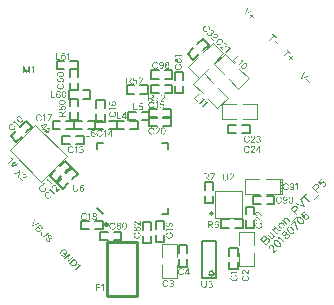
<source format=gto>
G04 Layer_Color=65535*
%FSLAX25Y25*%
%MOIN*%
G70*
G01*
G75*
%ADD35C,0.00600*%
%ADD38C,0.01000*%
%ADD66C,0.00500*%
%ADD67C,0.00984*%
%ADD68C,0.00400*%
%ADD69C,0.00402*%
%ADD70C,0.00394*%
%ADD71C,0.00787*%
G36*
X21120Y72715D02*
X21142Y72712D01*
X21200Y72704D01*
X21266Y72690D01*
X21335Y72668D01*
X21408Y72635D01*
X21481Y72595D01*
X21484D01*
X21488Y72588D01*
X21510Y72573D01*
X21542Y72544D01*
X21583Y72504D01*
X21626Y72457D01*
X21670Y72395D01*
X21710Y72326D01*
X21743Y72246D01*
X21495Y72147D01*
Y72151D01*
X21492Y72162D01*
X21484Y72176D01*
X21473Y72195D01*
X21459Y72220D01*
X21444Y72246D01*
X21422Y72275D01*
X21397Y72304D01*
X21371Y72333D01*
X21339Y72362D01*
X21302Y72388D01*
X21262Y72413D01*
X21218Y72431D01*
X21171Y72446D01*
X21117Y72457D01*
X21058Y72461D01*
X21036D01*
X21011Y72453D01*
X20982Y72446D01*
X20942Y72435D01*
X20898Y72417D01*
X20854Y72388D01*
X20804Y72355D01*
X20756Y72308D01*
X20709Y72253D01*
X20662Y72184D01*
X20640Y72144D01*
X20622Y72100D01*
X20603Y72053D01*
X20585Y72002D01*
X20567Y71947D01*
X20552Y71889D01*
X20541Y71824D01*
X20531Y71754D01*
X20523Y71681D01*
X20516Y71605D01*
X20520Y71612D01*
X20534Y71627D01*
X20552Y71649D01*
X20578Y71674D01*
X20611Y71703D01*
X20651Y71736D01*
X20694Y71765D01*
X20745Y71791D01*
X20753Y71794D01*
X20771Y71802D01*
X20800Y71809D01*
X20836Y71824D01*
X20880Y71834D01*
X20935Y71842D01*
X20989Y71849D01*
X21047Y71853D01*
X21077D01*
X21098Y71849D01*
X21124Y71845D01*
X21153Y71842D01*
X21226Y71827D01*
X21302Y71802D01*
X21346Y71787D01*
X21390Y71765D01*
X21430Y71740D01*
X21473Y71714D01*
X21513Y71681D01*
X21553Y71645D01*
X21557Y71641D01*
X21561Y71634D01*
X21572Y71623D01*
X21586Y71609D01*
X21601Y71587D01*
X21619Y71561D01*
X21637Y71532D01*
X21655Y71500D01*
X21674Y71463D01*
X21692Y71423D01*
X21724Y71332D01*
X21750Y71227D01*
X21754Y71172D01*
X21757Y71110D01*
Y71106D01*
Y71096D01*
Y71077D01*
X21754Y71052D01*
X21750Y71019D01*
X21746Y70986D01*
X21739Y70946D01*
X21732Y70906D01*
X21706Y70815D01*
X21688Y70768D01*
X21666Y70720D01*
X21641Y70677D01*
X21615Y70630D01*
X21579Y70590D01*
X21542Y70549D01*
X21539Y70546D01*
X21532Y70542D01*
X21521Y70531D01*
X21502Y70517D01*
X21484Y70502D01*
X21459Y70488D01*
X21430Y70469D01*
X21397Y70451D01*
X21357Y70429D01*
X21317Y70411D01*
X21226Y70382D01*
X21124Y70357D01*
X21066Y70353D01*
X21007Y70349D01*
X20978D01*
X20953Y70353D01*
X20927Y70357D01*
X20895Y70360D01*
X20822Y70375D01*
X20738Y70397D01*
X20654Y70429D01*
X20611Y70451D01*
X20567Y70477D01*
X20527Y70506D01*
X20487Y70539D01*
X20483Y70542D01*
X20480Y70546D01*
X20469Y70557D01*
X20458Y70575D01*
X20440Y70593D01*
X20425Y70615D01*
X20407Y70644D01*
X20385Y70673D01*
X20367Y70710D01*
X20349Y70746D01*
X20312Y70833D01*
X20283Y70935D01*
X20276Y70994D01*
X20268Y71052D01*
Y71055D01*
Y71066D01*
X20265Y71081D01*
Y71099D01*
X20261Y71146D01*
X20258Y71197D01*
Y71201D01*
Y71208D01*
Y71223D01*
Y71241D01*
Y71263D01*
Y71288D01*
Y71347D01*
Y71350D01*
Y71354D01*
Y71376D01*
Y71408D01*
X20261Y71452D01*
X20265Y71507D01*
X20268Y71569D01*
X20272Y71638D01*
X20279Y71714D01*
X20290Y71791D01*
X20301Y71874D01*
X20338Y72042D01*
X20356Y72122D01*
X20381Y72202D01*
X20410Y72278D01*
X20443Y72351D01*
X20447Y72355D01*
X20450Y72366D01*
X20465Y72384D01*
X20480Y72409D01*
X20498Y72435D01*
X20523Y72468D01*
X20556Y72500D01*
X20589Y72537D01*
X20629Y72570D01*
X20676Y72602D01*
X20727Y72635D01*
X20782Y72661D01*
X20844Y72686D01*
X20909Y72704D01*
X20982Y72715D01*
X21058Y72719D01*
X21098D01*
X21120Y72715D01*
D02*
G37*
G36*
X22155Y75243D02*
X22166D01*
X22181Y75236D01*
X22217Y75225D01*
X22268Y75207D01*
X22326Y75181D01*
X22388Y75149D01*
X22457Y75105D01*
X22530Y75054D01*
X22599Y74996D01*
X22672Y74927D01*
X22734Y74843D01*
X22796Y74752D01*
X22843Y74650D01*
X22883Y74530D01*
X22898Y74468D01*
X22909Y74402D01*
X22916Y74330D01*
X22920Y74257D01*
Y74253D01*
Y74246D01*
X22916Y74231D01*
Y74213D01*
X22912Y74191D01*
X22909Y74162D01*
X22901Y74133D01*
X22894Y74097D01*
X22872Y74020D01*
X22843Y73933D01*
X22803Y73838D01*
X22752Y73743D01*
X22723Y73693D01*
X22687Y73645D01*
X22650Y73598D01*
X22610Y73551D01*
X22563Y73503D01*
X22512Y73460D01*
X22457Y73416D01*
X22399Y73376D01*
X22337Y73339D01*
X22268Y73307D01*
X22195Y73274D01*
X22115Y73248D01*
X22031Y73227D01*
X21940Y73208D01*
X21846Y73194D01*
X21744Y73187D01*
X21729D01*
X21715Y73190D01*
X21693D01*
X21667Y73194D01*
X21638Y73198D01*
X21602Y73205D01*
X21565Y73212D01*
X21478Y73230D01*
X21380Y73259D01*
X21274Y73296D01*
X21169Y73343D01*
X21059Y73401D01*
X21005Y73438D01*
X20950Y73474D01*
X20899Y73518D01*
X20852Y73562D01*
X20805Y73612D01*
X20761Y73667D01*
X20717Y73725D01*
X20681Y73787D01*
X20645Y73853D01*
X20616Y73926D01*
X20594Y74006D01*
X20572Y74086D01*
X20557Y74173D01*
X20550Y74268D01*
Y74271D01*
Y74275D01*
Y74286D01*
X20554Y74300D01*
X20557Y74333D01*
X20564Y74384D01*
X20575Y74439D01*
X20590Y74504D01*
X20612Y74577D01*
X20641Y74654D01*
X20677Y74730D01*
X20725Y74810D01*
X20779Y74890D01*
X20845Y74967D01*
X20918Y75039D01*
X21009Y75105D01*
X21107Y75163D01*
X21165Y75192D01*
X21223Y75214D01*
X21303Y74908D01*
X21296Y74905D01*
X21282Y74901D01*
X21260Y74890D01*
X21227Y74872D01*
X21191Y74854D01*
X21150Y74828D01*
X21107Y74796D01*
X21059Y74759D01*
X21016Y74719D01*
X20968Y74672D01*
X20929Y74617D01*
X20888Y74559D01*
X20859Y74493D01*
X20834Y74421D01*
X20816Y74340D01*
X20808Y74257D01*
Y74253D01*
Y74250D01*
X20812Y74228D01*
X20819Y74191D01*
X20830Y74148D01*
X20848Y74093D01*
X20870Y74035D01*
X20903Y73969D01*
X20943Y73904D01*
X20994Y73835D01*
X21059Y73769D01*
X21132Y73707D01*
X21176Y73678D01*
X21220Y73649D01*
X21271Y73623D01*
X21325Y73598D01*
X21384Y73576D01*
X21442Y73558D01*
X21507Y73543D01*
X21580Y73529D01*
X21653Y73522D01*
X21733Y73514D01*
X21755D01*
X21769Y73518D01*
X21791D01*
X21813Y73522D01*
X21871Y73529D01*
X21937Y73543D01*
X22013Y73562D01*
X22093Y73587D01*
X22177Y73620D01*
X22264Y73660D01*
X22344Y73707D01*
X22424Y73765D01*
X22497Y73838D01*
X22559Y73918D01*
X22610Y74013D01*
X22628Y74067D01*
X22647Y74122D01*
X22658Y74184D01*
X22665Y74246D01*
Y74253D01*
Y74271D01*
X22661Y74297D01*
X22654Y74337D01*
X22647Y74380D01*
X22632Y74432D01*
X22614Y74486D01*
X22588Y74541D01*
X22556Y74599D01*
X22515Y74661D01*
X22468Y74715D01*
X22410Y74770D01*
X22337Y74821D01*
X22257Y74865D01*
X22163Y74901D01*
X22057Y74930D01*
X22148Y75247D01*
X22151D01*
X22155Y75243D01*
D02*
G37*
G36*
X18725Y70637D02*
X19952D01*
Y70382D01*
X18408D01*
Y72686D01*
X18725D01*
Y70637D01*
D02*
G37*
G36*
X22851Y85490D02*
X22873Y85487D01*
X22931Y85479D01*
X22996Y85465D01*
X23065Y85443D01*
X23138Y85410D01*
X23211Y85370D01*
X23215D01*
X23218Y85363D01*
X23240Y85348D01*
X23273Y85319D01*
X23313Y85279D01*
X23357Y85232D01*
X23400Y85170D01*
X23440Y85101D01*
X23473Y85021D01*
X23226Y84923D01*
Y84926D01*
X23222Y84937D01*
X23215Y84952D01*
X23204Y84970D01*
X23189Y84995D01*
X23175Y85021D01*
X23153Y85050D01*
X23127Y85079D01*
X23102Y85108D01*
X23069Y85137D01*
X23033Y85163D01*
X22993Y85188D01*
X22949Y85207D01*
X22902Y85221D01*
X22847Y85232D01*
X22789Y85236D01*
X22767D01*
X22741Y85228D01*
X22712Y85221D01*
X22672Y85210D01*
X22629Y85192D01*
X22585Y85163D01*
X22534Y85130D01*
X22487Y85083D01*
X22439Y85028D01*
X22392Y84959D01*
X22370Y84919D01*
X22352Y84875D01*
X22334Y84828D01*
X22316Y84777D01*
X22297Y84722D01*
X22283Y84664D01*
X22272Y84599D01*
X22261Y84530D01*
X22254Y84457D01*
X22246Y84380D01*
X22250Y84387D01*
X22265Y84402D01*
X22283Y84424D01*
X22308Y84449D01*
X22341Y84478D01*
X22381Y84511D01*
X22425Y84540D01*
X22476Y84566D01*
X22483Y84570D01*
X22501Y84577D01*
X22530Y84584D01*
X22567Y84599D01*
X22611Y84610D01*
X22665Y84617D01*
X22720Y84624D01*
X22778Y84628D01*
X22807D01*
X22829Y84624D01*
X22854Y84620D01*
X22884Y84617D01*
X22956Y84602D01*
X23033Y84577D01*
X23076Y84562D01*
X23120Y84540D01*
X23160Y84515D01*
X23204Y84489D01*
X23244Y84457D01*
X23284Y84420D01*
X23288Y84417D01*
X23291Y84409D01*
X23302Y84398D01*
X23317Y84384D01*
X23331Y84362D01*
X23349Y84337D01*
X23368Y84307D01*
X23386Y84275D01*
X23404Y84238D01*
X23422Y84198D01*
X23455Y84107D01*
X23480Y84002D01*
X23484Y83947D01*
X23488Y83885D01*
Y83882D01*
Y83871D01*
Y83852D01*
X23484Y83827D01*
X23480Y83794D01*
X23477Y83761D01*
X23470Y83721D01*
X23462Y83681D01*
X23437Y83590D01*
X23418Y83543D01*
X23397Y83496D01*
X23371Y83452D01*
X23346Y83405D01*
X23309Y83365D01*
X23273Y83325D01*
X23269Y83321D01*
X23262Y83317D01*
X23251Y83306D01*
X23233Y83292D01*
X23215Y83277D01*
X23189Y83263D01*
X23160Y83245D01*
X23127Y83226D01*
X23087Y83205D01*
X23047Y83186D01*
X22956Y83157D01*
X22854Y83132D01*
X22796Y83128D01*
X22738Y83124D01*
X22709D01*
X22683Y83128D01*
X22658Y83132D01*
X22625Y83135D01*
X22552Y83150D01*
X22468Y83172D01*
X22385Y83205D01*
X22341Y83226D01*
X22297Y83252D01*
X22257Y83281D01*
X22217Y83314D01*
X22214Y83317D01*
X22210Y83321D01*
X22199Y83332D01*
X22188Y83350D01*
X22170Y83368D01*
X22155Y83390D01*
X22137Y83419D01*
X22115Y83448D01*
X22097Y83485D01*
X22079Y83521D01*
X22043Y83609D01*
X22014Y83710D01*
X22006Y83769D01*
X21999Y83827D01*
Y83831D01*
Y83842D01*
X21995Y83856D01*
Y83874D01*
X21992Y83922D01*
X21988Y83973D01*
Y83976D01*
Y83983D01*
Y83998D01*
Y84016D01*
Y84038D01*
Y84064D01*
Y84122D01*
Y84125D01*
Y84129D01*
Y84151D01*
Y84184D01*
X21992Y84227D01*
X21995Y84282D01*
X21999Y84344D01*
X22003Y84413D01*
X22010Y84489D01*
X22021Y84566D01*
X22032Y84650D01*
X22068Y84817D01*
X22086Y84897D01*
X22112Y84977D01*
X22141Y85054D01*
X22174Y85126D01*
X22177Y85130D01*
X22181Y85141D01*
X22196Y85159D01*
X22210Y85185D01*
X22228Y85210D01*
X22254Y85243D01*
X22287Y85276D01*
X22319Y85312D01*
X22359Y85345D01*
X22407Y85378D01*
X22458Y85410D01*
X22512Y85436D01*
X22574Y85461D01*
X22640Y85479D01*
X22712Y85490D01*
X22789Y85494D01*
X22829D01*
X22851Y85490D01*
D02*
G37*
G36*
X22973Y72715D02*
X23024Y72704D01*
X23086Y72693D01*
X23148Y72675D01*
X23213Y72650D01*
X23271Y72613D01*
X23279Y72610D01*
X23297Y72595D01*
X23326Y72570D01*
X23359Y72540D01*
X23399Y72500D01*
X23439Y72453D01*
X23475Y72399D01*
X23512Y72337D01*
X23515Y72329D01*
X23526Y72308D01*
X23541Y72271D01*
X23563Y72228D01*
X23581Y72169D01*
X23603Y72104D01*
X23621Y72031D01*
X23636Y71955D01*
Y71951D01*
Y71944D01*
X23639Y71933D01*
X23643Y71918D01*
Y71900D01*
X23646Y71874D01*
X23654Y71820D01*
X23661Y71754D01*
X23665Y71681D01*
X23672Y71605D01*
Y71525D01*
Y71521D01*
Y71514D01*
Y71503D01*
Y71489D01*
Y71470D01*
Y71448D01*
X23668Y71394D01*
X23665Y71328D01*
X23657Y71259D01*
X23646Y71183D01*
X23636Y71103D01*
Y71099D01*
Y71092D01*
X23632Y71081D01*
X23628Y71066D01*
X23621Y71030D01*
X23606Y70979D01*
X23592Y70921D01*
X23570Y70859D01*
X23544Y70793D01*
X23512Y70728D01*
X23508Y70720D01*
X23497Y70699D01*
X23475Y70670D01*
X23450Y70630D01*
X23417Y70590D01*
X23373Y70542D01*
X23330Y70499D01*
X23275Y70455D01*
X23268Y70451D01*
X23250Y70440D01*
X23217Y70422D01*
X23173Y70404D01*
X23119Y70382D01*
X23053Y70367D01*
X22977Y70353D01*
X22893Y70349D01*
X22853D01*
X22809Y70357D01*
X22758Y70364D01*
X22696Y70375D01*
X22631Y70393D01*
X22569Y70418D01*
X22511Y70455D01*
X22503Y70459D01*
X22485Y70473D01*
X22460Y70499D01*
X22427Y70528D01*
X22391Y70568D01*
X22351Y70615D01*
X22310Y70670D01*
X22274Y70728D01*
Y70731D01*
X22271Y70735D01*
X22260Y70757D01*
X22245Y70793D01*
X22223Y70837D01*
X22205Y70892D01*
X22183Y70957D01*
X22165Y71026D01*
X22150Y71103D01*
Y71106D01*
Y71114D01*
X22147Y71125D01*
Y71139D01*
X22143Y71157D01*
X22139Y71179D01*
X22136Y71234D01*
X22129Y71299D01*
X22121Y71368D01*
X22118Y71445D01*
Y71525D01*
Y71529D01*
Y71536D01*
Y71547D01*
Y71561D01*
Y71583D01*
X22121Y71605D01*
Y71660D01*
X22125Y71725D01*
X22132Y71798D01*
X22139Y71874D01*
X22150Y71955D01*
Y71958D01*
Y71965D01*
X22154Y71976D01*
X22158Y71991D01*
X22165Y72031D01*
X22179Y72082D01*
X22194Y72144D01*
X22216Y72206D01*
X22241Y72271D01*
X22274Y72337D01*
Y72340D01*
X22278Y72344D01*
X22292Y72366D01*
X22310Y72395D01*
X22340Y72435D01*
X22372Y72479D01*
X22412Y72526D01*
X22460Y72570D01*
X22511Y72613D01*
X22518Y72617D01*
X22536Y72632D01*
X22569Y72646D01*
X22613Y72668D01*
X22667Y72686D01*
X22733Y72704D01*
X22809Y72715D01*
X22893Y72719D01*
X22929D01*
X22973Y72715D01*
D02*
G37*
G36*
X96561Y22422D02*
X96333Y22193D01*
X94673Y23852D01*
X94500Y23203D01*
X94244Y23460D01*
X94436Y24208D01*
X94605Y24377D01*
X96561Y22422D01*
D02*
G37*
G36*
X23387Y65606D02*
X22400Y64864D01*
Y64289D01*
X23387D01*
Y63987D01*
X21083D01*
Y65042D01*
Y65046D01*
Y65049D01*
Y65060D01*
X21086Y65075D01*
X21090Y65115D01*
X21097Y65166D01*
X21108Y65224D01*
X21123Y65290D01*
X21145Y65363D01*
X21174Y65435D01*
X21206Y65512D01*
X21250Y65585D01*
X21305Y65650D01*
X21367Y65712D01*
X21439Y65767D01*
X21527Y65810D01*
X21574Y65825D01*
X21621Y65839D01*
X21676Y65850D01*
X21734Y65854D01*
X21760D01*
X21789Y65850D01*
X21825Y65843D01*
X21873Y65836D01*
X21924Y65821D01*
X21978Y65799D01*
X22033Y65774D01*
X22091Y65737D01*
X22149Y65694D01*
X22204Y65643D01*
X22255Y65581D01*
X22298Y65504D01*
X22335Y65417D01*
X22360Y65319D01*
X22371Y65261D01*
X22378Y65202D01*
X23387Y66014D01*
Y65606D01*
D02*
G37*
G36*
X21875Y78985D02*
X21940Y78982D01*
X22010Y78974D01*
X22086Y78963D01*
X22166Y78952D01*
X22177D01*
X22188Y78949D01*
X22203Y78945D01*
X22239Y78938D01*
X22290Y78923D01*
X22348Y78909D01*
X22410Y78887D01*
X22476Y78861D01*
X22541Y78829D01*
X22548Y78825D01*
X22570Y78814D01*
X22599Y78792D01*
X22639Y78767D01*
X22679Y78734D01*
X22727Y78690D01*
X22770Y78647D01*
X22814Y78592D01*
X22818Y78585D01*
X22829Y78566D01*
X22847Y78534D01*
X22865Y78490D01*
X22887Y78435D01*
X22901Y78370D01*
X22916Y78294D01*
X22920Y78210D01*
Y78206D01*
Y78199D01*
Y78188D01*
Y78170D01*
X22912Y78126D01*
X22905Y78075D01*
X22894Y78013D01*
X22876Y77948D01*
X22850Y77886D01*
X22814Y77828D01*
X22810Y77820D01*
X22796Y77802D01*
X22770Y77777D01*
X22741Y77744D01*
X22701Y77707D01*
X22654Y77667D01*
X22599Y77627D01*
X22541Y77591D01*
X22537D01*
X22534Y77587D01*
X22512Y77576D01*
X22476Y77562D01*
X22432Y77540D01*
X22377Y77522D01*
X22312Y77500D01*
X22242Y77482D01*
X22166Y77467D01*
X22155D01*
X22144Y77464D01*
X22130D01*
X22111Y77460D01*
X22090Y77456D01*
X22035Y77453D01*
X21970Y77445D01*
X21900Y77438D01*
X21824Y77434D01*
X21686D01*
X21664Y77438D01*
X21609D01*
X21544Y77442D01*
X21471Y77449D01*
X21394Y77456D01*
X21314Y77467D01*
X21303D01*
X21293Y77471D01*
X21278Y77474D01*
X21238Y77482D01*
X21187Y77496D01*
X21125Y77511D01*
X21063Y77533D01*
X20998Y77558D01*
X20932Y77591D01*
X20929D01*
X20925Y77595D01*
X20903Y77609D01*
X20874Y77627D01*
X20834Y77657D01*
X20790Y77689D01*
X20743Y77729D01*
X20699Y77777D01*
X20655Y77828D01*
X20652Y77835D01*
X20637Y77853D01*
X20623Y77886D01*
X20601Y77930D01*
X20583Y77984D01*
X20564Y78050D01*
X20554Y78126D01*
X20550Y78210D01*
Y78214D01*
Y78221D01*
Y78232D01*
Y78246D01*
X20554Y78290D01*
X20564Y78341D01*
X20575Y78403D01*
X20594Y78465D01*
X20619Y78530D01*
X20655Y78588D01*
X20659Y78596D01*
X20674Y78614D01*
X20699Y78643D01*
X20728Y78676D01*
X20768Y78716D01*
X20816Y78756D01*
X20870Y78792D01*
X20932Y78829D01*
X20939Y78832D01*
X20961Y78843D01*
X20998Y78858D01*
X21041Y78880D01*
X21100Y78898D01*
X21165Y78920D01*
X21238Y78938D01*
X21314Y78952D01*
X21325D01*
X21336Y78956D01*
X21351Y78960D01*
X21369D01*
X21394Y78963D01*
X21449Y78971D01*
X21515Y78978D01*
X21587Y78982D01*
X21664Y78989D01*
X21820D01*
X21875Y78985D01*
D02*
G37*
G36*
X22217Y77070D02*
X22250Y77067D01*
X22283Y77063D01*
X22323Y77056D01*
X22363Y77049D01*
X22454Y77023D01*
X22501Y77005D01*
X22548Y76983D01*
X22592Y76958D01*
X22639Y76932D01*
X22679Y76896D01*
X22719Y76859D01*
X22723Y76856D01*
X22727Y76849D01*
X22738Y76837D01*
X22752Y76819D01*
X22767Y76801D01*
X22781Y76776D01*
X22799Y76746D01*
X22818Y76714D01*
X22840Y76674D01*
X22858Y76634D01*
X22887Y76543D01*
X22912Y76441D01*
X22916Y76382D01*
X22920Y76324D01*
Y76321D01*
Y76310D01*
Y76295D01*
X22916Y76270D01*
X22912Y76244D01*
X22909Y76212D01*
X22894Y76139D01*
X22872Y76055D01*
X22840Y75971D01*
X22818Y75928D01*
X22792Y75884D01*
X22763Y75844D01*
X22730Y75804D01*
X22727Y75800D01*
X22723Y75797D01*
X22712Y75786D01*
X22694Y75775D01*
X22676Y75756D01*
X22654Y75742D01*
X22625Y75724D01*
X22596Y75702D01*
X22559Y75684D01*
X22523Y75665D01*
X22435Y75629D01*
X22333Y75600D01*
X22275Y75593D01*
X22217Y75585D01*
X22203D01*
X22188Y75582D01*
X22170D01*
X22122Y75578D01*
X22071Y75574D01*
X21860D01*
X21817Y75578D01*
X21762Y75582D01*
X21700Y75585D01*
X21631Y75589D01*
X21555Y75596D01*
X21478Y75607D01*
X21394Y75618D01*
X21227Y75655D01*
X21147Y75673D01*
X21067Y75698D01*
X20990Y75727D01*
X20918Y75760D01*
X20914Y75764D01*
X20903Y75767D01*
X20885Y75782D01*
X20859Y75797D01*
X20834Y75815D01*
X20801Y75840D01*
X20768Y75873D01*
X20732Y75906D01*
X20699Y75946D01*
X20666Y75993D01*
X20634Y76044D01*
X20608Y76099D01*
X20583Y76161D01*
X20564Y76226D01*
X20554Y76299D01*
X20550Y76375D01*
Y76379D01*
Y76386D01*
Y76397D01*
Y76415D01*
X20554Y76437D01*
X20557Y76459D01*
X20564Y76517D01*
X20579Y76583D01*
X20601Y76652D01*
X20634Y76725D01*
X20674Y76797D01*
Y76801D01*
X20681Y76805D01*
X20696Y76827D01*
X20725Y76859D01*
X20765Y76899D01*
X20812Y76943D01*
X20874Y76987D01*
X20943Y77027D01*
X21023Y77060D01*
X21121Y76812D01*
X21118D01*
X21107Y76808D01*
X21092Y76801D01*
X21074Y76790D01*
X21049Y76776D01*
X21023Y76761D01*
X20994Y76739D01*
X20965Y76714D01*
X20936Y76688D01*
X20907Y76656D01*
X20881Y76619D01*
X20856Y76579D01*
X20838Y76535D01*
X20823Y76488D01*
X20812Y76433D01*
X20808Y76375D01*
Y76372D01*
Y76353D01*
X20816Y76328D01*
X20823Y76299D01*
X20834Y76259D01*
X20852Y76215D01*
X20881Y76171D01*
X20914Y76121D01*
X20961Y76073D01*
X21016Y76026D01*
X21085Y75978D01*
X21125Y75957D01*
X21169Y75938D01*
X21216Y75920D01*
X21267Y75902D01*
X21322Y75884D01*
X21380Y75869D01*
X21445Y75858D01*
X21515Y75848D01*
X21587Y75840D01*
X21664Y75833D01*
X21656Y75836D01*
X21642Y75851D01*
X21620Y75869D01*
X21595Y75895D01*
X21565Y75928D01*
X21533Y75968D01*
X21504Y76011D01*
X21478Y76062D01*
X21475Y76069D01*
X21467Y76088D01*
X21460Y76117D01*
X21445Y76153D01*
X21434Y76197D01*
X21427Y76252D01*
X21420Y76306D01*
X21416Y76364D01*
Y76368D01*
Y76379D01*
Y76393D01*
X21420Y76415D01*
X21423Y76441D01*
X21427Y76470D01*
X21442Y76543D01*
X21467Y76619D01*
X21482Y76663D01*
X21504Y76706D01*
X21529Y76746D01*
X21555Y76790D01*
X21587Y76830D01*
X21624Y76870D01*
X21627Y76874D01*
X21635Y76878D01*
X21646Y76889D01*
X21660Y76903D01*
X21682Y76918D01*
X21708Y76936D01*
X21737Y76954D01*
X21769Y76972D01*
X21806Y76990D01*
X21846Y77009D01*
X21937Y77041D01*
X22042Y77067D01*
X22097Y77070D01*
X22159Y77074D01*
X22192D01*
X22217Y77070D01*
D02*
G37*
G36*
X96460Y25935D02*
X96515Y25929D01*
X96583Y25916D01*
X96663Y25892D01*
X96750Y25855D01*
X96837Y25805D01*
X96877Y25771D01*
X96920Y25734D01*
X96926Y25728D01*
X96942Y25712D01*
X96966Y25682D01*
X96991Y25644D01*
X97019Y25598D01*
X97050Y25543D01*
X97078Y25484D01*
X97096Y25416D01*
X97099Y25407D01*
X97102Y25385D01*
X97108Y25348D01*
Y25305D01*
Y25249D01*
X97105Y25190D01*
X97093Y25128D01*
X97071Y25063D01*
X97074Y25067D01*
X97081D01*
X97105Y25079D01*
X97145Y25095D01*
X97198Y25110D01*
X97263Y25119D01*
X97334Y25128D01*
X97417Y25125D01*
X97507Y25116D01*
X97510Y25113D01*
X97516D01*
X97547Y25107D01*
X97593Y25091D01*
X97655Y25073D01*
X97723Y25042D01*
X97794Y25002D01*
X97872Y24949D01*
X97943Y24884D01*
X97946Y24881D01*
X97955Y24872D01*
X97967Y24860D01*
X97983Y24838D01*
X98001Y24813D01*
X98023Y24785D01*
X98069Y24714D01*
X98113Y24628D01*
X98131Y24578D01*
X98150Y24529D01*
X98162Y24473D01*
X98171Y24415D01*
X98175Y24356D01*
Y24294D01*
Y24288D01*
X98171Y24279D01*
Y24260D01*
X98168Y24238D01*
X98162Y24208D01*
X98153Y24174D01*
X98144Y24133D01*
X98125Y24090D01*
X98110Y24044D01*
X98088Y23991D01*
X98060Y23939D01*
X98029Y23883D01*
X97992Y23828D01*
X97952Y23769D01*
X97903Y23713D01*
X97850Y23654D01*
X97847Y23651D01*
X97838Y23642D01*
X97822Y23627D01*
X97801Y23611D01*
X97776Y23593D01*
X97745Y23568D01*
X97711Y23540D01*
X97671Y23512D01*
X97578Y23457D01*
X97473Y23407D01*
X97421Y23386D01*
X97359Y23367D01*
X97300Y23352D01*
X97235Y23342D01*
X97229D01*
X97220Y23339D01*
X97201D01*
X97180Y23342D01*
X97149D01*
X97115Y23346D01*
X97078Y23352D01*
X97034Y23358D01*
X96988Y23367D01*
X96938Y23386D01*
X96837Y23426D01*
X96787Y23457D01*
X96734Y23491D01*
X96685Y23528D01*
X96632Y23574D01*
X96629Y23577D01*
X96623Y23583D01*
X96614Y23593D01*
X96605Y23608D01*
X96571Y23648D01*
X96531Y23701D01*
X96490Y23766D01*
X96450Y23837D01*
X96419Y23917D01*
X96395Y24004D01*
X96391Y24007D01*
Y24013D01*
X96388Y24047D01*
X96382Y24090D01*
X96385Y24149D01*
Y24217D01*
X96398Y24291D01*
X96419Y24368D01*
X96450Y24442D01*
X96441Y24439D01*
X96422Y24433D01*
X96388Y24424D01*
X96345Y24418D01*
X96293Y24408D01*
X96237D01*
X96172Y24411D01*
X96104Y24424D01*
X96095Y24427D01*
X96076Y24433D01*
X96039Y24445D01*
X95999Y24467D01*
X95950Y24492D01*
X95897Y24520D01*
X95845Y24560D01*
X95792Y24606D01*
X95789Y24609D01*
X95783Y24615D01*
X95774Y24625D01*
X95761Y24643D01*
X95743Y24662D01*
X95730Y24687D01*
X95690Y24745D01*
X95656Y24816D01*
X95619Y24903D01*
X95597Y24999D01*
X95591Y25054D01*
X95588Y25107D01*
Y25113D01*
Y25119D01*
Y25138D01*
X95591Y25159D01*
X95594Y25187D01*
X95600Y25218D01*
X95610Y25252D01*
X95616Y25289D01*
X95647Y25376D01*
X95693Y25471D01*
X95755Y25570D01*
X95795Y25617D01*
X95838Y25666D01*
X95841Y25669D01*
X95851Y25679D01*
X95863Y25691D01*
X95885Y25706D01*
X95910Y25731D01*
X95937Y25753D01*
X96011Y25802D01*
X96095Y25848D01*
X96191Y25895D01*
X96296Y25926D01*
X96351Y25932D01*
X96407Y25938D01*
X96438D01*
X96460Y25935D01*
D02*
G37*
G36*
X47197Y76932D02*
X46277D01*
X46196Y76277D01*
X46200D01*
X46204Y76280D01*
X46226Y76295D01*
X46258Y76313D01*
X46306Y76335D01*
X46364Y76353D01*
X46433Y76372D01*
X46513Y76386D01*
X46600Y76390D01*
X46633D01*
X46655Y76386D01*
X46684Y76382D01*
X46713Y76379D01*
X46750Y76372D01*
X46790Y76364D01*
X46874Y76339D01*
X46917Y76324D01*
X46961Y76302D01*
X47005Y76277D01*
X47045Y76251D01*
X47088Y76219D01*
X47125Y76182D01*
X47128Y76179D01*
X47132Y76171D01*
X47143Y76160D01*
X47154Y76146D01*
X47172Y76124D01*
X47187Y76099D01*
X47205Y76069D01*
X47223Y76033D01*
X47241Y75997D01*
X47259Y75953D01*
X47278Y75906D01*
X47292Y75858D01*
X47303Y75804D01*
X47314Y75745D01*
X47318Y75684D01*
X47321Y75618D01*
Y75614D01*
Y75603D01*
Y75585D01*
X47318Y75560D01*
X47314Y75531D01*
X47310Y75494D01*
X47303Y75458D01*
X47296Y75418D01*
X47267Y75327D01*
X47252Y75279D01*
X47230Y75236D01*
X47205Y75188D01*
X47176Y75145D01*
X47143Y75101D01*
X47103Y75061D01*
X47099Y75058D01*
X47092Y75054D01*
X47081Y75043D01*
X47063Y75028D01*
X47041Y75014D01*
X47016Y74996D01*
X46986Y74977D01*
X46950Y74959D01*
X46910Y74937D01*
X46870Y74919D01*
X46823Y74901D01*
X46772Y74886D01*
X46717Y74872D01*
X46659Y74861D01*
X46600Y74857D01*
X46535Y74854D01*
X46499D01*
X46477Y74857D01*
X46455D01*
X46397Y74865D01*
X46335Y74875D01*
X46262Y74894D01*
X46189Y74915D01*
X46116Y74945D01*
X46113D01*
X46109Y74948D01*
X46087Y74963D01*
X46051Y74981D01*
X46011Y75010D01*
X45963Y75047D01*
X45920Y75094D01*
X45876Y75148D01*
X45836Y75210D01*
X46051Y75356D01*
X46055Y75352D01*
X46058Y75345D01*
X46069Y75334D01*
X46084Y75316D01*
X46098Y75298D01*
X46120Y75279D01*
X46145Y75254D01*
X46175Y75232D01*
X46207Y75210D01*
X46244Y75188D01*
X46284Y75167D01*
X46327Y75148D01*
X46371Y75130D01*
X46422Y75119D01*
X46477Y75112D01*
X46535Y75108D01*
X46557D01*
X46571Y75112D01*
X46615Y75116D01*
X46666Y75127D01*
X46724Y75141D01*
X46782Y75167D01*
X46844Y75200D01*
X46899Y75247D01*
X46906Y75254D01*
X46921Y75272D01*
X46943Y75305D01*
X46972Y75349D01*
X46997Y75403D01*
X47019Y75469D01*
X47034Y75545D01*
X47041Y75629D01*
Y75633D01*
Y75640D01*
Y75651D01*
Y75669D01*
X47034Y75713D01*
X47026Y75767D01*
X47012Y75826D01*
X46990Y75887D01*
X46957Y75949D01*
X46917Y76000D01*
X46910Y76007D01*
X46895Y76022D01*
X46866Y76040D01*
X46826Y76066D01*
X46779Y76091D01*
X46717Y76109D01*
X46648Y76124D01*
X46568Y76131D01*
X46539D01*
X46520Y76128D01*
X46495Y76124D01*
X46466Y76120D01*
X46400Y76106D01*
X46327Y76080D01*
X46288Y76062D01*
X46251Y76040D01*
X46211Y76015D01*
X46175Y75989D01*
X46138Y75953D01*
X46106Y75916D01*
X45905D01*
X46040Y77191D01*
X47197D01*
Y76932D01*
D02*
G37*
G36*
X61369Y81757D02*
X61379D01*
X61394Y81749D01*
X61430Y81738D01*
X61481Y81720D01*
X61540Y81695D01*
X61602Y81662D01*
X61671Y81618D01*
X61743Y81567D01*
X61813Y81509D01*
X61885Y81440D01*
X61947Y81356D01*
X62009Y81265D01*
X62056Y81163D01*
X62097Y81043D01*
X62111Y80981D01*
X62122Y80916D01*
X62129Y80843D01*
X62133Y80770D01*
Y80766D01*
Y80759D01*
X62129Y80745D01*
Y80726D01*
X62126Y80705D01*
X62122Y80676D01*
X62115Y80646D01*
X62107Y80610D01*
X62086Y80534D01*
X62056Y80446D01*
X62016Y80352D01*
X61966Y80257D01*
X61936Y80206D01*
X61900Y80159D01*
X61864Y80111D01*
X61824Y80064D01*
X61776Y80017D01*
X61725Y79973D01*
X61671Y79929D01*
X61612Y79889D01*
X61551Y79853D01*
X61481Y79820D01*
X61409Y79787D01*
X61329Y79762D01*
X61245Y79740D01*
X61154Y79722D01*
X61059Y79707D01*
X60957Y79700D01*
X60943D01*
X60928Y79704D01*
X60906D01*
X60881Y79707D01*
X60852Y79711D01*
X60815Y79718D01*
X60779Y79725D01*
X60691Y79744D01*
X60593Y79773D01*
X60488Y79809D01*
X60382Y79856D01*
X60273Y79915D01*
X60218Y79951D01*
X60164Y79988D01*
X60113Y80031D01*
X60065Y80075D01*
X60018Y80126D01*
X59974Y80181D01*
X59931Y80239D01*
X59894Y80301D01*
X59858Y80366D01*
X59829Y80439D01*
X59807Y80519D01*
X59785Y80599D01*
X59771Y80686D01*
X59763Y80781D01*
Y80785D01*
Y80788D01*
Y80799D01*
X59767Y80814D01*
X59771Y80847D01*
X59778Y80898D01*
X59789Y80952D01*
X59803Y81018D01*
X59825Y81090D01*
X59854Y81167D01*
X59891Y81243D01*
X59938Y81323D01*
X59993Y81403D01*
X60058Y81480D01*
X60131Y81553D01*
X60222Y81618D01*
X60320Y81677D01*
X60378Y81706D01*
X60437Y81727D01*
X60517Y81422D01*
X60510Y81418D01*
X60495Y81414D01*
X60473Y81403D01*
X60440Y81385D01*
X60404Y81367D01*
X60364Y81342D01*
X60320Y81309D01*
X60273Y81273D01*
X60229Y81232D01*
X60182Y81185D01*
X60142Y81130D01*
X60102Y81072D01*
X60073Y81007D01*
X60047Y80934D01*
X60029Y80854D01*
X60022Y80770D01*
Y80766D01*
Y80763D01*
X60025Y80741D01*
X60033Y80705D01*
X60044Y80661D01*
X60062Y80606D01*
X60084Y80548D01*
X60116Y80483D01*
X60156Y80417D01*
X60207Y80348D01*
X60273Y80282D01*
X60346Y80221D01*
X60389Y80191D01*
X60433Y80162D01*
X60484Y80137D01*
X60539Y80111D01*
X60597Y80089D01*
X60655Y80071D01*
X60721Y80057D01*
X60793Y80042D01*
X60866Y80035D01*
X60946Y80028D01*
X60968D01*
X60983Y80031D01*
X61005D01*
X61026Y80035D01*
X61085Y80042D01*
X61150Y80057D01*
X61227Y80075D01*
X61307Y80100D01*
X61390Y80133D01*
X61478Y80173D01*
X61558Y80221D01*
X61638Y80279D01*
X61711Y80352D01*
X61773Y80432D01*
X61824Y80526D01*
X61842Y80581D01*
X61860Y80635D01*
X61871Y80697D01*
X61878Y80759D01*
Y80766D01*
Y80785D01*
X61875Y80810D01*
X61867Y80850D01*
X61860Y80894D01*
X61845Y80945D01*
X61827Y80999D01*
X61802Y81054D01*
X61769Y81112D01*
X61729Y81174D01*
X61682Y81229D01*
X61623Y81283D01*
X61551Y81334D01*
X61471Y81378D01*
X61376Y81414D01*
X61270Y81444D01*
X61361Y81760D01*
X61365D01*
X61369Y81757D01*
D02*
G37*
G36*
X48486Y77220D02*
X48511D01*
X48541Y77216D01*
X48606Y77201D01*
X48683Y77183D01*
X48763Y77154D01*
X48843Y77110D01*
X48883Y77085D01*
X48919Y77056D01*
X48923Y77052D01*
X48926Y77049D01*
X48937Y77038D01*
X48948Y77027D01*
X48967Y77008D01*
X48981Y76987D01*
X49018Y76936D01*
X49054Y76870D01*
X49087Y76790D01*
X49108Y76699D01*
X49112Y76648D01*
X49116Y76594D01*
Y76590D01*
Y76586D01*
Y76575D01*
Y76561D01*
X49112Y76524D01*
X49105Y76481D01*
X49098Y76430D01*
X49083Y76375D01*
X49061Y76321D01*
X49036Y76266D01*
X49032Y76259D01*
X49021Y76240D01*
X49003Y76215D01*
X48977Y76175D01*
X48945Y76128D01*
X48905Y76073D01*
X48854Y76011D01*
X48799Y75942D01*
X48795Y75938D01*
X48785Y75924D01*
X48763Y75902D01*
X48741Y75873D01*
X48708Y75836D01*
X48675Y75796D01*
X48635Y75749D01*
X48595Y75698D01*
X48592Y75691D01*
X48577Y75673D01*
X48555Y75647D01*
X48526Y75611D01*
X48493Y75571D01*
X48457Y75527D01*
X48373Y75432D01*
X48366Y75425D01*
X48351Y75407D01*
X48326Y75378D01*
X48293Y75341D01*
X48257Y75298D01*
X48209Y75247D01*
X48162Y75196D01*
X48111Y75141D01*
X49148D01*
Y74886D01*
X47718D01*
Y75098D01*
X47722Y75101D01*
X47725Y75105D01*
X47736Y75116D01*
X47751Y75130D01*
X47783Y75170D01*
X47827Y75221D01*
X47882Y75283D01*
X47936Y75349D01*
X47998Y75418D01*
X48057Y75491D01*
Y75494D01*
X48064Y75498D01*
X48078Y75516D01*
X48107Y75549D01*
X48140Y75589D01*
X48180Y75636D01*
X48228Y75687D01*
X48275Y75745D01*
X48326Y75804D01*
Y75807D01*
X48333Y75811D01*
X48348Y75829D01*
X48373Y75858D01*
X48402Y75895D01*
X48439Y75935D01*
X48475Y75978D01*
X48508Y76018D01*
X48541Y76055D01*
X48544Y76059D01*
X48548Y76062D01*
X48566Y76084D01*
X48595Y76117D01*
X48628Y76157D01*
X48664Y76204D01*
X48704Y76251D01*
X48741Y76302D01*
X48770Y76346D01*
X48774Y76350D01*
X48781Y76364D01*
X48795Y76390D01*
X48810Y76419D01*
X48821Y76455D01*
X48836Y76499D01*
X48843Y76543D01*
X48846Y76594D01*
Y76597D01*
Y76601D01*
Y76623D01*
X48839Y76652D01*
X48832Y76692D01*
X48821Y76732D01*
X48799Y76779D01*
X48774Y76823D01*
X48737Y76863D01*
X48734Y76867D01*
X48719Y76877D01*
X48693Y76896D01*
X48661Y76914D01*
X48617Y76932D01*
X48566Y76950D01*
X48508Y76961D01*
X48439Y76965D01*
X48399D01*
X48359Y76958D01*
X48304Y76950D01*
X48250Y76936D01*
X48188Y76914D01*
X48133Y76885D01*
X48082Y76845D01*
X48078Y76841D01*
X48064Y76823D01*
X48046Y76797D01*
X48024Y76765D01*
X48002Y76717D01*
X47984Y76666D01*
X47969Y76608D01*
X47965Y76539D01*
X47718D01*
Y76543D01*
Y76553D01*
Y76568D01*
X47722Y76586D01*
X47725Y76612D01*
X47729Y76641D01*
X47740Y76710D01*
X47762Y76787D01*
X47798Y76867D01*
X47816Y76910D01*
X47842Y76950D01*
X47871Y76990D01*
X47904Y77027D01*
X47907Y77030D01*
X47911Y77034D01*
X47922Y77045D01*
X47940Y77056D01*
X47958Y77074D01*
X47980Y77089D01*
X48009Y77107D01*
X48042Y77125D01*
X48075Y77143D01*
X48115Y77161D01*
X48158Y77180D01*
X48209Y77194D01*
X48260Y77205D01*
X48315Y77216D01*
X48377Y77220D01*
X48439Y77223D01*
X48468D01*
X48486Y77220D01*
D02*
G37*
G36*
X11618Y78686D02*
X11316D01*
Y80754D01*
X11305D01*
Y80750D01*
X11301Y80743D01*
X11294Y80721D01*
X11283Y80692D01*
X11276Y80670D01*
X11269Y80648D01*
X11258Y80619D01*
X11247Y80590D01*
X11236Y80554D01*
X11221Y80510D01*
X11203Y80466D01*
X11185Y80415D01*
X11167Y80357D01*
X11145Y80295D01*
X11119Y80230D01*
X11094Y80153D01*
X11065Y80073D01*
X11032Y79986D01*
X10999Y79891D01*
X10963Y79793D01*
X10923Y79684D01*
X10879Y79564D01*
X10836Y79440D01*
X10785Y79309D01*
X10734Y79167D01*
X10679Y79014D01*
X10621Y78854D01*
X10559Y78686D01*
X10268D01*
X9503Y80743D01*
X9478D01*
Y78686D01*
X9187D01*
Y81001D01*
X9693D01*
X10402Y79032D01*
X10413D01*
X11101Y81001D01*
X11618D01*
Y78686D01*
D02*
G37*
G36*
X44675Y77187D02*
X44715Y77183D01*
X44766Y77176D01*
X44824Y77165D01*
X44890Y77150D01*
X44962Y77129D01*
X45035Y77100D01*
X45112Y77067D01*
X45185Y77023D01*
X45250Y76968D01*
X45312Y76907D01*
X45367Y76834D01*
X45410Y76746D01*
X45425Y76699D01*
X45439Y76652D01*
X45450Y76597D01*
X45454Y76539D01*
Y76532D01*
Y76513D01*
X45450Y76484D01*
X45443Y76448D01*
X45436Y76401D01*
X45421Y76350D01*
X45399Y76295D01*
X45374Y76240D01*
X45338Y76182D01*
X45294Y76124D01*
X45243Y76069D01*
X45181Y76018D01*
X45105Y75975D01*
X45017Y75938D01*
X44919Y75913D01*
X44861Y75902D01*
X44802Y75895D01*
X45614Y74886D01*
X45206D01*
X44464Y75873D01*
X43889D01*
Y74886D01*
X43587D01*
Y77191D01*
X44660D01*
X44675Y77187D01*
D02*
G37*
G36*
X24623Y83157D02*
X24354D01*
Y85112D01*
X23870Y84832D01*
Y85134D01*
X24423Y85461D01*
X24623D01*
Y83157D01*
D02*
G37*
G36*
X98144Y27520D02*
X98221Y27505D01*
X98304Y27483D01*
X98313Y27480D01*
X98341Y27471D01*
X98385Y27452D01*
X98440Y27434D01*
X98505Y27400D01*
X98579Y27362D01*
X98656Y27316D01*
X98734Y27264D01*
X98737Y27261D01*
X98743Y27254D01*
X98755Y27248D01*
X98771Y27239D01*
X98786Y27224D01*
X98811Y27205D01*
X98864Y27165D01*
X98925Y27115D01*
X98990Y27057D01*
X99061Y26998D01*
X99129Y26930D01*
X99132Y26927D01*
X99139Y26921D01*
X99148Y26911D01*
X99160Y26899D01*
X99176Y26884D01*
X99194Y26865D01*
X99237Y26816D01*
X99290Y26757D01*
X99343Y26692D01*
X99398Y26618D01*
X99457Y26541D01*
X99460Y26537D01*
X99466Y26531D01*
X99472Y26519D01*
X99482Y26504D01*
X99506Y26466D01*
X99537Y26411D01*
X99574Y26349D01*
X99608Y26278D01*
X99642Y26201D01*
X99670Y26117D01*
X99673Y26108D01*
X99682Y26080D01*
X99689Y26037D01*
X99701Y25981D01*
X99707Y25919D01*
X99710Y25842D01*
Y25768D01*
X99701Y25685D01*
X99698Y25675D01*
X99692Y25651D01*
X99679Y25607D01*
X99658Y25555D01*
X99630Y25490D01*
X99587Y25422D01*
X99534Y25345D01*
X99466Y25271D01*
X99463Y25267D01*
X99457Y25261D01*
X99448Y25252D01*
X99432Y25237D01*
X99389Y25206D01*
X99339Y25169D01*
X99278Y25125D01*
X99207Y25085D01*
X99132Y25054D01*
X99052Y25036D01*
X99043Y25033D01*
X99015Y25030D01*
X98972D01*
X98919Y25027D01*
X98854Y25030D01*
X98780Y25036D01*
X98700Y25048D01*
X98619Y25067D01*
X98616Y25070D01*
X98610D01*
X98582Y25079D01*
X98539Y25098D01*
X98484Y25116D01*
X98422Y25147D01*
X98348Y25184D01*
X98273Y25227D01*
X98196Y25280D01*
X98193Y25283D01*
X98187Y25289D01*
X98175Y25295D01*
X98162Y25308D01*
X98144Y25320D01*
X98122Y25335D01*
X98072Y25379D01*
X98011Y25428D01*
X97946Y25481D01*
X97878Y25543D01*
X97810Y25611D01*
X97807Y25614D01*
X97801Y25620D01*
X97791Y25629D01*
X97779Y25641D01*
X97760Y25660D01*
X97745Y25682D01*
X97699Y25728D01*
X97646Y25787D01*
X97590Y25855D01*
X97532Y25926D01*
X97473Y26003D01*
X97470Y26006D01*
X97464Y26012D01*
X97458Y26024D01*
X97448Y26040D01*
X97421Y26080D01*
X97390Y26136D01*
X97349Y26201D01*
X97315Y26272D01*
X97281Y26349D01*
X97254Y26432D01*
X97250Y26436D01*
Y26442D01*
X97244Y26473D01*
X97235Y26513D01*
X97226Y26572D01*
X97216Y26636D01*
X97210Y26711D01*
X97214Y26788D01*
X97220Y26868D01*
X97223Y26877D01*
X97226Y26905D01*
X97241Y26945D01*
X97260Y27001D01*
X97291Y27063D01*
X97331Y27134D01*
X97386Y27208D01*
X97455Y27282D01*
X97458Y27285D01*
X97464Y27292D01*
X97473Y27301D01*
X97485Y27313D01*
X97526Y27347D01*
X97578Y27381D01*
X97640Y27424D01*
X97708Y27461D01*
X97785Y27495D01*
X97865Y27514D01*
X97875Y27517D01*
X97903Y27520D01*
X97949Y27523D01*
X98001Y27526D01*
X98069D01*
X98144Y27520D01*
D02*
G37*
G36*
X20456Y83412D02*
X21682D01*
Y83157D01*
X20139D01*
Y85461D01*
X20456D01*
Y83412D01*
D02*
G37*
G36*
X61427Y83569D02*
X61456Y83566D01*
X61492Y83562D01*
X61529Y83555D01*
X61569Y83548D01*
X61660Y83518D01*
X61707Y83504D01*
X61751Y83482D01*
X61798Y83456D01*
X61842Y83427D01*
X61885Y83395D01*
X61926Y83355D01*
X61929Y83351D01*
X61933Y83344D01*
X61944Y83333D01*
X61958Y83315D01*
X61973Y83293D01*
X61991Y83267D01*
X62009Y83238D01*
X62027Y83202D01*
X62049Y83162D01*
X62067Y83122D01*
X62086Y83074D01*
X62100Y83023D01*
X62115Y82969D01*
X62126Y82911D01*
X62129Y82852D01*
X62133Y82787D01*
Y82783D01*
Y82776D01*
Y82765D01*
Y82750D01*
X62129Y82728D01*
Y82707D01*
X62122Y82648D01*
X62111Y82586D01*
X62093Y82514D01*
X62071Y82441D01*
X62042Y82368D01*
Y82364D01*
X62038Y82361D01*
X62024Y82339D01*
X62006Y82303D01*
X61976Y82263D01*
X61940Y82215D01*
X61893Y82172D01*
X61838Y82128D01*
X61776Y82088D01*
X61631Y82303D01*
X61634Y82306D01*
X61642Y82310D01*
X61652Y82321D01*
X61671Y82335D01*
X61689Y82350D01*
X61707Y82372D01*
X61733Y82397D01*
X61754Y82426D01*
X61776Y82459D01*
X61798Y82495D01*
X61820Y82536D01*
X61838Y82579D01*
X61856Y82623D01*
X61867Y82674D01*
X61875Y82728D01*
X61878Y82787D01*
Y82790D01*
Y82798D01*
Y82809D01*
X61875Y82823D01*
X61871Y82867D01*
X61860Y82918D01*
X61845Y82976D01*
X61820Y83034D01*
X61787Y83096D01*
X61740Y83151D01*
X61733Y83158D01*
X61714Y83173D01*
X61682Y83194D01*
X61638Y83223D01*
X61583Y83249D01*
X61518Y83271D01*
X61441Y83285D01*
X61358Y83293D01*
X61318D01*
X61274Y83285D01*
X61219Y83278D01*
X61161Y83264D01*
X61099Y83242D01*
X61037Y83209D01*
X60986Y83169D01*
X60979Y83162D01*
X60965Y83147D01*
X60946Y83118D01*
X60921Y83078D01*
X60895Y83031D01*
X60877Y82969D01*
X60863Y82900D01*
X60855Y82819D01*
Y82816D01*
Y82809D01*
Y82790D01*
X60859Y82772D01*
X60863Y82747D01*
X60866Y82718D01*
X60881Y82652D01*
X60906Y82579D01*
X60925Y82539D01*
X60946Y82503D01*
X60972Y82463D01*
X60997Y82426D01*
X61034Y82390D01*
X61070Y82357D01*
Y82157D01*
X59796Y82292D01*
Y83449D01*
X60054D01*
Y82528D01*
X60710Y82448D01*
Y82452D01*
X60706Y82455D01*
X60691Y82477D01*
X60673Y82510D01*
X60651Y82557D01*
X60633Y82616D01*
X60615Y82685D01*
X60601Y82765D01*
X60597Y82852D01*
Y82856D01*
Y82867D01*
Y82885D01*
X60601Y82907D01*
X60604Y82936D01*
X60608Y82965D01*
X60615Y83002D01*
X60622Y83042D01*
X60648Y83125D01*
X60662Y83169D01*
X60684Y83213D01*
X60710Y83256D01*
X60735Y83296D01*
X60768Y83340D01*
X60804Y83376D01*
X60808Y83380D01*
X60815Y83384D01*
X60826Y83395D01*
X60841Y83406D01*
X60863Y83424D01*
X60888Y83438D01*
X60917Y83456D01*
X60954Y83475D01*
X60990Y83493D01*
X61034Y83511D01*
X61081Y83529D01*
X61128Y83544D01*
X61183Y83555D01*
X61241Y83566D01*
X61303Y83569D01*
X61369Y83573D01*
X61401D01*
X61427Y83569D01*
D02*
G37*
G36*
X62100Y84443D02*
X60145D01*
X60426Y83959D01*
X60124D01*
X59796Y84512D01*
Y84712D01*
X62100D01*
Y84443D01*
D02*
G37*
G36*
X22717Y67732D02*
X22750Y67729D01*
X22783Y67725D01*
X22823Y67718D01*
X22863Y67710D01*
X22954Y67685D01*
X23001Y67667D01*
X23048Y67645D01*
X23092Y67619D01*
X23139Y67594D01*
X23179Y67557D01*
X23219Y67521D01*
X23223Y67517D01*
X23227Y67510D01*
X23238Y67499D01*
X23252Y67481D01*
X23267Y67463D01*
X23281Y67437D01*
X23299Y67408D01*
X23318Y67375D01*
X23339Y67335D01*
X23358Y67295D01*
X23387Y67204D01*
X23412Y67102D01*
X23416Y67044D01*
X23420Y66986D01*
Y66982D01*
Y66971D01*
Y66957D01*
X23416Y66931D01*
X23412Y66906D01*
X23409Y66873D01*
X23394Y66800D01*
X23372Y66717D01*
X23339Y66633D01*
X23318Y66589D01*
X23292Y66545D01*
X23263Y66505D01*
X23230Y66465D01*
X23227Y66462D01*
X23223Y66458D01*
X23212Y66447D01*
X23194Y66436D01*
X23176Y66418D01*
X23154Y66404D01*
X23125Y66385D01*
X23096Y66364D01*
X23059Y66345D01*
X23023Y66327D01*
X22936Y66291D01*
X22833Y66262D01*
X22775Y66254D01*
X22717Y66247D01*
X22703D01*
X22688Y66243D01*
X22670D01*
X22622Y66240D01*
X22571Y66236D01*
X22360D01*
X22317Y66240D01*
X22262Y66243D01*
X22200Y66247D01*
X22131Y66251D01*
X22055Y66258D01*
X21978Y66269D01*
X21894Y66280D01*
X21727Y66316D01*
X21647Y66334D01*
X21567Y66360D01*
X21490Y66389D01*
X21418Y66422D01*
X21414Y66425D01*
X21403Y66429D01*
X21385Y66444D01*
X21359Y66458D01*
X21334Y66476D01*
X21301Y66502D01*
X21268Y66535D01*
X21232Y66567D01*
X21199Y66607D01*
X21166Y66655D01*
X21134Y66706D01*
X21108Y66760D01*
X21083Y66822D01*
X21065Y66888D01*
X21054Y66961D01*
X21050Y67037D01*
Y67041D01*
Y67048D01*
Y67059D01*
Y67077D01*
X21054Y67099D01*
X21057Y67121D01*
X21065Y67179D01*
X21079Y67244D01*
X21101Y67314D01*
X21134Y67386D01*
X21174Y67459D01*
Y67463D01*
X21181Y67466D01*
X21195Y67488D01*
X21225Y67521D01*
X21265Y67561D01*
X21312Y67605D01*
X21374Y67649D01*
X21443Y67689D01*
X21523Y67721D01*
X21621Y67474D01*
X21618D01*
X21607Y67470D01*
X21592Y67463D01*
X21574Y67452D01*
X21549Y67437D01*
X21523Y67423D01*
X21494Y67401D01*
X21465Y67375D01*
X21436Y67350D01*
X21407Y67317D01*
X21381Y67281D01*
X21356Y67241D01*
X21338Y67197D01*
X21323Y67150D01*
X21312Y67095D01*
X21308Y67037D01*
Y67033D01*
Y67015D01*
X21316Y66990D01*
X21323Y66961D01*
X21334Y66921D01*
X21352Y66877D01*
X21381Y66833D01*
X21414Y66782D01*
X21461Y66735D01*
X21516Y66688D01*
X21585Y66640D01*
X21625Y66618D01*
X21669Y66600D01*
X21716Y66582D01*
X21767Y66564D01*
X21822Y66545D01*
X21880Y66531D01*
X21945Y66520D01*
X22015Y66509D01*
X22087Y66502D01*
X22164Y66495D01*
X22156Y66498D01*
X22142Y66513D01*
X22120Y66531D01*
X22095Y66556D01*
X22065Y66589D01*
X22033Y66629D01*
X22004Y66673D01*
X21978Y66724D01*
X21974Y66731D01*
X21967Y66749D01*
X21960Y66778D01*
X21945Y66815D01*
X21935Y66859D01*
X21927Y66913D01*
X21920Y66968D01*
X21916Y67026D01*
Y67030D01*
Y67041D01*
Y67055D01*
X21920Y67077D01*
X21924Y67102D01*
X21927Y67132D01*
X21942Y67204D01*
X21967Y67281D01*
X21982Y67325D01*
X22004Y67368D01*
X22029Y67408D01*
X22055Y67452D01*
X22087Y67492D01*
X22124Y67532D01*
X22127Y67536D01*
X22135Y67539D01*
X22146Y67550D01*
X22160Y67565D01*
X22182Y67579D01*
X22208Y67598D01*
X22237Y67616D01*
X22269Y67634D01*
X22306Y67652D01*
X22346Y67670D01*
X22437Y67703D01*
X22542Y67729D01*
X22597Y67732D01*
X22659Y67736D01*
X22692D01*
X22717Y67732D01*
D02*
G37*
G36*
X34800Y59820D02*
X34833Y59816D01*
X34884Y59809D01*
X34939Y59798D01*
X35004Y59783D01*
X35077Y59761D01*
X35153Y59732D01*
X35230Y59696D01*
X35310Y59649D01*
X35390Y59594D01*
X35467Y59528D01*
X35539Y59456D01*
X35605Y59365D01*
X35663Y59266D01*
X35692Y59208D01*
X35714Y59150D01*
X35408Y59070D01*
X35405Y59077D01*
X35401Y59092D01*
X35390Y59114D01*
X35372Y59146D01*
X35354Y59183D01*
X35328Y59223D01*
X35296Y59266D01*
X35259Y59314D01*
X35219Y59357D01*
X35172Y59405D01*
X35117Y59445D01*
X35059Y59485D01*
X34993Y59514D01*
X34921Y59539D01*
X34841Y59558D01*
X34757Y59565D01*
X34749D01*
X34728Y59561D01*
X34691Y59554D01*
X34648Y59543D01*
X34593Y59525D01*
X34535Y59503D01*
X34469Y59470D01*
X34404Y59430D01*
X34334Y59379D01*
X34269Y59314D01*
X34207Y59241D01*
X34178Y59197D01*
X34149Y59153D01*
X34123Y59103D01*
X34098Y59048D01*
X34076Y58990D01*
X34058Y58931D01*
X34043Y58866D01*
X34029Y58793D01*
X34021Y58720D01*
X34014Y58640D01*
Y58637D01*
Y58629D01*
Y58618D01*
X34018Y58604D01*
Y58582D01*
X34021Y58560D01*
X34029Y58502D01*
X34043Y58437D01*
X34062Y58360D01*
X34087Y58280D01*
X34120Y58196D01*
X34160Y58109D01*
X34207Y58029D01*
X34265Y57949D01*
X34338Y57876D01*
X34418Y57814D01*
X34513Y57763D01*
X34567Y57745D01*
X34622Y57727D01*
X34684Y57716D01*
X34746Y57709D01*
X34771D01*
X34797Y57712D01*
X34837Y57719D01*
X34881Y57727D01*
X34931Y57741D01*
X34986Y57759D01*
X35041Y57785D01*
X35099Y57818D01*
X35161Y57858D01*
X35215Y57905D01*
X35270Y57963D01*
X35321Y58036D01*
X35365Y58116D01*
X35401Y58211D01*
X35430Y58316D01*
X35747Y58225D01*
Y58222D01*
X35743Y58218D01*
Y58207D01*
X35736Y58193D01*
X35725Y58156D01*
X35707Y58105D01*
X35681Y58047D01*
X35649Y57985D01*
X35605Y57916D01*
X35554Y57843D01*
X35496Y57774D01*
X35427Y57701D01*
X35343Y57639D01*
X35252Y57577D01*
X35150Y57530D01*
X35030Y57490D01*
X34968Y57476D01*
X34902Y57465D01*
X34830Y57457D01*
X34757Y57454D01*
X34746D01*
X34731Y57457D01*
X34713D01*
X34691Y57461D01*
X34662Y57465D01*
X34633Y57472D01*
X34597Y57479D01*
X34520Y57501D01*
X34433Y57530D01*
X34338Y57570D01*
X34244Y57621D01*
X34193Y57650D01*
X34145Y57687D01*
X34098Y57723D01*
X34051Y57763D01*
X34003Y57810D01*
X33960Y57861D01*
X33916Y57916D01*
X33876Y57974D01*
X33839Y58036D01*
X33807Y58105D01*
X33774Y58178D01*
X33748Y58258D01*
X33727Y58342D01*
X33708Y58433D01*
X33694Y58527D01*
X33687Y58629D01*
Y58633D01*
Y58644D01*
X33690Y58658D01*
Y58680D01*
X33694Y58706D01*
X33698Y58735D01*
X33705Y58771D01*
X33712Y58808D01*
X33730Y58895D01*
X33759Y58993D01*
X33796Y59099D01*
X33843Y59205D01*
X33901Y59314D01*
X33938Y59368D01*
X33974Y59423D01*
X34018Y59474D01*
X34062Y59521D01*
X34113Y59569D01*
X34167Y59612D01*
X34225Y59656D01*
X34287Y59692D01*
X34353Y59729D01*
X34426Y59758D01*
X34506Y59780D01*
X34586Y59801D01*
X34673Y59816D01*
X34768Y59823D01*
X34786D01*
X34800Y59820D01*
D02*
G37*
G36*
X39469Y65957D02*
X39480D01*
X39494Y65949D01*
X39530Y65938D01*
X39581Y65920D01*
X39640Y65895D01*
X39702Y65862D01*
X39771Y65818D01*
X39843Y65767D01*
X39913Y65709D01*
X39985Y65640D01*
X40047Y65556D01*
X40109Y65465D01*
X40156Y65363D01*
X40197Y65243D01*
X40211Y65181D01*
X40222Y65116D01*
X40229Y65043D01*
X40233Y64970D01*
Y64966D01*
Y64959D01*
X40229Y64945D01*
Y64926D01*
X40226Y64905D01*
X40222Y64876D01*
X40215Y64846D01*
X40207Y64810D01*
X40186Y64734D01*
X40156Y64646D01*
X40117Y64552D01*
X40066Y64457D01*
X40036Y64406D01*
X40000Y64359D01*
X39964Y64311D01*
X39924Y64264D01*
X39876Y64217D01*
X39825Y64173D01*
X39771Y64129D01*
X39712Y64089D01*
X39651Y64053D01*
X39581Y64020D01*
X39509Y63987D01*
X39428Y63962D01*
X39345Y63940D01*
X39254Y63922D01*
X39159Y63907D01*
X39057Y63900D01*
X39043D01*
X39028Y63904D01*
X39006D01*
X38981Y63907D01*
X38952Y63911D01*
X38915Y63918D01*
X38879Y63925D01*
X38791Y63944D01*
X38693Y63973D01*
X38588Y64009D01*
X38482Y64056D01*
X38373Y64115D01*
X38318Y64151D01*
X38264Y64188D01*
X38213Y64231D01*
X38165Y64275D01*
X38118Y64326D01*
X38074Y64381D01*
X38031Y64439D01*
X37994Y64501D01*
X37958Y64566D01*
X37929Y64639D01*
X37907Y64719D01*
X37885Y64799D01*
X37871Y64886D01*
X37863Y64981D01*
Y64985D01*
Y64988D01*
Y64999D01*
X37867Y65014D01*
X37871Y65047D01*
X37878Y65098D01*
X37889Y65152D01*
X37903Y65218D01*
X37925Y65290D01*
X37954Y65367D01*
X37991Y65443D01*
X38038Y65523D01*
X38093Y65604D01*
X38158Y65680D01*
X38231Y65753D01*
X38322Y65818D01*
X38420Y65877D01*
X38478Y65906D01*
X38537Y65927D01*
X38617Y65622D01*
X38609Y65618D01*
X38595Y65614D01*
X38573Y65604D01*
X38540Y65585D01*
X38504Y65567D01*
X38464Y65542D01*
X38420Y65509D01*
X38373Y65473D01*
X38329Y65432D01*
X38282Y65385D01*
X38242Y65330D01*
X38202Y65272D01*
X38173Y65207D01*
X38147Y65134D01*
X38129Y65054D01*
X38122Y64970D01*
Y64966D01*
Y64963D01*
X38125Y64941D01*
X38133Y64905D01*
X38144Y64861D01*
X38162Y64806D01*
X38184Y64748D01*
X38216Y64683D01*
X38256Y64617D01*
X38307Y64548D01*
X38373Y64482D01*
X38446Y64420D01*
X38489Y64391D01*
X38533Y64362D01*
X38584Y64337D01*
X38639Y64311D01*
X38697Y64289D01*
X38755Y64271D01*
X38821Y64257D01*
X38893Y64242D01*
X38966Y64235D01*
X39046Y64228D01*
X39068D01*
X39083Y64231D01*
X39105D01*
X39126Y64235D01*
X39185Y64242D01*
X39250Y64257D01*
X39327Y64275D01*
X39407Y64300D01*
X39490Y64333D01*
X39578Y64373D01*
X39658Y64420D01*
X39738Y64479D01*
X39811Y64552D01*
X39873Y64632D01*
X39924Y64726D01*
X39942Y64781D01*
X39960Y64836D01*
X39971Y64897D01*
X39978Y64959D01*
Y64966D01*
Y64985D01*
X39974Y65010D01*
X39967Y65050D01*
X39960Y65094D01*
X39945Y65145D01*
X39927Y65200D01*
X39902Y65254D01*
X39869Y65312D01*
X39829Y65374D01*
X39782Y65429D01*
X39723Y65483D01*
X39651Y65534D01*
X39571Y65578D01*
X39476Y65614D01*
X39370Y65644D01*
X39461Y65960D01*
X39465D01*
X39469Y65957D01*
D02*
G37*
G36*
X38823Y58182D02*
X39183D01*
Y57920D01*
X38823D01*
Y57486D01*
X38550D01*
Y57920D01*
X37447D01*
Y58123D01*
X38619Y59790D01*
X38823D01*
Y58182D01*
D02*
G37*
G36*
X14614Y64933D02*
X14647Y64929D01*
X14698Y64922D01*
X14752Y64911D01*
X14818Y64897D01*
X14890Y64875D01*
X14967Y64846D01*
X15043Y64809D01*
X15123Y64762D01*
X15203Y64707D01*
X15280Y64642D01*
X15353Y64569D01*
X15418Y64478D01*
X15476Y64380D01*
X15506Y64322D01*
X15528Y64263D01*
X15222Y64183D01*
X15218Y64191D01*
X15214Y64205D01*
X15203Y64227D01*
X15185Y64260D01*
X15167Y64296D01*
X15142Y64336D01*
X15109Y64380D01*
X15073Y64427D01*
X15032Y64471D01*
X14985Y64518D01*
X14931Y64558D01*
X14872Y64598D01*
X14807Y64627D01*
X14734Y64653D01*
X14654Y64671D01*
X14570Y64678D01*
X14563D01*
X14541Y64675D01*
X14505Y64667D01*
X14461Y64656D01*
X14406Y64638D01*
X14348Y64616D01*
X14283Y64584D01*
X14217Y64544D01*
X14148Y64493D01*
X14082Y64427D01*
X14020Y64354D01*
X13991Y64311D01*
X13962Y64267D01*
X13937Y64216D01*
X13911Y64161D01*
X13890Y64103D01*
X13871Y64045D01*
X13857Y63979D01*
X13842Y63907D01*
X13835Y63834D01*
X13828Y63754D01*
Y63750D01*
Y63743D01*
Y63732D01*
X13831Y63717D01*
Y63695D01*
X13835Y63674D01*
X13842Y63615D01*
X13857Y63550D01*
X13875Y63473D01*
X13900Y63393D01*
X13933Y63310D01*
X13973Y63222D01*
X14020Y63142D01*
X14079Y63062D01*
X14152Y62989D01*
X14232Y62927D01*
X14326Y62876D01*
X14381Y62858D01*
X14435Y62840D01*
X14497Y62829D01*
X14559Y62822D01*
X14585D01*
X14610Y62826D01*
X14650Y62833D01*
X14694Y62840D01*
X14745Y62855D01*
X14799Y62873D01*
X14854Y62898D01*
X14912Y62931D01*
X14974Y62971D01*
X15029Y63018D01*
X15083Y63077D01*
X15134Y63149D01*
X15178Y63230D01*
X15214Y63324D01*
X15244Y63430D01*
X15560Y63339D01*
Y63335D01*
X15557Y63331D01*
Y63320D01*
X15549Y63306D01*
X15538Y63270D01*
X15520Y63219D01*
X15495Y63160D01*
X15462Y63099D01*
X15418Y63029D01*
X15367Y62957D01*
X15309Y62887D01*
X15240Y62815D01*
X15156Y62753D01*
X15065Y62691D01*
X14963Y62643D01*
X14843Y62603D01*
X14781Y62589D01*
X14716Y62578D01*
X14643Y62571D01*
X14570Y62567D01*
X14559D01*
X14545Y62571D01*
X14526D01*
X14505Y62574D01*
X14476Y62578D01*
X14446Y62585D01*
X14410Y62593D01*
X14334Y62614D01*
X14246Y62643D01*
X14152Y62683D01*
X14057Y62735D01*
X14006Y62764D01*
X13959Y62800D01*
X13911Y62836D01*
X13864Y62876D01*
X13817Y62924D01*
X13773Y62975D01*
X13729Y63029D01*
X13689Y63088D01*
X13653Y63149D01*
X13620Y63219D01*
X13587Y63291D01*
X13562Y63371D01*
X13540Y63455D01*
X13522Y63546D01*
X13507Y63641D01*
X13500Y63743D01*
Y63746D01*
Y63757D01*
X13504Y63772D01*
Y63794D01*
X13507Y63819D01*
X13511Y63848D01*
X13518Y63885D01*
X13525Y63921D01*
X13544Y64008D01*
X13573Y64107D01*
X13609Y64212D01*
X13656Y64318D01*
X13715Y64427D01*
X13751Y64482D01*
X13788Y64536D01*
X13831Y64587D01*
X13875Y64635D01*
X13926Y64682D01*
X13981Y64726D01*
X14039Y64769D01*
X14101Y64806D01*
X14166Y64842D01*
X14239Y64871D01*
X14319Y64893D01*
X14399Y64915D01*
X14486Y64929D01*
X14581Y64937D01*
X14599D01*
X14614Y64933D01*
D02*
G37*
G36*
X36828Y57486D02*
X36559D01*
Y59441D01*
X36075Y59161D01*
Y59463D01*
X36628Y59790D01*
X36828D01*
Y57486D01*
D02*
G37*
G36*
X33177Y32033D02*
X33206D01*
X33236Y32029D01*
X33308Y32015D01*
X33385Y31993D01*
X33469Y31964D01*
X33549Y31920D01*
X33585Y31891D01*
X33621Y31862D01*
X33625Y31858D01*
X33629Y31855D01*
X33640Y31844D01*
X33651Y31829D01*
X33680Y31793D01*
X33713Y31745D01*
X33745Y31684D01*
X33774Y31611D01*
X33796Y31531D01*
X33800Y31487D01*
X33803Y31440D01*
Y31432D01*
Y31414D01*
X33800Y31381D01*
X33793Y31345D01*
X33782Y31301D01*
X33767Y31250D01*
X33749Y31199D01*
X33720Y31148D01*
X33716Y31141D01*
X33705Y31127D01*
X33687Y31101D01*
X33661Y31076D01*
X33629Y31043D01*
X33592Y31010D01*
X33549Y30981D01*
X33498Y30956D01*
X33501D01*
X33505Y30952D01*
X33527Y30945D01*
X33560Y30930D01*
X33600Y30908D01*
X33643Y30876D01*
X33691Y30839D01*
X33738Y30788D01*
X33785Y30730D01*
Y30726D01*
X33789Y30723D01*
X33803Y30701D01*
X33822Y30664D01*
X33847Y30617D01*
X33869Y30559D01*
X33887Y30493D01*
X33902Y30417D01*
X33905Y30337D01*
Y30333D01*
Y30322D01*
Y30308D01*
X33902Y30286D01*
X33898Y30260D01*
X33895Y30231D01*
X33880Y30162D01*
X33854Y30086D01*
X33836Y30046D01*
X33818Y30006D01*
X33793Y29965D01*
X33763Y29926D01*
X33731Y29889D01*
X33694Y29853D01*
X33691Y29849D01*
X33683Y29845D01*
X33672Y29834D01*
X33658Y29824D01*
X33636Y29809D01*
X33611Y29794D01*
X33581Y29776D01*
X33545Y29762D01*
X33509Y29743D01*
X33465Y29725D01*
X33418Y29711D01*
X33367Y29696D01*
X33312Y29685D01*
X33254Y29674D01*
X33192Y29671D01*
X33126Y29667D01*
X33094D01*
X33072Y29671D01*
X33046Y29674D01*
X33014Y29678D01*
X32977Y29682D01*
X32937Y29689D01*
X32850Y29711D01*
X32759Y29743D01*
X32715Y29762D01*
X32668Y29787D01*
X32624Y29813D01*
X32580Y29845D01*
X32577Y29849D01*
X32570Y29853D01*
X32559Y29864D01*
X32548Y29878D01*
X32530Y29896D01*
X32511Y29918D01*
X32493Y29944D01*
X32471Y29973D01*
X32449Y30006D01*
X32431Y30046D01*
X32395Y30129D01*
X32384Y30177D01*
X32373Y30228D01*
X32366Y30279D01*
X32362Y30337D01*
Y30340D01*
Y30348D01*
Y30359D01*
X32366Y30373D01*
X32369Y30417D01*
X32377Y30472D01*
X32391Y30533D01*
X32409Y30599D01*
X32438Y30664D01*
X32475Y30730D01*
Y30734D01*
X32478Y30737D01*
X32497Y30759D01*
X32519Y30788D01*
X32555Y30821D01*
X32595Y30861D01*
X32646Y30897D01*
X32704Y30930D01*
X32766Y30956D01*
X32759Y30959D01*
X32744Y30966D01*
X32719Y30981D01*
X32690Y31003D01*
X32653Y31028D01*
X32620Y31061D01*
X32584Y31101D01*
X32551Y31148D01*
X32548Y31156D01*
X32540Y31170D01*
X32526Y31199D01*
X32515Y31236D01*
X32500Y31280D01*
X32486Y31327D01*
X32478Y31381D01*
X32475Y31440D01*
Y31443D01*
Y31451D01*
Y31462D01*
X32478Y31480D01*
Y31502D01*
X32486Y31523D01*
X32497Y31582D01*
X32519Y31644D01*
X32548Y31716D01*
X32591Y31786D01*
X32620Y31822D01*
X32650Y31855D01*
X32653Y31858D01*
X32657Y31862D01*
X32668Y31873D01*
X32682Y31884D01*
X32701Y31898D01*
X32722Y31913D01*
X32748Y31927D01*
X32773Y31946D01*
X32842Y31978D01*
X32926Y32008D01*
X33021Y32029D01*
X33072Y32033D01*
X33126Y32037D01*
X33156D01*
X33177Y32033D01*
D02*
G37*
G36*
X31641Y29700D02*
X31372D01*
Y31655D01*
X30888Y31374D01*
Y31676D01*
X31441Y32004D01*
X31641D01*
Y29700D01*
D02*
G37*
G36*
X107203Y41663D02*
X107318Y41641D01*
X107429Y41604D01*
X107543Y41545D01*
X107602Y41505D01*
X107658Y41462D01*
X107661Y41459D01*
X107664Y41456D01*
X107673Y41446D01*
X107679Y41434D01*
X107707Y41400D01*
X107738Y41357D01*
X107772Y41298D01*
X107809Y41230D01*
X107843Y41153D01*
X107868Y41066D01*
X107886Y40973D01*
X107896Y40872D01*
X107889Y40760D01*
X107868Y40646D01*
X107849Y40590D01*
X107828Y40525D01*
X107797Y40464D01*
X107766Y40402D01*
X107723Y40340D01*
X107676Y40275D01*
X107624Y40210D01*
X107562Y40142D01*
X107027Y39608D01*
X107788Y38848D01*
X107522Y38582D01*
X105566Y40538D01*
X106397Y41369D01*
X106400Y41372D01*
X106403Y41375D01*
X106412Y41385D01*
X106428Y41394D01*
X106462Y41422D01*
X106508Y41456D01*
X106570Y41493D01*
X106635Y41533D01*
X106715Y41570D01*
X106802Y41607D01*
X106895Y41638D01*
X106993Y41656D01*
X107098Y41669D01*
X107203Y41663D01*
D02*
G37*
G36*
X40200Y66772D02*
X38245D01*
X38526Y66288D01*
X38224D01*
X37896Y66841D01*
Y67041D01*
X40200D01*
Y66772D01*
D02*
G37*
G36*
X39530Y69269D02*
X39563Y69265D01*
X39596Y69262D01*
X39636Y69254D01*
X39676Y69247D01*
X39767Y69222D01*
X39814Y69204D01*
X39862Y69182D01*
X39905Y69156D01*
X39953Y69131D01*
X39993Y69094D01*
X40033Y69058D01*
X40036Y69054D01*
X40040Y69047D01*
X40051Y69036D01*
X40066Y69018D01*
X40080Y69000D01*
X40095Y68974D01*
X40113Y68945D01*
X40131Y68912D01*
X40153Y68872D01*
X40171Y68832D01*
X40200Y68741D01*
X40226Y68639D01*
X40229Y68581D01*
X40233Y68523D01*
Y68519D01*
Y68508D01*
Y68494D01*
X40229Y68468D01*
X40226Y68443D01*
X40222Y68410D01*
X40207Y68337D01*
X40186Y68253D01*
X40153Y68170D01*
X40131Y68126D01*
X40106Y68082D01*
X40076Y68042D01*
X40044Y68002D01*
X40040Y67999D01*
X40036Y67995D01*
X40025Y67984D01*
X40007Y67973D01*
X39989Y67955D01*
X39967Y67940D01*
X39938Y67922D01*
X39909Y67900D01*
X39873Y67882D01*
X39836Y67864D01*
X39749Y67828D01*
X39647Y67798D01*
X39589Y67791D01*
X39530Y67784D01*
X39516D01*
X39501Y67780D01*
X39483D01*
X39436Y67777D01*
X39385Y67773D01*
X39174D01*
X39130Y67777D01*
X39075Y67780D01*
X39014Y67784D01*
X38944Y67787D01*
X38868Y67795D01*
X38791Y67806D01*
X38708Y67817D01*
X38540Y67853D01*
X38460Y67871D01*
X38380Y67897D01*
X38304Y67926D01*
X38231Y67959D01*
X38227Y67962D01*
X38216Y67966D01*
X38198Y67980D01*
X38173Y67995D01*
X38147Y68013D01*
X38115Y68039D01*
X38082Y68071D01*
X38045Y68104D01*
X38013Y68144D01*
X37980Y68192D01*
X37947Y68243D01*
X37922Y68297D01*
X37896Y68359D01*
X37878Y68424D01*
X37867Y68497D01*
X37863Y68574D01*
Y68577D01*
Y68585D01*
Y68596D01*
Y68614D01*
X37867Y68636D01*
X37871Y68657D01*
X37878Y68716D01*
X37892Y68781D01*
X37914Y68850D01*
X37947Y68923D01*
X37987Y68996D01*
Y69000D01*
X37994Y69003D01*
X38009Y69025D01*
X38038Y69058D01*
X38078Y69098D01*
X38125Y69142D01*
X38187Y69185D01*
X38256Y69225D01*
X38337Y69258D01*
X38435Y69011D01*
X38431D01*
X38420Y69007D01*
X38406Y69000D01*
X38388Y68989D01*
X38362Y68974D01*
X38337Y68960D01*
X38307Y68938D01*
X38278Y68912D01*
X38249Y68887D01*
X38220Y68854D01*
X38195Y68818D01*
X38169Y68778D01*
X38151Y68734D01*
X38136Y68687D01*
X38125Y68632D01*
X38122Y68574D01*
Y68570D01*
Y68552D01*
X38129Y68526D01*
X38136Y68497D01*
X38147Y68457D01*
X38165Y68414D01*
X38195Y68370D01*
X38227Y68319D01*
X38275Y68272D01*
X38329Y68224D01*
X38398Y68177D01*
X38438Y68155D01*
X38482Y68137D01*
X38529Y68119D01*
X38580Y68101D01*
X38635Y68082D01*
X38693Y68068D01*
X38759Y68057D01*
X38828Y68046D01*
X38901Y68039D01*
X38977Y68031D01*
X38970Y68035D01*
X38955Y68050D01*
X38934Y68068D01*
X38908Y68093D01*
X38879Y68126D01*
X38846Y68166D01*
X38817Y68210D01*
X38791Y68261D01*
X38788Y68268D01*
X38781Y68286D01*
X38773Y68315D01*
X38759Y68352D01*
X38748Y68395D01*
X38741Y68450D01*
X38733Y68505D01*
X38730Y68563D01*
Y68567D01*
Y68577D01*
Y68592D01*
X38733Y68614D01*
X38737Y68639D01*
X38741Y68668D01*
X38755Y68741D01*
X38781Y68818D01*
X38795Y68861D01*
X38817Y68905D01*
X38842Y68945D01*
X38868Y68989D01*
X38901Y69029D01*
X38937Y69069D01*
X38941Y69072D01*
X38948Y69076D01*
X38959Y69087D01*
X38974Y69102D01*
X38995Y69116D01*
X39021Y69134D01*
X39050Y69152D01*
X39083Y69171D01*
X39119Y69189D01*
X39159Y69207D01*
X39250Y69240D01*
X39356Y69265D01*
X39410Y69269D01*
X39472Y69273D01*
X39505D01*
X39530Y69269D01*
D02*
G37*
G36*
X30375Y57710D02*
X31601D01*
Y57455D01*
X30058D01*
Y59759D01*
X30375D01*
Y57710D01*
D02*
G37*
G36*
X108736Y43270D02*
X107954Y42488D01*
X108443Y41864D01*
X108446Y41867D01*
Y41873D01*
X108452Y41904D01*
X108464Y41947D01*
X108486Y42006D01*
X108520Y42070D01*
X108563Y42145D01*
X108619Y42225D01*
X108690Y42302D01*
X108693Y42305D01*
X108702Y42315D01*
X108718Y42330D01*
X108739Y42345D01*
X108767Y42367D01*
X108795Y42389D01*
X108832Y42413D01*
X108872Y42441D01*
X108965Y42491D01*
X109014Y42516D01*
X109070Y42534D01*
X109129Y42549D01*
X109184Y42562D01*
X109249Y42571D01*
X109317D01*
X109326Y42568D01*
X109345D01*
X109367Y42565D01*
X109400Y42562D01*
X109434Y42553D01*
X109475Y42543D01*
X109521Y42528D01*
X109567Y42512D01*
X109620Y42491D01*
X109676Y42466D01*
X109728Y42438D01*
X109784Y42401D01*
X109842Y42361D01*
X109898Y42311D01*
X109957Y42259D01*
X109960Y42256D01*
X109969Y42247D01*
X109985Y42231D01*
X110003Y42206D01*
X110025Y42179D01*
X110053Y42145D01*
X110077Y42108D01*
X110105Y42067D01*
X110158Y41965D01*
X110185Y41913D01*
X110204Y41857D01*
X110222Y41796D01*
X110235Y41734D01*
X110244Y41669D01*
Y41601D01*
Y41595D01*
X110241Y41585D01*
Y41567D01*
X110238Y41539D01*
X110232Y41508D01*
X110225Y41471D01*
X110216Y41431D01*
X110201Y41385D01*
X110185Y41332D01*
X110167Y41282D01*
X110142Y41227D01*
X110111Y41171D01*
X110077Y41113D01*
X110037Y41054D01*
X109991Y41001D01*
X109938Y40943D01*
X109935Y40940D01*
X109929Y40933D01*
X109920Y40924D01*
X109907Y40912D01*
X109886Y40896D01*
X109867Y40878D01*
X109811Y40835D01*
X109750Y40791D01*
X109672Y40745D01*
X109592Y40702D01*
X109506Y40664D01*
X109502Y40661D01*
X109496D01*
X109465Y40655D01*
X109419Y40640D01*
X109360Y40630D01*
X109289Y40621D01*
X109212Y40624D01*
X109129Y40634D01*
X109042Y40652D01*
X109101Y40958D01*
X109107D01*
X109116Y40955D01*
X109135D01*
X109163Y40952D01*
X109190Y40949D01*
X109224Y40952D01*
X109268D01*
X109311Y40958D01*
X109357Y40967D01*
X109407Y40980D01*
X109459Y40995D01*
X109512Y41017D01*
X109564Y41038D01*
X109617Y41072D01*
X109669Y41113D01*
X109722Y41159D01*
X109725Y41162D01*
X109731Y41168D01*
X109740Y41177D01*
X109750Y41193D01*
X109784Y41233D01*
X109818Y41286D01*
X109855Y41347D01*
X109882Y41418D01*
X109907Y41499D01*
X109913Y41585D01*
Y41598D01*
X109910Y41625D01*
X109901Y41672D01*
X109889Y41734D01*
X109864Y41802D01*
X109827Y41876D01*
X109774Y41953D01*
X109710Y42030D01*
X109706Y42033D01*
X109700Y42040D01*
X109691Y42049D01*
X109676Y42064D01*
X109632Y42095D01*
X109580Y42135D01*
X109518Y42173D01*
X109447Y42206D01*
X109367Y42231D01*
X109289Y42241D01*
X109252D01*
X109212Y42231D01*
X109156Y42219D01*
X109095Y42200D01*
X109027Y42163D01*
X108956Y42117D01*
X108881Y42055D01*
X108878Y42052D01*
X108872Y42046D01*
X108857Y42030D01*
X108844Y42012D01*
X108826Y41987D01*
X108804Y41959D01*
X108761Y41891D01*
X108721Y41808D01*
X108702Y41758D01*
X108690Y41709D01*
X108677Y41653D01*
X108668Y41601D01*
Y41539D01*
X108671Y41480D01*
X108501Y41310D01*
X107534Y42506D01*
X108517Y43489D01*
X108736Y43270D01*
D02*
G37*
G36*
X92056Y21482D02*
X92130Y21470D01*
X92217Y21445D01*
X92313Y21405D01*
X92408Y21346D01*
X92455Y21306D01*
X92504Y21263D01*
X92507Y21260D01*
X92510Y21257D01*
X92520Y21247D01*
X92532Y21235D01*
X92560Y21201D01*
X92591Y21158D01*
X92628Y21108D01*
X92662Y21050D01*
X92690Y20985D01*
X92714Y20917D01*
X92717Y20907D01*
X92724Y20883D01*
X92730Y20846D01*
X92742Y20790D01*
X92755Y20722D01*
X92767Y20642D01*
X92776Y20546D01*
X92788Y20441D01*
Y20435D01*
X92792Y20413D01*
Y20376D01*
X92798Y20333D01*
X92801Y20274D01*
X92807Y20212D01*
X92813Y20138D01*
X92822Y20061D01*
X92826Y20052D01*
X92829Y20024D01*
X92832Y19984D01*
X92838Y19928D01*
X92844Y19866D01*
X92850Y19798D01*
X92860Y19647D01*
Y19634D01*
X92863Y19606D01*
X92866Y19560D01*
X92869Y19501D01*
X92875Y19433D01*
X92878Y19350D01*
X92881Y19267D01*
X92884Y19177D01*
X93765Y20058D01*
X93981Y19841D01*
X92767Y18627D01*
X92588Y18806D01*
Y18812D01*
Y18819D01*
Y18837D01*
Y18862D01*
X92581Y18924D01*
X92575Y19004D01*
X92569Y19103D01*
X92560Y19205D01*
X92554Y19316D01*
X92541Y19427D01*
X92538Y19430D01*
X92541Y19440D01*
X92538Y19467D01*
X92535Y19520D01*
X92529Y19582D01*
X92523Y19656D01*
X92520Y19739D01*
X92510Y19829D01*
X92504Y19922D01*
X92501Y19925D01*
X92504Y19934D01*
X92501Y19962D01*
X92498Y20008D01*
X92492Y20064D01*
X92489Y20129D01*
X92483Y20197D01*
X92476Y20258D01*
X92473Y20317D01*
Y20323D01*
Y20330D01*
X92470Y20364D01*
X92467Y20416D01*
X92461Y20478D01*
X92452Y20549D01*
X92445Y20623D01*
X92433Y20697D01*
X92421Y20759D01*
Y20765D01*
X92415Y20784D01*
X92405Y20818D01*
X92393Y20855D01*
X92371Y20895D01*
X92347Y20944D01*
X92316Y20988D01*
X92276Y21034D01*
X92273Y21037D01*
X92269Y21040D01*
X92251Y21059D01*
X92220Y21077D01*
X92180Y21105D01*
X92137Y21130D01*
X92078Y21151D01*
X92019Y21167D01*
X91954Y21170D01*
X91948D01*
X91926Y21167D01*
X91889Y21161D01*
X91846Y21148D01*
X91794Y21127D01*
X91735Y21099D01*
X91676Y21059D01*
X91614Y21003D01*
X91611Y21000D01*
X91605Y20994D01*
X91596Y20985D01*
X91580Y20969D01*
X91553Y20929D01*
X91512Y20877D01*
X91478Y20818D01*
X91444Y20747D01*
X91423Y20676D01*
X91413Y20598D01*
Y20592D01*
X91417Y20564D01*
X91423Y20527D01*
X91432Y20481D01*
X91454Y20422D01*
X91481Y20364D01*
X91518Y20302D01*
X91574Y20240D01*
X91364Y20030D01*
X91361Y20033D01*
X91352Y20042D01*
X91339Y20055D01*
X91327Y20073D01*
X91308Y20098D01*
X91287Y20126D01*
X91237Y20194D01*
X91191Y20277D01*
X91154Y20376D01*
X91132Y20428D01*
X91120Y20484D01*
X91111Y20543D01*
X91107Y20602D01*
Y20608D01*
Y20614D01*
Y20632D01*
X91114Y20657D01*
Y20688D01*
X91120Y20719D01*
X91129Y20759D01*
X91141Y20802D01*
X91154Y20846D01*
X91172Y20895D01*
X91194Y20948D01*
X91225Y21003D01*
X91259Y21056D01*
X91296Y21111D01*
X91345Y21167D01*
X91395Y21223D01*
X91398Y21226D01*
X91404Y21232D01*
X91420Y21247D01*
X91438Y21260D01*
X91460Y21281D01*
X91488Y21303D01*
X91556Y21346D01*
X91636Y21396D01*
X91729Y21439D01*
X91834Y21470D01*
X91889Y21482D01*
X91945Y21488D01*
X92025D01*
X92056Y21482D01*
D02*
G37*
G36*
X93660Y23036D02*
X93737Y23021D01*
X93821Y22999D01*
X93830Y22996D01*
X93858Y22987D01*
X93901Y22968D01*
X93957Y22950D01*
X94021Y22916D01*
X94096Y22879D01*
X94173Y22832D01*
X94250Y22780D01*
X94253Y22777D01*
X94259Y22771D01*
X94272Y22764D01*
X94287Y22755D01*
X94303Y22740D01*
X94327Y22721D01*
X94380Y22681D01*
X94442Y22632D01*
X94507Y22573D01*
X94578Y22514D01*
X94646Y22446D01*
X94649Y22443D01*
X94655Y22437D01*
X94664Y22428D01*
X94677Y22415D01*
X94692Y22400D01*
X94710Y22381D01*
X94754Y22332D01*
X94806Y22273D01*
X94859Y22208D01*
X94914Y22134D01*
X94973Y22057D01*
X94976Y22054D01*
X94982Y22048D01*
X94989Y22035D01*
X94998Y22020D01*
X95023Y21983D01*
X95053Y21927D01*
X95091Y21865D01*
X95125Y21794D01*
X95159Y21717D01*
X95186Y21634D01*
X95189Y21624D01*
X95199Y21597D01*
X95205Y21553D01*
X95217Y21498D01*
X95223Y21436D01*
X95227Y21359D01*
Y21284D01*
X95217Y21201D01*
X95214Y21192D01*
X95208Y21167D01*
X95196Y21124D01*
X95174Y21071D01*
X95146Y21006D01*
X95103Y20938D01*
X95050Y20861D01*
X94982Y20787D01*
X94979Y20784D01*
X94973Y20778D01*
X94964Y20768D01*
X94948Y20753D01*
X94905Y20722D01*
X94856Y20685D01*
X94794Y20642D01*
X94723Y20602D01*
X94649Y20571D01*
X94568Y20552D01*
X94559Y20549D01*
X94531Y20546D01*
X94488D01*
X94436Y20543D01*
X94371Y20546D01*
X94296Y20552D01*
X94216Y20564D01*
X94136Y20583D01*
X94133Y20586D01*
X94126D01*
X94099Y20595D01*
X94055Y20614D01*
X94000Y20632D01*
X93938Y20663D01*
X93864Y20700D01*
X93790Y20744D01*
X93712Y20796D01*
X93709Y20799D01*
X93703Y20805D01*
X93691Y20812D01*
X93678Y20824D01*
X93660Y20836D01*
X93638Y20852D01*
X93589Y20895D01*
X93527Y20944D01*
X93462Y20997D01*
X93394Y21059D01*
X93326Y21127D01*
X93323Y21130D01*
X93317Y21136D01*
X93308Y21145D01*
X93295Y21158D01*
X93277Y21176D01*
X93261Y21198D01*
X93215Y21244D01*
X93162Y21303D01*
X93107Y21371D01*
X93048Y21442D01*
X92989Y21519D01*
X92986Y21522D01*
X92980Y21529D01*
X92974Y21541D01*
X92965Y21556D01*
X92937Y21597D01*
X92906Y21652D01*
X92866Y21717D01*
X92832Y21788D01*
X92798Y21865D01*
X92770Y21949D01*
X92767Y21952D01*
Y21958D01*
X92761Y21989D01*
X92751Y22029D01*
X92742Y22088D01*
X92733Y22153D01*
X92727Y22227D01*
X92730Y22304D01*
X92736Y22385D01*
X92739Y22394D01*
X92742Y22422D01*
X92758Y22462D01*
X92776Y22517D01*
X92807Y22579D01*
X92847Y22650D01*
X92903Y22724D01*
X92971Y22798D01*
X92974Y22802D01*
X92980Y22808D01*
X92989Y22817D01*
X93002Y22829D01*
X93042Y22863D01*
X93094Y22897D01*
X93156Y22941D01*
X93224Y22978D01*
X93301Y23012D01*
X93382Y23030D01*
X93391Y23033D01*
X93419Y23036D01*
X93465Y23040D01*
X93518Y23043D01*
X93586D01*
X93660Y23036D01*
D02*
G37*
G36*
X22375Y69647D02*
X22440Y69643D01*
X22510Y69636D01*
X22586Y69625D01*
X22666Y69614D01*
X22677D01*
X22688Y69610D01*
X22703Y69607D01*
X22739Y69599D01*
X22790Y69585D01*
X22848Y69570D01*
X22910Y69548D01*
X22975Y69523D01*
X23041Y69490D01*
X23048Y69487D01*
X23070Y69476D01*
X23099Y69454D01*
X23139Y69428D01*
X23179Y69396D01*
X23227Y69352D01*
X23270Y69308D01*
X23314Y69254D01*
X23318Y69246D01*
X23329Y69228D01*
X23347Y69195D01*
X23365Y69152D01*
X23387Y69097D01*
X23401Y69032D01*
X23416Y68955D01*
X23420Y68871D01*
Y68868D01*
Y68861D01*
Y68850D01*
Y68831D01*
X23412Y68788D01*
X23405Y68737D01*
X23394Y68675D01*
X23376Y68609D01*
X23350Y68547D01*
X23314Y68489D01*
X23310Y68482D01*
X23296Y68464D01*
X23270Y68438D01*
X23241Y68406D01*
X23201Y68369D01*
X23154Y68329D01*
X23099Y68289D01*
X23041Y68253D01*
X23037D01*
X23034Y68249D01*
X23012Y68238D01*
X22975Y68224D01*
X22932Y68202D01*
X22877Y68183D01*
X22812Y68162D01*
X22742Y68143D01*
X22666Y68129D01*
X22655D01*
X22644Y68125D01*
X22630D01*
X22612Y68122D01*
X22590Y68118D01*
X22535Y68114D01*
X22469Y68107D01*
X22400Y68100D01*
X22324Y68096D01*
X22186D01*
X22164Y68100D01*
X22109D01*
X22044Y68103D01*
X21971Y68111D01*
X21894Y68118D01*
X21814Y68129D01*
X21803D01*
X21792Y68133D01*
X21778Y68136D01*
X21738Y68143D01*
X21687Y68158D01*
X21625Y68173D01*
X21563Y68194D01*
X21498Y68220D01*
X21432Y68253D01*
X21429D01*
X21425Y68256D01*
X21403Y68271D01*
X21374Y68289D01*
X21334Y68318D01*
X21290Y68351D01*
X21243Y68391D01*
X21199Y68438D01*
X21156Y68489D01*
X21152Y68497D01*
X21137Y68515D01*
X21123Y68547D01*
X21101Y68591D01*
X21083Y68646D01*
X21065Y68711D01*
X21054Y68788D01*
X21050Y68871D01*
Y68875D01*
Y68882D01*
Y68893D01*
Y68908D01*
X21054Y68952D01*
X21065Y69002D01*
X21075Y69064D01*
X21094Y69126D01*
X21119Y69192D01*
X21156Y69250D01*
X21159Y69257D01*
X21174Y69275D01*
X21199Y69305D01*
X21228Y69337D01*
X21268Y69377D01*
X21316Y69418D01*
X21370Y69454D01*
X21432Y69490D01*
X21439Y69494D01*
X21461Y69505D01*
X21498Y69519D01*
X21541Y69541D01*
X21600Y69560D01*
X21665Y69581D01*
X21738Y69599D01*
X21814Y69614D01*
X21825D01*
X21836Y69618D01*
X21851Y69621D01*
X21869D01*
X21894Y69625D01*
X21949Y69632D01*
X22015Y69639D01*
X22087Y69643D01*
X22164Y69651D01*
X22320D01*
X22375Y69647D01*
D02*
G37*
G36*
X16641Y62600D02*
X16372D01*
Y64555D01*
X15888Y64274D01*
Y64576D01*
X16441Y64904D01*
X16641D01*
Y62600D01*
D02*
G37*
G36*
X18814Y64689D02*
X17948Y62600D01*
X17631D01*
X18512Y64645D01*
X17406D01*
Y64904D01*
X18814D01*
Y64689D01*
D02*
G37*
G36*
X49207Y68345D02*
X48286D01*
X48206Y67690D01*
X48210D01*
X48213Y67694D01*
X48235Y67708D01*
X48268Y67727D01*
X48315Y67748D01*
X48373Y67767D01*
X48442Y67785D01*
X48522Y67800D01*
X48610Y67803D01*
X48643D01*
X48665Y67800D01*
X48694Y67796D01*
X48723Y67792D01*
X48759Y67785D01*
X48799Y67778D01*
X48883Y67752D01*
X48927Y67738D01*
X48970Y67716D01*
X49014Y67690D01*
X49054Y67665D01*
X49098Y67632D01*
X49134Y67596D01*
X49138Y67592D01*
X49141Y67585D01*
X49152Y67574D01*
X49163Y67559D01*
X49181Y67537D01*
X49196Y67512D01*
X49214Y67483D01*
X49232Y67446D01*
X49251Y67410D01*
X49269Y67366D01*
X49287Y67319D01*
X49301Y67272D01*
X49312Y67217D01*
X49323Y67159D01*
X49327Y67097D01*
X49331Y67031D01*
Y67028D01*
Y67017D01*
Y66999D01*
X49327Y66973D01*
X49323Y66944D01*
X49320Y66908D01*
X49312Y66871D01*
X49305Y66831D01*
X49276Y66740D01*
X49261Y66693D01*
X49240Y66649D01*
X49214Y66602D01*
X49185Y66558D01*
X49152Y66515D01*
X49112Y66474D01*
X49109Y66471D01*
X49101Y66467D01*
X49090Y66456D01*
X49072Y66442D01*
X49050Y66427D01*
X49025Y66409D01*
X48996Y66391D01*
X48959Y66373D01*
X48919Y66351D01*
X48879Y66333D01*
X48832Y66314D01*
X48781Y66300D01*
X48726Y66285D01*
X48668Y66274D01*
X48610Y66271D01*
X48544Y66267D01*
X48508D01*
X48486Y66271D01*
X48464D01*
X48406Y66278D01*
X48344Y66289D01*
X48271Y66307D01*
X48199Y66329D01*
X48126Y66358D01*
X48122D01*
X48118Y66362D01*
X48097Y66376D01*
X48060Y66394D01*
X48020Y66424D01*
X47973Y66460D01*
X47929Y66507D01*
X47886Y66562D01*
X47846Y66624D01*
X48060Y66769D01*
X48064Y66766D01*
X48068Y66758D01*
X48078Y66747D01*
X48093Y66729D01*
X48108Y66711D01*
X48129Y66693D01*
X48155Y66667D01*
X48184Y66646D01*
X48217Y66624D01*
X48253Y66602D01*
X48293Y66580D01*
X48337Y66562D01*
X48381Y66544D01*
X48432Y66533D01*
X48486Y66526D01*
X48544Y66522D01*
X48566D01*
X48581Y66526D01*
X48624Y66529D01*
X48675Y66540D01*
X48734Y66555D01*
X48792Y66580D01*
X48854Y66613D01*
X48908Y66660D01*
X48916Y66667D01*
X48930Y66686D01*
X48952Y66718D01*
X48981Y66762D01*
X49007Y66817D01*
X49029Y66882D01*
X49043Y66959D01*
X49050Y67042D01*
Y67046D01*
Y67053D01*
Y67064D01*
Y67082D01*
X49043Y67126D01*
X49036Y67181D01*
X49021Y67239D01*
X48999Y67301D01*
X48967Y67363D01*
X48927Y67414D01*
X48919Y67421D01*
X48905Y67435D01*
X48876Y67454D01*
X48836Y67479D01*
X48788Y67505D01*
X48726Y67523D01*
X48657Y67537D01*
X48577Y67545D01*
X48548D01*
X48530Y67541D01*
X48504Y67537D01*
X48475Y67534D01*
X48410Y67519D01*
X48337Y67494D01*
X48297Y67475D01*
X48260Y67454D01*
X48220Y67428D01*
X48184Y67403D01*
X48148Y67366D01*
X48115Y67330D01*
X47915D01*
X48049Y68604D01*
X49207D01*
Y68345D01*
D02*
G37*
G36*
X32770Y59788D02*
X32792Y59785D01*
X32850Y59777D01*
X32915Y59763D01*
X32985Y59741D01*
X33057Y59708D01*
X33130Y59668D01*
X33134D01*
X33138Y59661D01*
X33159Y59646D01*
X33192Y59617D01*
X33232Y59577D01*
X33276Y59530D01*
X33320Y59468D01*
X33360Y59399D01*
X33392Y59319D01*
X33145Y59220D01*
Y59224D01*
X33141Y59235D01*
X33134Y59250D01*
X33123Y59268D01*
X33108Y59293D01*
X33094Y59319D01*
X33072Y59348D01*
X33046Y59377D01*
X33021Y59406D01*
X32988Y59435D01*
X32952Y59461D01*
X32912Y59486D01*
X32868Y59504D01*
X32821Y59519D01*
X32766Y59530D01*
X32708Y59534D01*
X32686D01*
X32661Y59526D01*
X32631Y59519D01*
X32592Y59508D01*
X32548Y59490D01*
X32504Y59461D01*
X32453Y59428D01*
X32406Y59381D01*
X32359Y59326D01*
X32311Y59257D01*
X32289Y59217D01*
X32271Y59173D01*
X32253Y59126D01*
X32235Y59075D01*
X32217Y59020D01*
X32202Y58962D01*
X32191Y58896D01*
X32180Y58827D01*
X32173Y58754D01*
X32166Y58678D01*
X32169Y58685D01*
X32184Y58700D01*
X32202Y58722D01*
X32228Y58747D01*
X32260Y58776D01*
X32300Y58809D01*
X32344Y58838D01*
X32395Y58864D01*
X32402Y58867D01*
X32420Y58875D01*
X32449Y58882D01*
X32486Y58896D01*
X32530Y58907D01*
X32584Y58915D01*
X32639Y58922D01*
X32697Y58926D01*
X32726D01*
X32748Y58922D01*
X32774Y58918D01*
X32803Y58915D01*
X32875Y58900D01*
X32952Y58875D01*
X32996Y58860D01*
X33039Y58838D01*
X33079Y58813D01*
X33123Y58787D01*
X33163Y58754D01*
X33203Y58718D01*
X33207Y58714D01*
X33210Y58707D01*
X33221Y58696D01*
X33236Y58682D01*
X33250Y58660D01*
X33268Y58634D01*
X33287Y58605D01*
X33305Y58573D01*
X33323Y58536D01*
X33341Y58496D01*
X33374Y58405D01*
X33400Y58299D01*
X33403Y58245D01*
X33407Y58183D01*
Y58179D01*
Y58169D01*
Y58150D01*
X33403Y58125D01*
X33400Y58092D01*
X33396Y58059D01*
X33389Y58019D01*
X33381Y57979D01*
X33356Y57888D01*
X33338Y57841D01*
X33316Y57793D01*
X33290Y57750D01*
X33265Y57702D01*
X33228Y57662D01*
X33192Y57622D01*
X33188Y57619D01*
X33181Y57615D01*
X33170Y57604D01*
X33152Y57590D01*
X33134Y57575D01*
X33108Y57561D01*
X33079Y57542D01*
X33046Y57524D01*
X33006Y57502D01*
X32966Y57484D01*
X32875Y57455D01*
X32774Y57429D01*
X32715Y57426D01*
X32657Y57422D01*
X32628D01*
X32602Y57426D01*
X32577Y57429D01*
X32544Y57433D01*
X32471Y57448D01*
X32388Y57470D01*
X32304Y57502D01*
X32260Y57524D01*
X32217Y57550D01*
X32177Y57579D01*
X32136Y57612D01*
X32133Y57615D01*
X32129Y57619D01*
X32118Y57630D01*
X32107Y57648D01*
X32089Y57666D01*
X32075Y57688D01*
X32056Y57717D01*
X32035Y57746D01*
X32016Y57783D01*
X31998Y57819D01*
X31962Y57906D01*
X31933Y58008D01*
X31925Y58066D01*
X31918Y58125D01*
Y58128D01*
Y58139D01*
X31914Y58154D01*
Y58172D01*
X31911Y58219D01*
X31907Y58270D01*
Y58274D01*
Y58281D01*
Y58296D01*
Y58314D01*
Y58336D01*
Y58361D01*
Y58420D01*
Y58423D01*
Y58427D01*
Y58449D01*
Y58482D01*
X31911Y58525D01*
X31914Y58580D01*
X31918Y58642D01*
X31922Y58711D01*
X31929Y58787D01*
X31940Y58864D01*
X31951Y58947D01*
X31987Y59115D01*
X32005Y59195D01*
X32031Y59275D01*
X32060Y59351D01*
X32093Y59424D01*
X32096Y59428D01*
X32100Y59439D01*
X32115Y59457D01*
X32129Y59483D01*
X32147Y59508D01*
X32173Y59541D01*
X32206Y59574D01*
X32238Y59610D01*
X32278Y59643D01*
X32326Y59675D01*
X32377Y59708D01*
X32431Y59734D01*
X32493Y59759D01*
X32559Y59777D01*
X32631Y59788D01*
X32708Y59792D01*
X32748D01*
X32770Y59788D01*
D02*
G37*
G36*
X46313Y66555D02*
X47540D01*
Y66300D01*
X45996D01*
Y68604D01*
X46313D01*
Y66555D01*
D02*
G37*
G36*
X47814Y27417D02*
X47840Y27413D01*
X47869Y27409D01*
X47938Y27395D01*
X48014Y27369D01*
X48054Y27351D01*
X48094Y27333D01*
X48134Y27307D01*
X48175Y27278D01*
X48211Y27246D01*
X48247Y27209D01*
X48251Y27206D01*
X48255Y27198D01*
X48265Y27187D01*
X48276Y27173D01*
X48291Y27151D01*
X48306Y27125D01*
X48324Y27096D01*
X48338Y27060D01*
X48357Y27024D01*
X48375Y26980D01*
X48389Y26932D01*
X48404Y26882D01*
X48415Y26827D01*
X48426Y26769D01*
X48429Y26707D01*
X48433Y26641D01*
Y26638D01*
Y26627D01*
Y26609D01*
X48429Y26587D01*
X48426Y26561D01*
X48422Y26528D01*
X48418Y26492D01*
X48411Y26452D01*
X48389Y26365D01*
X48357Y26274D01*
X48338Y26230D01*
X48313Y26183D01*
X48287Y26139D01*
X48255Y26095D01*
X48251Y26092D01*
X48247Y26084D01*
X48236Y26074D01*
X48222Y26063D01*
X48204Y26044D01*
X48182Y26026D01*
X48156Y26008D01*
X48127Y25986D01*
X48094Y25964D01*
X48054Y25946D01*
X47971Y25910D01*
X47923Y25899D01*
X47872Y25888D01*
X47821Y25881D01*
X47763Y25877D01*
X47741D01*
X47727Y25881D01*
X47683Y25884D01*
X47629Y25892D01*
X47567Y25906D01*
X47501Y25924D01*
X47436Y25953D01*
X47370Y25990D01*
X47366D01*
X47363Y25993D01*
X47341Y26012D01*
X47312Y26033D01*
X47279Y26070D01*
X47239Y26110D01*
X47203Y26161D01*
X47170Y26219D01*
X47144Y26281D01*
X47141Y26274D01*
X47133Y26259D01*
X47119Y26234D01*
X47097Y26204D01*
X47072Y26168D01*
X47039Y26135D01*
X46999Y26099D01*
X46951Y26066D01*
X46944Y26063D01*
X46930Y26055D01*
X46900Y26041D01*
X46864Y26030D01*
X46820Y26015D01*
X46773Y26001D01*
X46718Y25993D01*
X46660Y25990D01*
X46638D01*
X46620Y25993D01*
X46598D01*
X46577Y26001D01*
X46518Y26012D01*
X46456Y26033D01*
X46384Y26063D01*
X46314Y26106D01*
X46278Y26135D01*
X46245Y26164D01*
X46242Y26168D01*
X46238Y26172D01*
X46227Y26183D01*
X46216Y26197D01*
X46202Y26215D01*
X46187Y26237D01*
X46172Y26263D01*
X46154Y26288D01*
X46122Y26357D01*
X46092Y26441D01*
X46071Y26536D01*
X46067Y26587D01*
X46063Y26641D01*
Y26645D01*
Y26656D01*
Y26670D01*
X46067Y26692D01*
Y26721D01*
X46071Y26750D01*
X46085Y26823D01*
X46107Y26900D01*
X46136Y26983D01*
X46180Y27064D01*
X46209Y27100D01*
X46238Y27136D01*
X46242Y27140D01*
X46245Y27144D01*
X46256Y27155D01*
X46271Y27165D01*
X46307Y27195D01*
X46354Y27227D01*
X46416Y27260D01*
X46489Y27289D01*
X46569Y27311D01*
X46613Y27315D01*
X46660Y27318D01*
X46686D01*
X46718Y27315D01*
X46755Y27307D01*
X46799Y27297D01*
X46850Y27282D01*
X46900Y27264D01*
X46951Y27235D01*
X46959Y27231D01*
X46973Y27220D01*
X46999Y27202D01*
X47024Y27176D01*
X47057Y27144D01*
X47090Y27107D01*
X47119Y27064D01*
X47144Y27013D01*
Y27016D01*
X47148Y27020D01*
X47155Y27042D01*
X47170Y27075D01*
X47192Y27114D01*
X47225Y27158D01*
X47261Y27206D01*
X47312Y27253D01*
X47370Y27300D01*
X47374D01*
X47377Y27304D01*
X47399Y27318D01*
X47436Y27337D01*
X47483Y27362D01*
X47541Y27384D01*
X47607Y27402D01*
X47683Y27417D01*
X47763Y27420D01*
X47792D01*
X47814Y27417D01*
D02*
G37*
G36*
X48400Y27803D02*
X48189D01*
X48185Y27806D01*
X48182Y27810D01*
X48171Y27821D01*
X48156Y27835D01*
X48116Y27868D01*
X48065Y27912D01*
X48003Y27966D01*
X47938Y28021D01*
X47869Y28083D01*
X47796Y28141D01*
X47792D01*
X47789Y28148D01*
X47771Y28163D01*
X47738Y28192D01*
X47698Y28225D01*
X47650Y28265D01*
X47599Y28312D01*
X47541Y28359D01*
X47483Y28410D01*
X47479D01*
X47476Y28418D01*
X47457Y28432D01*
X47428Y28458D01*
X47392Y28487D01*
X47352Y28523D01*
X47308Y28560D01*
X47268Y28592D01*
X47232Y28625D01*
X47228Y28629D01*
X47225Y28632D01*
X47203Y28651D01*
X47170Y28680D01*
X47130Y28712D01*
X47082Y28749D01*
X47035Y28789D01*
X46984Y28825D01*
X46941Y28854D01*
X46937Y28858D01*
X46922Y28865D01*
X46897Y28880D01*
X46868Y28894D01*
X46831Y28905D01*
X46788Y28920D01*
X46744Y28927D01*
X46693Y28931D01*
X46664D01*
X46635Y28924D01*
X46595Y28916D01*
X46555Y28905D01*
X46507Y28884D01*
X46464Y28858D01*
X46424Y28822D01*
X46420Y28818D01*
X46409Y28804D01*
X46391Y28778D01*
X46373Y28745D01*
X46354Y28702D01*
X46336Y28651D01*
X46325Y28592D01*
X46322Y28523D01*
Y28520D01*
Y28512D01*
Y28501D01*
Y28483D01*
X46329Y28443D01*
X46336Y28389D01*
X46351Y28334D01*
X46373Y28272D01*
X46402Y28217D01*
X46442Y28166D01*
X46446Y28163D01*
X46464Y28148D01*
X46489Y28130D01*
X46522Y28108D01*
X46569Y28086D01*
X46620Y28068D01*
X46679Y28054D01*
X46748Y28050D01*
Y27803D01*
X46718D01*
X46700Y27806D01*
X46675Y27810D01*
X46646Y27813D01*
X46577Y27824D01*
X46500Y27846D01*
X46420Y27883D01*
X46376Y27901D01*
X46336Y27926D01*
X46296Y27955D01*
X46260Y27988D01*
X46256Y27992D01*
X46253Y27995D01*
X46242Y28006D01*
X46231Y28025D01*
X46213Y28043D01*
X46198Y28065D01*
X46180Y28094D01*
X46162Y28126D01*
X46143Y28159D01*
X46125Y28199D01*
X46107Y28243D01*
X46092Y28294D01*
X46082Y28345D01*
X46071Y28399D01*
X46067Y28461D01*
X46063Y28523D01*
Y28527D01*
Y28534D01*
Y28552D01*
X46067Y28571D01*
Y28596D01*
X46071Y28625D01*
X46085Y28691D01*
X46103Y28767D01*
X46132Y28847D01*
X46176Y28927D01*
X46202Y28967D01*
X46231Y29004D01*
X46234Y29007D01*
X46238Y29011D01*
X46249Y29022D01*
X46260Y29033D01*
X46278Y29051D01*
X46300Y29066D01*
X46351Y29102D01*
X46416Y29138D01*
X46496Y29171D01*
X46587Y29193D01*
X46638Y29197D01*
X46693Y29200D01*
X46726D01*
X46762Y29197D01*
X46806Y29189D01*
X46857Y29182D01*
X46911Y29168D01*
X46966Y29146D01*
X47021Y29120D01*
X47028Y29116D01*
X47046Y29106D01*
X47072Y29087D01*
X47112Y29062D01*
X47159Y29029D01*
X47214Y28989D01*
X47275Y28938D01*
X47345Y28884D01*
X47348Y28880D01*
X47363Y28869D01*
X47385Y28847D01*
X47414Y28825D01*
X47450Y28793D01*
X47490Y28760D01*
X47537Y28720D01*
X47589Y28680D01*
X47596Y28676D01*
X47614Y28662D01*
X47639Y28640D01*
X47676Y28611D01*
X47716Y28578D01*
X47760Y28541D01*
X47854Y28458D01*
X47861Y28450D01*
X47880Y28436D01*
X47909Y28410D01*
X47945Y28378D01*
X47989Y28341D01*
X48040Y28294D01*
X48091Y28247D01*
X48145Y28196D01*
Y29233D01*
X48400D01*
Y27803D01*
D02*
G37*
G36*
X55416Y82433D02*
X55441Y82429D01*
X55474Y82426D01*
X55551Y82411D01*
X55631Y82389D01*
X55718Y82353D01*
X55762Y82331D01*
X55802Y82306D01*
X55842Y82276D01*
X55878Y82240D01*
X55882Y82236D01*
X55885Y82233D01*
X55897Y82218D01*
X55907Y82204D01*
X55926Y82186D01*
X55940Y82160D01*
X55958Y82131D01*
X55980Y82098D01*
X55998Y82062D01*
X56017Y82022D01*
X56038Y81974D01*
X56057Y81927D01*
X56071Y81876D01*
X56086Y81818D01*
X56097Y81760D01*
X56104Y81694D01*
Y81687D01*
X56108Y81672D01*
Y81647D01*
X56111Y81614D01*
X56115Y81574D01*
Y81530D01*
X56119Y81479D01*
X56122Y81428D01*
Y81421D01*
Y81407D01*
Y81377D01*
X56126Y81341D01*
X56122Y81301D01*
Y81254D01*
X56115Y81155D01*
Y81152D01*
Y81144D01*
Y81134D01*
X56111Y81115D01*
Y81097D01*
Y81075D01*
X56104Y81017D01*
X56097Y80952D01*
X56089Y80882D01*
X56064Y80730D01*
Y80726D01*
Y80722D01*
X56060Y80711D01*
X56057Y80697D01*
X56049Y80660D01*
X56035Y80613D01*
X56017Y80558D01*
X55995Y80504D01*
X55969Y80446D01*
X55936Y80387D01*
X55933Y80380D01*
X55922Y80366D01*
X55900Y80336D01*
X55875Y80307D01*
X55838Y80271D01*
X55798Y80231D01*
X55751Y80194D01*
X55700Y80158D01*
X55693Y80154D01*
X55674Y80143D01*
X55642Y80129D01*
X55598Y80114D01*
X55547Y80096D01*
X55481Y80082D01*
X55409Y80071D01*
X55329Y80067D01*
X55307D01*
X55281Y80071D01*
X55245Y80074D01*
X55205Y80082D01*
X55158Y80089D01*
X55103Y80103D01*
X55048Y80122D01*
X54990Y80143D01*
X54932Y80173D01*
X54877Y80209D01*
X54819Y80249D01*
X54768Y80300D01*
X54721Y80358D01*
X54677Y80424D01*
X54641Y80500D01*
X54877Y80613D01*
Y80609D01*
X54884Y80602D01*
X54892Y80588D01*
X54903Y80569D01*
X54935Y80522D01*
X54954Y80493D01*
X54979Y80467D01*
X55008Y80442D01*
X55041Y80413D01*
X55077Y80391D01*
X55121Y80369D01*
X55165Y80347D01*
X55216Y80333D01*
X55270Y80326D01*
X55329Y80322D01*
X55354D01*
X55372Y80326D01*
X55391Y80329D01*
X55416Y80333D01*
X55474Y80351D01*
X55532Y80376D01*
X55565Y80395D01*
X55594Y80417D01*
X55627Y80442D01*
X55653Y80471D01*
X55682Y80504D01*
X55704Y80544D01*
Y80547D01*
X55707Y80555D01*
X55714Y80566D01*
X55722Y80584D01*
X55733Y80609D01*
X55744Y80638D01*
X55755Y80671D01*
X55765Y80708D01*
X55780Y80751D01*
X55791Y80799D01*
X55802Y80850D01*
X55813Y80908D01*
X55824Y80966D01*
X55835Y81032D01*
X55842Y81104D01*
X55845Y81177D01*
X55842Y81174D01*
X55831Y81159D01*
X55809Y81137D01*
X55784Y81115D01*
X55747Y81086D01*
X55707Y81057D01*
X55664Y81032D01*
X55612Y81006D01*
X55605Y81002D01*
X55587Y80999D01*
X55562Y80988D01*
X55525Y80981D01*
X55481Y80970D01*
X55431Y80959D01*
X55376Y80955D01*
X55318Y80952D01*
X55289D01*
X55270Y80955D01*
X55245Y80959D01*
X55219Y80963D01*
X55150Y80977D01*
X55077Y80999D01*
X54997Y81035D01*
X54957Y81061D01*
X54917Y81086D01*
X54877Y81115D01*
X54841Y81152D01*
X54837Y81155D01*
X54834Y81163D01*
X54823Y81174D01*
X54812Y81188D01*
X54797Y81210D01*
X54783Y81232D01*
X54764Y81261D01*
X54746Y81294D01*
X54728Y81330D01*
X54710Y81370D01*
X54681Y81458D01*
X54659Y81559D01*
X54655Y81614D01*
X54652Y81672D01*
Y81676D01*
Y81687D01*
Y81705D01*
X54655Y81727D01*
X54659Y81756D01*
X54663Y81792D01*
X54670Y81829D01*
X54677Y81869D01*
X54703Y81956D01*
X54721Y82000D01*
X54739Y82047D01*
X54764Y82095D01*
X54790Y82138D01*
X54823Y82182D01*
X54859Y82222D01*
X54863Y82226D01*
X54870Y82233D01*
X54881Y82240D01*
X54896Y82255D01*
X54917Y82273D01*
X54943Y82291D01*
X54968Y82309D01*
X55001Y82331D01*
X55074Y82367D01*
X55161Y82404D01*
X55208Y82419D01*
X55256Y82426D01*
X55307Y82433D01*
X55361Y82437D01*
X55394D01*
X55416Y82433D01*
D02*
G37*
G36*
X81109Y84466D02*
X79660Y83017D01*
X80527Y82150D01*
X80347Y81970D01*
X79256Y83061D01*
X80885Y84690D01*
X81109Y84466D01*
D02*
G37*
G36*
X47669Y25557D02*
X47679D01*
X47694Y25549D01*
X47730Y25538D01*
X47781Y25520D01*
X47840Y25495D01*
X47901Y25462D01*
X47971Y25418D01*
X48044Y25367D01*
X48113Y25309D01*
X48185Y25240D01*
X48247Y25156D01*
X48309Y25065D01*
X48357Y24963D01*
X48397Y24843D01*
X48411Y24781D01*
X48422Y24716D01*
X48429Y24643D01*
X48433Y24570D01*
Y24566D01*
Y24559D01*
X48429Y24545D01*
Y24527D01*
X48426Y24505D01*
X48422Y24475D01*
X48415Y24446D01*
X48408Y24410D01*
X48386Y24334D01*
X48357Y24246D01*
X48316Y24152D01*
X48265Y24057D01*
X48236Y24006D01*
X48200Y23959D01*
X48164Y23911D01*
X48124Y23864D01*
X48076Y23817D01*
X48025Y23773D01*
X47971Y23729D01*
X47912Y23689D01*
X47851Y23653D01*
X47781Y23620D01*
X47709Y23587D01*
X47629Y23562D01*
X47545Y23540D01*
X47454Y23522D01*
X47359Y23507D01*
X47257Y23500D01*
X47243D01*
X47228Y23504D01*
X47206D01*
X47181Y23507D01*
X47152Y23511D01*
X47115Y23518D01*
X47079Y23526D01*
X46992Y23544D01*
X46893Y23573D01*
X46788Y23609D01*
X46682Y23656D01*
X46573Y23715D01*
X46518Y23751D01*
X46464Y23788D01*
X46413Y23831D01*
X46365Y23875D01*
X46318Y23926D01*
X46274Y23980D01*
X46231Y24039D01*
X46194Y24101D01*
X46158Y24166D01*
X46129Y24239D01*
X46107Y24319D01*
X46085Y24399D01*
X46071Y24486D01*
X46063Y24581D01*
Y24585D01*
Y24588D01*
Y24599D01*
X46067Y24614D01*
X46071Y24647D01*
X46078Y24698D01*
X46089Y24752D01*
X46103Y24818D01*
X46125Y24891D01*
X46154Y24967D01*
X46191Y25043D01*
X46238Y25123D01*
X46293Y25203D01*
X46358Y25280D01*
X46431Y25353D01*
X46522Y25418D01*
X46620Y25477D01*
X46679Y25506D01*
X46737Y25528D01*
X46817Y25222D01*
X46810Y25218D01*
X46795Y25214D01*
X46773Y25203D01*
X46740Y25185D01*
X46704Y25167D01*
X46664Y25142D01*
X46620Y25109D01*
X46573Y25073D01*
X46529Y25032D01*
X46482Y24985D01*
X46442Y24930D01*
X46402Y24872D01*
X46373Y24807D01*
X46347Y24734D01*
X46329Y24654D01*
X46322Y24570D01*
Y24566D01*
Y24563D01*
X46325Y24541D01*
X46333Y24505D01*
X46344Y24461D01*
X46362Y24406D01*
X46384Y24348D01*
X46416Y24283D01*
X46456Y24217D01*
X46507Y24148D01*
X46573Y24082D01*
X46646Y24021D01*
X46689Y23991D01*
X46733Y23962D01*
X46784Y23937D01*
X46839Y23911D01*
X46897Y23889D01*
X46955Y23871D01*
X47021Y23857D01*
X47093Y23842D01*
X47166Y23835D01*
X47246Y23828D01*
X47268D01*
X47283Y23831D01*
X47305D01*
X47326Y23835D01*
X47385Y23842D01*
X47450Y23857D01*
X47527Y23875D01*
X47607Y23900D01*
X47690Y23933D01*
X47778Y23973D01*
X47858Y24021D01*
X47938Y24079D01*
X48011Y24152D01*
X48073Y24232D01*
X48124Y24326D01*
X48142Y24381D01*
X48160Y24435D01*
X48171Y24497D01*
X48178Y24559D01*
Y24566D01*
Y24585D01*
X48175Y24610D01*
X48167Y24650D01*
X48160Y24694D01*
X48145Y24745D01*
X48127Y24800D01*
X48102Y24854D01*
X48069Y24912D01*
X48029Y24974D01*
X47982Y25029D01*
X47923Y25083D01*
X47851Y25134D01*
X47771Y25178D01*
X47676Y25214D01*
X47570Y25244D01*
X47661Y25560D01*
X47665D01*
X47669Y25557D01*
D02*
G37*
G36*
X85918Y54433D02*
X85943D01*
X85972Y54429D01*
X86038Y54415D01*
X86114Y54397D01*
X86194Y54368D01*
X86274Y54324D01*
X86314Y54298D01*
X86351Y54269D01*
X86354Y54266D01*
X86358Y54262D01*
X86369Y54251D01*
X86380Y54240D01*
X86398Y54222D01*
X86413Y54200D01*
X86449Y54149D01*
X86485Y54084D01*
X86518Y54004D01*
X86540Y53913D01*
X86544Y53862D01*
X86547Y53807D01*
Y53803D01*
Y53800D01*
Y53789D01*
Y53774D01*
X86544Y53738D01*
X86536Y53694D01*
X86529Y53643D01*
X86515Y53589D01*
X86493Y53534D01*
X86467Y53479D01*
X86464Y53472D01*
X86453Y53454D01*
X86434Y53428D01*
X86409Y53388D01*
X86376Y53341D01*
X86336Y53286D01*
X86285Y53225D01*
X86231Y53155D01*
X86227Y53152D01*
X86216Y53137D01*
X86194Y53115D01*
X86172Y53086D01*
X86140Y53050D01*
X86107Y53010D01*
X86067Y52962D01*
X86027Y52912D01*
X86023Y52904D01*
X86009Y52886D01*
X85987Y52861D01*
X85958Y52824D01*
X85925Y52784D01*
X85888Y52740D01*
X85805Y52646D01*
X85797Y52639D01*
X85783Y52620D01*
X85757Y52591D01*
X85725Y52555D01*
X85688Y52511D01*
X85641Y52460D01*
X85594Y52409D01*
X85543Y52355D01*
X86580D01*
Y52100D01*
X85150D01*
Y52311D01*
X85153Y52315D01*
X85157Y52318D01*
X85168Y52329D01*
X85182Y52344D01*
X85215Y52384D01*
X85259Y52435D01*
X85313Y52497D01*
X85368Y52562D01*
X85430Y52631D01*
X85488Y52704D01*
Y52708D01*
X85495Y52711D01*
X85510Y52729D01*
X85539Y52762D01*
X85572Y52802D01*
X85612Y52850D01*
X85659Y52901D01*
X85706Y52959D01*
X85757Y53017D01*
Y53021D01*
X85765Y53024D01*
X85779Y53043D01*
X85805Y53072D01*
X85834Y53108D01*
X85870Y53148D01*
X85907Y53192D01*
X85939Y53232D01*
X85972Y53268D01*
X85976Y53272D01*
X85979Y53276D01*
X85998Y53297D01*
X86027Y53330D01*
X86059Y53370D01*
X86096Y53417D01*
X86136Y53465D01*
X86172Y53516D01*
X86202Y53559D01*
X86205Y53563D01*
X86212Y53578D01*
X86227Y53603D01*
X86242Y53632D01*
X86252Y53669D01*
X86267Y53712D01*
X86274Y53756D01*
X86278Y53807D01*
Y53811D01*
Y53814D01*
Y53836D01*
X86271Y53865D01*
X86263Y53905D01*
X86252Y53945D01*
X86231Y53993D01*
X86205Y54036D01*
X86169Y54076D01*
X86165Y54080D01*
X86150Y54091D01*
X86125Y54109D01*
X86092Y54127D01*
X86049Y54145D01*
X85998Y54164D01*
X85939Y54175D01*
X85870Y54178D01*
X85830D01*
X85790Y54171D01*
X85736Y54164D01*
X85681Y54149D01*
X85619Y54127D01*
X85565Y54098D01*
X85514Y54058D01*
X85510Y54054D01*
X85495Y54036D01*
X85477Y54011D01*
X85455Y53978D01*
X85433Y53931D01*
X85415Y53880D01*
X85401Y53821D01*
X85397Y53752D01*
X85150D01*
Y53756D01*
Y53767D01*
Y53781D01*
X85153Y53800D01*
X85157Y53825D01*
X85160Y53854D01*
X85171Y53923D01*
X85193Y54000D01*
X85230Y54080D01*
X85248Y54124D01*
X85273Y54164D01*
X85302Y54204D01*
X85335Y54240D01*
X85339Y54244D01*
X85342Y54247D01*
X85353Y54258D01*
X85372Y54269D01*
X85390Y54287D01*
X85412Y54302D01*
X85441Y54320D01*
X85474Y54338D01*
X85506Y54357D01*
X85546Y54375D01*
X85590Y54393D01*
X85641Y54408D01*
X85692Y54418D01*
X85747Y54429D01*
X85808Y54433D01*
X85870Y54437D01*
X85899D01*
X85918Y54433D01*
D02*
G37*
G36*
X88236Y52795D02*
X88597D01*
Y52533D01*
X88236D01*
Y52100D01*
X87963D01*
Y52533D01*
X86860D01*
Y52737D01*
X88032Y54404D01*
X88236D01*
Y52795D01*
D02*
G37*
G36*
X70532Y94529D02*
X70601Y94522D01*
X70673Y94511D01*
X70743Y94494D01*
X70815Y94473D01*
X70887Y94442D01*
X70959Y94401D01*
X71031Y94360D01*
X71103Y94308D01*
X71175Y94246D01*
X71178Y94244D01*
X71180Y94241D01*
X71188Y94234D01*
X71196Y94221D01*
X71216Y94195D01*
X71247Y94154D01*
X71278Y94107D01*
X71314Y94051D01*
X71350Y93984D01*
X71384Y93909D01*
X71412Y93830D01*
X71435Y93739D01*
X71453Y93644D01*
X71461Y93544D01*
Y93441D01*
X71443Y93330D01*
X71415Y93219D01*
X71394Y93158D01*
X71368Y93101D01*
X71096Y93261D01*
X71098Y93268D01*
X71106Y93281D01*
X71114Y93304D01*
X71124Y93340D01*
X71137Y93379D01*
X71147Y93425D01*
X71155Y93479D01*
X71162Y93539D01*
X71165Y93598D01*
Y93665D01*
X71155Y93732D01*
X71142Y93801D01*
X71116Y93868D01*
X71083Y93938D01*
X71039Y94007D01*
X70985Y94071D01*
X70982Y94074D01*
X70980Y94077D01*
X70962Y94089D01*
X70931Y94110D01*
X70892Y94133D01*
X70841Y94159D01*
X70784Y94185D01*
X70715Y94208D01*
X70640Y94226D01*
X70555Y94239D01*
X70462D01*
X70367Y94231D01*
X70316Y94221D01*
X70264Y94210D01*
X70210Y94192D01*
X70153Y94172D01*
X70097Y94146D01*
X70043Y94118D01*
X69986Y94082D01*
X69924Y94041D01*
X69868Y93994D01*
X69806Y93943D01*
X69803Y93940D01*
X69798Y93935D01*
X69791Y93927D01*
X69783Y93914D01*
X69767Y93899D01*
X69754Y93881D01*
X69718Y93835D01*
X69683Y93778D01*
X69641Y93711D01*
X69603Y93636D01*
X69567Y93554D01*
X69533Y93464D01*
X69510Y93374D01*
X69495Y93276D01*
Y93173D01*
X69507Y93073D01*
X69538Y92970D01*
X69564Y92918D01*
X69590Y92867D01*
X69626Y92815D01*
X69664Y92766D01*
X69670Y92761D01*
X69683Y92748D01*
X69703Y92733D01*
X69736Y92710D01*
X69772Y92684D01*
X69819Y92658D01*
X69870Y92633D01*
X69927Y92612D01*
X69991Y92594D01*
X70063Y92579D01*
X70135Y92573D01*
X70215Y92576D01*
X70303Y92591D01*
X70390Y92617D01*
X70483Y92658D01*
X70578Y92712D01*
X70738Y92424D01*
X70735Y92422D01*
X70730D01*
X70722Y92414D01*
X70707Y92409D01*
X70673Y92391D01*
X70625Y92368D01*
X70565Y92344D01*
X70498Y92324D01*
X70419Y92306D01*
X70331Y92290D01*
X70241Y92283D01*
X70141Y92280D01*
X70038Y92295D01*
X69929Y92316D01*
X69824Y92355D01*
X69711Y92411D01*
X69657Y92445D01*
X69603Y92483D01*
X69546Y92530D01*
X69492Y92579D01*
X69489Y92581D01*
X69484Y92586D01*
X69476Y92599D01*
X69464Y92612D01*
X69451Y92630D01*
X69433Y92653D01*
X69417Y92679D01*
X69397Y92710D01*
X69358Y92779D01*
X69317Y92862D01*
X69278Y92957D01*
X69248Y93060D01*
X69232Y93116D01*
X69224Y93176D01*
X69217Y93235D01*
X69211Y93297D01*
Y93364D01*
X69217Y93431D01*
X69224Y93500D01*
X69237Y93569D01*
X69255Y93639D01*
X69281Y93711D01*
X69309Y93786D01*
X69348Y93860D01*
X69392Y93935D01*
X69443Y94012D01*
X69500Y94089D01*
X69567Y94167D01*
X69569Y94169D01*
X69577Y94177D01*
X69590Y94185D01*
X69605Y94200D01*
X69626Y94216D01*
X69649Y94234D01*
X69680Y94254D01*
X69711Y94275D01*
X69785Y94324D01*
X69876Y94372D01*
X69976Y94421D01*
X70084Y94463D01*
X70202Y94499D01*
X70267Y94511D01*
X70331Y94524D01*
X70398Y94529D01*
X70462Y94532D01*
X70532Y94529D01*
D02*
G37*
G36*
X73461Y91724D02*
X73487D01*
X73512Y91719D01*
X73546Y91711D01*
X73582Y91701D01*
X73618Y91691D01*
X73659Y91675D01*
X73703Y91657D01*
X73749Y91631D01*
X73793Y91603D01*
X73839Y91572D01*
X73886Y91531D01*
X73932Y91490D01*
X73935Y91487D01*
X73940Y91482D01*
X73953Y91469D01*
X73963Y91454D01*
X73981Y91436D01*
X73999Y91413D01*
X74035Y91356D01*
X74076Y91289D01*
X74112Y91212D01*
X74138Y91124D01*
X74148Y91078D01*
X74153Y91032D01*
Y91027D01*
Y91021D01*
Y91006D01*
Y90991D01*
Y90965D01*
X74148Y90939D01*
X74138Y90877D01*
X74117Y90805D01*
X74084Y90725D01*
X74035Y90646D01*
X74001Y90607D01*
X73965Y90566D01*
X73963Y90563D01*
X73960Y90561D01*
X73953Y90553D01*
X73942Y90543D01*
X73914Y90519D01*
X73878Y90494D01*
X73837Y90463D01*
X73788Y90434D01*
X73734Y90411D01*
X73677Y90391D01*
X73669Y90388D01*
X73649Y90383D01*
X73618Y90378D01*
X73572Y90368D01*
X73515Y90357D01*
X73448Y90347D01*
X73368Y90339D01*
X73281Y90329D01*
X73276D01*
X73258Y90326D01*
X73227D01*
X73191Y90321D01*
X73142Y90319D01*
X73090Y90314D01*
X73028Y90308D01*
X72964Y90301D01*
X72956Y90298D01*
X72933Y90295D01*
X72900Y90293D01*
X72853Y90288D01*
X72802Y90283D01*
X72745Y90277D01*
X72619Y90270D01*
X72609D01*
X72586Y90267D01*
X72547Y90265D01*
X72498Y90262D01*
X72442Y90257D01*
X72372Y90254D01*
X72303Y90252D01*
X72228Y90249D01*
X72962Y89516D01*
X72781Y89336D01*
X71770Y90347D01*
X71919Y90496D01*
X71965D01*
X72017Y90501D01*
X72084Y90507D01*
X72166Y90512D01*
X72251Y90519D01*
X72344Y90525D01*
X72436Y90535D01*
X72439Y90538D01*
X72447Y90535D01*
X72470Y90538D01*
X72514Y90540D01*
X72565Y90545D01*
X72627Y90550D01*
X72697Y90553D01*
X72771Y90561D01*
X72848Y90566D01*
X72851Y90568D01*
X72859Y90566D01*
X72882Y90568D01*
X72920Y90571D01*
X72967Y90576D01*
X73021Y90579D01*
X73077Y90584D01*
X73129Y90589D01*
X73178Y90592D01*
X73188D01*
X73216Y90594D01*
X73260Y90597D01*
X73312Y90602D01*
X73371Y90610D01*
X73433Y90615D01*
X73494Y90625D01*
X73546Y90635D01*
X73551D01*
X73566Y90640D01*
X73595Y90648D01*
X73626Y90658D01*
X73659Y90676D01*
X73700Y90697D01*
X73736Y90723D01*
X73775Y90756D01*
X73778Y90759D01*
X73780Y90761D01*
X73795Y90777D01*
X73811Y90803D01*
X73834Y90836D01*
X73855Y90872D01*
X73873Y90921D01*
X73886Y90970D01*
X73888Y91024D01*
Y91029D01*
X73886Y91047D01*
X73880Y91078D01*
X73870Y91114D01*
X73852Y91158D01*
X73829Y91207D01*
X73795Y91256D01*
X73749Y91307D01*
X73747Y91310D01*
X73741Y91315D01*
X73734Y91322D01*
X73721Y91335D01*
X73687Y91359D01*
X73644Y91392D01*
X73595Y91420D01*
X73536Y91449D01*
X73476Y91467D01*
X73412Y91474D01*
X73407D01*
X73384Y91472D01*
X73353Y91467D01*
X73314Y91459D01*
X73265Y91441D01*
X73216Y91418D01*
X73165Y91387D01*
X73113Y91341D01*
X72938Y91515D01*
X72941Y91518D01*
X72949Y91526D01*
X72959Y91536D01*
X72974Y91546D01*
X72995Y91562D01*
X73018Y91580D01*
X73075Y91621D01*
X73144Y91660D01*
X73227Y91691D01*
X73270Y91709D01*
X73317Y91719D01*
X73366Y91727D01*
X73415Y91729D01*
X73440D01*
X73461Y91724D01*
D02*
G37*
G36*
X72153Y93042D02*
X72174D01*
X72192Y93039D01*
X72218Y93034D01*
X72249Y93029D01*
X72280Y93019D01*
X72316Y93008D01*
X72352Y92993D01*
X72393Y92972D01*
X72434Y92952D01*
X72478Y92923D01*
X72519Y92893D01*
X72563Y92854D01*
X72609Y92813D01*
X72611Y92810D01*
X72619Y92803D01*
X72632Y92790D01*
X72648Y92769D01*
X72666Y92746D01*
X72689Y92717D01*
X72735Y92656D01*
X72781Y92579D01*
X72820Y92494D01*
X72835Y92447D01*
X72846Y92401D01*
X72851Y92355D01*
Y92308D01*
Y92303D01*
Y92298D01*
X72848Y92285D01*
X72846Y92267D01*
X72841Y92221D01*
X72828Y92162D01*
X72807Y92100D01*
X72779Y92030D01*
X72740Y91966D01*
X72717Y91932D01*
X72689Y91904D01*
X72686Y91902D01*
X72678Y91894D01*
X72663Y91884D01*
X72645Y91866D01*
X72619Y91850D01*
X72588Y91830D01*
X72555Y91812D01*
X72516Y91794D01*
X72475Y91778D01*
X72429Y91763D01*
X72377Y91752D01*
X72323Y91745D01*
X72267D01*
X72205Y91750D01*
X72143Y91765D01*
X72076Y91786D01*
X72079Y91783D01*
Y91778D01*
X72084Y91768D01*
X72092Y91755D01*
X72105Y91721D01*
X72120Y91675D01*
X72135Y91624D01*
X72146Y91562D01*
X72148Y91497D01*
X72141Y91428D01*
X72138Y91420D01*
X72135Y91397D01*
X72123Y91364D01*
X72107Y91317D01*
X72081Y91266D01*
X72050Y91209D01*
X72007Y91150D01*
X71955Y91093D01*
X71953Y91091D01*
X71945Y91083D01*
X71935Y91073D01*
X71917Y91060D01*
X71896Y91044D01*
X71873Y91027D01*
X71814Y90988D01*
X71739Y90949D01*
X71657Y90918D01*
X71610Y90903D01*
X71564Y90893D01*
X71513Y90887D01*
X71456D01*
X71448Y90890D01*
X71433D01*
X71415Y90893D01*
X71389Y90898D01*
X71358Y90903D01*
X71325Y90911D01*
X71289Y90921D01*
X71247Y90936D01*
X71206Y90952D01*
X71162Y90975D01*
X71114Y90998D01*
X71065Y91032D01*
X71016Y91065D01*
X70969Y91106D01*
X70918Y91153D01*
X70915Y91155D01*
X70910Y91160D01*
X70900Y91171D01*
X70890Y91181D01*
X70877Y91199D01*
X70861Y91220D01*
X70823Y91268D01*
X70784Y91322D01*
X70743Y91389D01*
X70707Y91461D01*
X70679Y91536D01*
X70676Y91539D01*
Y91544D01*
X70673Y91557D01*
X70668Y91572D01*
X70663Y91613D01*
X70658Y91670D01*
X70655Y91739D01*
X70661Y91817D01*
X70673Y91907D01*
X70699Y91999D01*
X70954Y91935D01*
Y91930D01*
X70949Y91920D01*
X70946Y91902D01*
X70941Y91876D01*
X70936Y91845D01*
X70933Y91812D01*
X70931Y91773D01*
Y91732D01*
X70933Y91683D01*
X70941Y91634D01*
X70954Y91585D01*
X70969Y91534D01*
X70990Y91482D01*
X71018Y91433D01*
X71054Y91382D01*
X71098Y91333D01*
X71101Y91330D01*
X71106Y91325D01*
X71116Y91315D01*
X71131Y91304D01*
X71147Y91289D01*
X71165Y91276D01*
X71211Y91240D01*
X71265Y91207D01*
X71325Y91178D01*
X71391Y91158D01*
X71456Y91150D01*
X71464Y91153D01*
X71484D01*
X71520Y91158D01*
X71561Y91168D01*
X71608Y91184D01*
X71662Y91207D01*
X71713Y91238D01*
X71765Y91284D01*
X71767Y91286D01*
X71770Y91289D01*
X71778Y91297D01*
X71785Y91310D01*
X71808Y91338D01*
X71832Y91377D01*
X71857Y91423D01*
X71878Y91479D01*
X71891Y91539D01*
X71896Y91606D01*
Y91616D01*
X71893Y91639D01*
X71886Y91673D01*
X71873Y91721D01*
X71852Y91778D01*
X71819Y91837D01*
X71775Y91902D01*
X71718Y91969D01*
X71559Y92128D01*
X71734Y92303D01*
X71893Y92144D01*
X71896Y92141D01*
X71901Y92136D01*
X71909Y92128D01*
X71919Y92118D01*
X71953Y92095D01*
X71994Y92064D01*
X72040Y92033D01*
X72094Y92005D01*
X72151Y91984D01*
X72210Y91976D01*
X72236D01*
X72267Y91981D01*
X72308Y91987D01*
X72354Y92002D01*
X72400Y92023D01*
X72452Y92054D01*
X72498Y92095D01*
X72503Y92100D01*
X72514Y92110D01*
X72527Y92133D01*
X72545Y92162D01*
X72563Y92195D01*
X72575Y92239D01*
X72586Y92285D01*
Y92337D01*
Y92342D01*
X72583Y92360D01*
X72575Y92388D01*
X72563Y92427D01*
X72545Y92471D01*
X72516Y92519D01*
X72478Y92573D01*
X72426Y92630D01*
X72424Y92633D01*
X72413Y92643D01*
X72400Y92656D01*
X72380Y92671D01*
X72357Y92689D01*
X72328Y92707D01*
X72259Y92746D01*
X72220Y92764D01*
X72179Y92779D01*
X72135Y92792D01*
X72092Y92800D01*
X72045D01*
X71996Y92792D01*
X71950Y92782D01*
X71901Y92759D01*
X71734Y92926D01*
X71736Y92929D01*
X71741D01*
X71749Y92936D01*
X71762Y92944D01*
X71798Y92959D01*
X71845Y92980D01*
X71901Y93001D01*
X71968Y93021D01*
X72045Y93037D01*
X72130Y93044D01*
X72141D01*
X72153Y93042D01*
D02*
G37*
G36*
X86160Y98191D02*
X85681Y97712D01*
X86157Y97236D01*
X85997Y97076D01*
X85521Y97552D01*
X85053Y97084D01*
X84901Y97236D01*
X85369Y97704D01*
X84891Y98183D01*
X85050Y98343D01*
X85529Y97864D01*
X86008Y98343D01*
X86160Y98191D01*
D02*
G37*
G36*
X84327Y100548D02*
X84325Y100541D01*
X84317Y100528D01*
X84307Y100502D01*
X84291Y100466D01*
X84270Y100420D01*
X84247Y100371D01*
X84219Y100312D01*
X84191Y100247D01*
X84160Y100175D01*
X84124Y100098D01*
X84090Y100018D01*
X84052Y99933D01*
X83972Y99761D01*
X83890Y99575D01*
X83807Y99395D01*
X83727Y99218D01*
X83689Y99133D01*
X83653Y99050D01*
X83617Y98973D01*
X83586Y98901D01*
X83555Y98834D01*
X83527Y98770D01*
X83501Y98718D01*
X83480Y98672D01*
X83462Y98633D01*
X83447Y98602D01*
X83439Y98585D01*
X83434Y98574D01*
X83442Y98566D01*
X83449Y98569D01*
X83460Y98574D01*
X83480Y98585D01*
X83493Y98592D01*
X83511Y98600D01*
X83532Y98610D01*
X83557Y98620D01*
X83586Y98633D01*
X83619Y98651D01*
X83658Y98669D01*
X83704Y98690D01*
X83753Y98713D01*
X83810Y98739D01*
X83869Y98767D01*
X83938Y98801D01*
X84013Y98834D01*
X84098Y98873D01*
X84188Y98917D01*
X84286Y98963D01*
X84394Y99009D01*
X84510Y99063D01*
X84633Y99120D01*
X84767Y99182D01*
X84911Y99248D01*
X85063Y99318D01*
X85228Y99395D01*
X85400Y99475D01*
X85647Y99228D01*
X83357Y98260D01*
X83117Y98500D01*
X84088Y100788D01*
X84327Y100548D01*
D02*
G37*
G36*
X103127Y78948D02*
X103124Y78941D01*
X103117Y78928D01*
X103106Y78902D01*
X103091Y78866D01*
X103070Y78820D01*
X103047Y78771D01*
X103019Y78711D01*
X102991Y78647D01*
X102960Y78575D01*
X102924Y78498D01*
X102890Y78418D01*
X102852Y78333D01*
X102772Y78161D01*
X102690Y77975D01*
X102607Y77795D01*
X102527Y77618D01*
X102489Y77533D01*
X102453Y77450D01*
X102417Y77373D01*
X102386Y77301D01*
X102355Y77234D01*
X102327Y77170D01*
X102301Y77118D01*
X102280Y77072D01*
X102262Y77033D01*
X102247Y77003D01*
X102239Y76985D01*
X102234Y76974D01*
X102242Y76966D01*
X102249Y76969D01*
X102260Y76974D01*
X102280Y76985D01*
X102293Y76992D01*
X102311Y77000D01*
X102332Y77010D01*
X102357Y77021D01*
X102386Y77033D01*
X102419Y77051D01*
X102458Y77069D01*
X102504Y77090D01*
X102553Y77113D01*
X102610Y77139D01*
X102669Y77167D01*
X102738Y77201D01*
X102813Y77234D01*
X102898Y77273D01*
X102988Y77316D01*
X103086Y77363D01*
X103194Y77409D01*
X103310Y77463D01*
X103433Y77520D01*
X103567Y77582D01*
X103711Y77649D01*
X103863Y77718D01*
X104028Y77795D01*
X104200Y77875D01*
X104447Y77628D01*
X102157Y76660D01*
X101917Y76899D01*
X102888Y79188D01*
X103127Y78948D01*
D02*
G37*
G36*
X53356Y82433D02*
X53389Y82429D01*
X53439Y82422D01*
X53494Y82411D01*
X53560Y82397D01*
X53632Y82375D01*
X53709Y82346D01*
X53785Y82309D01*
X53865Y82262D01*
X53945Y82207D01*
X54022Y82142D01*
X54095Y82069D01*
X54160Y81978D01*
X54218Y81880D01*
X54247Y81822D01*
X54269Y81763D01*
X53964Y81683D01*
X53960Y81691D01*
X53956Y81705D01*
X53945Y81727D01*
X53927Y81760D01*
X53909Y81796D01*
X53883Y81836D01*
X53851Y81880D01*
X53814Y81927D01*
X53774Y81971D01*
X53727Y82018D01*
X53672Y82058D01*
X53614Y82098D01*
X53549Y82127D01*
X53476Y82153D01*
X53396Y82171D01*
X53312Y82178D01*
X53305D01*
X53283Y82175D01*
X53246Y82167D01*
X53203Y82156D01*
X53148Y82138D01*
X53090Y82116D01*
X53025Y82084D01*
X52959Y82044D01*
X52890Y81993D01*
X52824Y81927D01*
X52762Y81854D01*
X52733Y81811D01*
X52704Y81767D01*
X52679Y81716D01*
X52653Y81661D01*
X52631Y81603D01*
X52613Y81545D01*
X52599Y81479D01*
X52584Y81407D01*
X52577Y81334D01*
X52570Y81254D01*
Y81250D01*
Y81243D01*
Y81232D01*
X52573Y81217D01*
Y81195D01*
X52577Y81174D01*
X52584Y81115D01*
X52599Y81050D01*
X52617Y80973D01*
X52642Y80893D01*
X52675Y80810D01*
X52715Y80722D01*
X52762Y80642D01*
X52821Y80562D01*
X52893Y80489D01*
X52974Y80427D01*
X53068Y80376D01*
X53123Y80358D01*
X53177Y80340D01*
X53239Y80329D01*
X53301Y80322D01*
X53327D01*
X53352Y80326D01*
X53392Y80333D01*
X53436Y80340D01*
X53487Y80355D01*
X53541Y80373D01*
X53596Y80398D01*
X53654Y80431D01*
X53716Y80471D01*
X53771Y80518D01*
X53825Y80577D01*
X53876Y80649D01*
X53920Y80730D01*
X53956Y80824D01*
X53986Y80930D01*
X54302Y80839D01*
Y80835D01*
X54299Y80831D01*
Y80821D01*
X54291Y80806D01*
X54280Y80770D01*
X54262Y80719D01*
X54237Y80660D01*
X54204Y80598D01*
X54160Y80529D01*
X54109Y80457D01*
X54051Y80387D01*
X53982Y80315D01*
X53898Y80253D01*
X53807Y80191D01*
X53705Y80143D01*
X53585Y80103D01*
X53523Y80089D01*
X53458Y80078D01*
X53385Y80071D01*
X53312Y80067D01*
X53301D01*
X53287Y80071D01*
X53268D01*
X53246Y80074D01*
X53217Y80078D01*
X53188Y80085D01*
X53152Y80093D01*
X53075Y80114D01*
X52988Y80143D01*
X52893Y80184D01*
X52799Y80234D01*
X52748Y80264D01*
X52701Y80300D01*
X52653Y80336D01*
X52606Y80376D01*
X52559Y80424D01*
X52515Y80475D01*
X52471Y80529D01*
X52431Y80588D01*
X52395Y80649D01*
X52362Y80719D01*
X52329Y80791D01*
X52304Y80871D01*
X52282Y80955D01*
X52264Y81046D01*
X52249Y81141D01*
X52242Y81243D01*
Y81246D01*
Y81257D01*
X52245Y81272D01*
Y81294D01*
X52249Y81319D01*
X52253Y81348D01*
X52260Y81385D01*
X52267Y81421D01*
X52286Y81508D01*
X52315Y81607D01*
X52351Y81712D01*
X52398Y81818D01*
X52457Y81927D01*
X52493Y81982D01*
X52529Y82036D01*
X52573Y82087D01*
X52617Y82135D01*
X52668Y82182D01*
X52722Y82226D01*
X52781Y82269D01*
X52842Y82306D01*
X52908Y82342D01*
X52981Y82371D01*
X53061Y82393D01*
X53141Y82415D01*
X53228Y82429D01*
X53323Y82437D01*
X53341D01*
X53356Y82433D01*
D02*
G37*
G36*
X104957Y75636D02*
X104797Y75476D01*
X103691Y76583D01*
X103850Y76743D01*
X104957Y75636D01*
D02*
G37*
G36*
X83387Y82024D02*
X83454Y82019D01*
X83462Y82016D01*
X83485Y82013D01*
X83518Y82001D01*
X83565Y81985D01*
X83616Y81959D01*
X83675Y81926D01*
X83737Y81880D01*
X83799Y81823D01*
X83801Y81820D01*
X83807Y81815D01*
X83814Y81808D01*
X83824Y81797D01*
X83853Y81764D01*
X83881Y81720D01*
X83917Y81669D01*
X83948Y81612D01*
X83976Y81548D01*
X83992Y81481D01*
X83994Y81473D01*
X83997Y81450D01*
X84000Y81411D01*
X84002Y81367D01*
Y81311D01*
X83997Y81249D01*
X83984Y81185D01*
X83966Y81115D01*
X83964Y81107D01*
X83956Y81084D01*
X83940Y81048D01*
X83925Y81002D01*
X83897Y80948D01*
X83866Y80886D01*
X83827Y80822D01*
X83783Y80757D01*
X83781Y80755D01*
X83776Y80750D01*
X83770Y80739D01*
X83763Y80726D01*
X83750Y80714D01*
X83734Y80693D01*
X83701Y80649D01*
X83660Y80598D01*
X83611Y80544D01*
X83562Y80485D01*
X83505Y80428D01*
X83503Y80425D01*
X83498Y80420D01*
X83490Y80413D01*
X83480Y80402D01*
X83467Y80389D01*
X83451Y80374D01*
X83410Y80338D01*
X83361Y80294D01*
X83307Y80250D01*
X83245Y80204D01*
X83181Y80155D01*
X83178Y80152D01*
X83173Y80147D01*
X83163Y80142D01*
X83150Y80134D01*
X83119Y80114D01*
X83073Y80088D01*
X83021Y80057D01*
X82962Y80029D01*
X82898Y80001D01*
X82828Y79978D01*
X82821Y79975D01*
X82797Y79967D01*
X82762Y79962D01*
X82715Y79952D01*
X82664Y79947D01*
X82599Y79944D01*
X82538D01*
X82468Y79952D01*
X82460Y79954D01*
X82440Y79959D01*
X82404Y79970D01*
X82360Y79988D01*
X82306Y80011D01*
X82249Y80047D01*
X82185Y80091D01*
X82123Y80147D01*
X82121Y80150D01*
X82115Y80155D01*
X82108Y80163D01*
X82095Y80176D01*
X82069Y80212D01*
X82038Y80253D01*
X82002Y80304D01*
X81969Y80364D01*
X81943Y80425D01*
X81928Y80492D01*
X81925Y80500D01*
X81922Y80523D01*
Y80559D01*
X81920Y80603D01*
X81922Y80657D01*
X81928Y80719D01*
X81938Y80786D01*
X81953Y80853D01*
X81956Y80855D01*
Y80860D01*
X81964Y80884D01*
X81979Y80920D01*
X81994Y80966D01*
X82020Y81017D01*
X82051Y81079D01*
X82087Y81141D01*
X82131Y81205D01*
X82134Y81208D01*
X82139Y81213D01*
X82144Y81223D01*
X82154Y81234D01*
X82164Y81249D01*
X82177Y81267D01*
X82213Y81308D01*
X82254Y81360D01*
X82298Y81414D01*
X82350Y81470D01*
X82406Y81527D01*
X82409Y81530D01*
X82414Y81535D01*
X82422Y81542D01*
X82432Y81553D01*
X82447Y81568D01*
X82465Y81581D01*
X82504Y81620D01*
X82553Y81663D01*
X82610Y81710D01*
X82669Y81759D01*
X82733Y81808D01*
X82736Y81810D01*
X82741Y81815D01*
X82751Y81820D01*
X82764Y81828D01*
X82797Y81851D01*
X82844Y81877D01*
X82898Y81911D01*
X82957Y81939D01*
X83021Y81967D01*
X83091Y81990D01*
X83094Y81993D01*
X83099D01*
X83124Y81998D01*
X83158Y82006D01*
X83207Y82013D01*
X83261Y82021D01*
X83323Y82026D01*
X83387Y82024D01*
D02*
G37*
G36*
X82584Y82991D02*
X82725Y82850D01*
X81096Y81221D01*
X80906Y81411D01*
X82288Y82793D01*
X81747Y82938D01*
X81961Y83151D01*
X82584Y82991D01*
D02*
G37*
G36*
X68109Y71666D02*
X66660Y70217D01*
X67527Y69350D01*
X67347Y69170D01*
X66256Y70261D01*
X67885Y71890D01*
X68109Y71666D01*
D02*
G37*
G36*
X70634Y69141D02*
X70776Y69000D01*
X69146Y67371D01*
X68956Y67561D01*
X70338Y68943D01*
X69797Y69087D01*
X70011Y69301D01*
X70634Y69141D01*
D02*
G37*
G36*
X69584Y70192D02*
X69725Y70050D01*
X68096Y68421D01*
X67906Y68611D01*
X69288Y69993D01*
X68747Y70138D01*
X68961Y70351D01*
X69584Y70192D01*
D02*
G37*
G36*
X57316Y82433D02*
X57345D01*
X57374Y82429D01*
X57447Y82415D01*
X57524Y82393D01*
X57607Y82364D01*
X57687Y82320D01*
X57724Y82291D01*
X57760Y82262D01*
X57764Y82258D01*
X57767Y82255D01*
X57778Y82244D01*
X57789Y82229D01*
X57818Y82193D01*
X57851Y82146D01*
X57884Y82084D01*
X57913Y82011D01*
X57935Y81931D01*
X57938Y81887D01*
X57942Y81840D01*
Y81832D01*
Y81814D01*
X57938Y81782D01*
X57931Y81745D01*
X57920Y81701D01*
X57906Y81650D01*
X57888Y81599D01*
X57858Y81549D01*
X57855Y81541D01*
X57844Y81527D01*
X57826Y81501D01*
X57800Y81476D01*
X57767Y81443D01*
X57731Y81410D01*
X57687Y81381D01*
X57636Y81356D01*
X57640D01*
X57644Y81352D01*
X57665Y81345D01*
X57698Y81330D01*
X57738Y81308D01*
X57782Y81275D01*
X57829Y81239D01*
X57877Y81188D01*
X57924Y81130D01*
Y81126D01*
X57928Y81123D01*
X57942Y81101D01*
X57960Y81064D01*
X57986Y81017D01*
X58008Y80959D01*
X58026Y80893D01*
X58040Y80817D01*
X58044Y80737D01*
Y80733D01*
Y80722D01*
Y80708D01*
X58040Y80686D01*
X58037Y80660D01*
X58033Y80631D01*
X58019Y80562D01*
X57993Y80486D01*
X57975Y80446D01*
X57957Y80406D01*
X57931Y80366D01*
X57902Y80326D01*
X57869Y80289D01*
X57833Y80253D01*
X57829Y80249D01*
X57822Y80245D01*
X57811Y80234D01*
X57797Y80224D01*
X57775Y80209D01*
X57749Y80194D01*
X57720Y80176D01*
X57684Y80162D01*
X57647Y80143D01*
X57604Y80125D01*
X57556Y80111D01*
X57505Y80096D01*
X57451Y80085D01*
X57393Y80074D01*
X57331Y80071D01*
X57265Y80067D01*
X57232D01*
X57210Y80071D01*
X57185Y80074D01*
X57152Y80078D01*
X57116Y80082D01*
X57076Y80089D01*
X56989Y80111D01*
X56897Y80143D01*
X56854Y80162D01*
X56806Y80187D01*
X56763Y80213D01*
X56719Y80245D01*
X56715Y80249D01*
X56708Y80253D01*
X56697Y80264D01*
X56686Y80278D01*
X56668Y80296D01*
X56650Y80318D01*
X56632Y80344D01*
X56610Y80373D01*
X56588Y80406D01*
X56570Y80446D01*
X56533Y80529D01*
X56523Y80577D01*
X56512Y80628D01*
X56504Y80679D01*
X56501Y80737D01*
Y80740D01*
Y80748D01*
Y80759D01*
X56504Y80773D01*
X56508Y80817D01*
X56515Y80871D01*
X56530Y80933D01*
X56548Y80999D01*
X56577Y81064D01*
X56613Y81130D01*
Y81134D01*
X56617Y81137D01*
X56635Y81159D01*
X56657Y81188D01*
X56694Y81221D01*
X56734Y81261D01*
X56785Y81297D01*
X56843Y81330D01*
X56905Y81356D01*
X56897Y81359D01*
X56883Y81366D01*
X56857Y81381D01*
X56828Y81403D01*
X56792Y81428D01*
X56759Y81461D01*
X56723Y81501D01*
X56690Y81549D01*
X56686Y81556D01*
X56679Y81570D01*
X56665Y81599D01*
X56654Y81636D01*
X56639Y81680D01*
X56625Y81727D01*
X56617Y81782D01*
X56613Y81840D01*
Y81843D01*
Y81851D01*
Y81862D01*
X56617Y81880D01*
Y81902D01*
X56625Y81923D01*
X56635Y81982D01*
X56657Y82044D01*
X56686Y82116D01*
X56730Y82186D01*
X56759Y82222D01*
X56788Y82255D01*
X56792Y82258D01*
X56796Y82262D01*
X56806Y82273D01*
X56821Y82284D01*
X56839Y82298D01*
X56861Y82313D01*
X56887Y82328D01*
X56912Y82346D01*
X56981Y82378D01*
X57065Y82408D01*
X57160Y82429D01*
X57210Y82433D01*
X57265Y82437D01*
X57294D01*
X57316Y82433D01*
D02*
G37*
G36*
X34998Y8045D02*
X33713D01*
Y7303D01*
X34827D01*
Y7045D01*
X33713D01*
Y6000D01*
X33400D01*
Y8315D01*
X34998D01*
Y8045D01*
D02*
G37*
G36*
X36090Y6000D02*
X35821D01*
Y7954D01*
X35337Y7674D01*
Y7976D01*
X35890Y8304D01*
X36090D01*
Y6000D01*
D02*
G37*
G36*
X77690Y43873D02*
Y43869D01*
Y43862D01*
Y43847D01*
Y43829D01*
X77687Y43807D01*
X77683Y43778D01*
X77679Y43749D01*
X77676Y43713D01*
X77661Y43636D01*
X77639Y43549D01*
X77610Y43458D01*
X77570Y43363D01*
X77519Y43269D01*
X77454Y43178D01*
X77417Y43134D01*
X77374Y43090D01*
X77330Y43050D01*
X77279Y43014D01*
X77228Y42977D01*
X77170Y42948D01*
X77108Y42919D01*
X77039Y42897D01*
X76966Y42879D01*
X76889Y42865D01*
X76806Y42857D01*
X76718Y42854D01*
X76697D01*
X76678Y42857D01*
X76657D01*
X76631Y42861D01*
X76573Y42868D01*
X76504Y42883D01*
X76424Y42908D01*
X76340Y42937D01*
X76253Y42981D01*
X76165Y43032D01*
X76121Y43065D01*
X76081Y43101D01*
X76041Y43138D01*
X76001Y43181D01*
X75965Y43229D01*
X75932Y43279D01*
X75899Y43334D01*
X75874Y43396D01*
X75849Y43458D01*
X75827Y43531D01*
X75809Y43604D01*
X75797Y43684D01*
X75790Y43771D01*
X75787Y43862D01*
Y45191D01*
X76089D01*
Y43862D01*
Y43858D01*
Y43855D01*
Y43844D01*
Y43829D01*
X76092Y43793D01*
X76100Y43745D01*
X76107Y43691D01*
X76121Y43625D01*
X76143Y43560D01*
X76169Y43491D01*
X76202Y43422D01*
X76245Y43352D01*
X76296Y43290D01*
X76358Y43232D01*
X76431Y43185D01*
X76518Y43145D01*
X76566Y43134D01*
X76617Y43123D01*
X76671Y43116D01*
X76729Y43112D01*
X76758D01*
X76788Y43116D01*
X76831Y43123D01*
X76879Y43134D01*
X76933Y43152D01*
X76991Y43174D01*
X77053Y43207D01*
X77112Y43247D01*
X77170Y43298D01*
X77224Y43360D01*
X77272Y43432D01*
X77294Y43472D01*
X77315Y43520D01*
X77330Y43567D01*
X77345Y43622D01*
X77359Y43676D01*
X77366Y43738D01*
X77374Y43804D01*
Y43873D01*
Y45191D01*
X77690D01*
Y43873D01*
D02*
G37*
G36*
X39114Y28833D02*
X39147Y28829D01*
X39198Y28822D01*
X39252Y28811D01*
X39318Y28797D01*
X39391Y28775D01*
X39467Y28746D01*
X39543Y28709D01*
X39623Y28662D01*
X39704Y28607D01*
X39780Y28542D01*
X39853Y28469D01*
X39918Y28378D01*
X39977Y28280D01*
X40006Y28221D01*
X40027Y28163D01*
X39722Y28083D01*
X39718Y28091D01*
X39714Y28105D01*
X39704Y28127D01*
X39685Y28160D01*
X39667Y28196D01*
X39642Y28236D01*
X39609Y28280D01*
X39573Y28327D01*
X39532Y28371D01*
X39485Y28418D01*
X39430Y28458D01*
X39372Y28498D01*
X39307Y28527D01*
X39234Y28553D01*
X39154Y28571D01*
X39070Y28578D01*
X39063D01*
X39041Y28575D01*
X39005Y28567D01*
X38961Y28556D01*
X38906Y28538D01*
X38848Y28516D01*
X38783Y28484D01*
X38717Y28444D01*
X38648Y28393D01*
X38582Y28327D01*
X38521Y28254D01*
X38491Y28211D01*
X38462Y28167D01*
X38437Y28116D01*
X38411Y28061D01*
X38390Y28003D01*
X38371Y27945D01*
X38357Y27879D01*
X38342Y27807D01*
X38335Y27734D01*
X38328Y27654D01*
Y27650D01*
Y27643D01*
Y27632D01*
X38331Y27617D01*
Y27595D01*
X38335Y27574D01*
X38342Y27515D01*
X38357Y27450D01*
X38375Y27373D01*
X38400Y27293D01*
X38433Y27210D01*
X38473Y27122D01*
X38521Y27042D01*
X38579Y26962D01*
X38652Y26889D01*
X38732Y26827D01*
X38826Y26776D01*
X38881Y26758D01*
X38936Y26740D01*
X38997Y26729D01*
X39059Y26722D01*
X39085D01*
X39110Y26726D01*
X39150Y26733D01*
X39194Y26740D01*
X39245Y26755D01*
X39299Y26773D01*
X39354Y26798D01*
X39412Y26831D01*
X39474Y26871D01*
X39529Y26918D01*
X39583Y26977D01*
X39634Y27049D01*
X39678Y27130D01*
X39714Y27224D01*
X39744Y27330D01*
X40060Y27239D01*
Y27235D01*
X40057Y27231D01*
Y27220D01*
X40049Y27206D01*
X40038Y27170D01*
X40020Y27119D01*
X39995Y27060D01*
X39962Y26998D01*
X39918Y26929D01*
X39867Y26856D01*
X39809Y26787D01*
X39740Y26715D01*
X39656Y26653D01*
X39565Y26591D01*
X39463Y26544D01*
X39343Y26503D01*
X39281Y26489D01*
X39216Y26478D01*
X39143Y26471D01*
X39070Y26467D01*
X39059D01*
X39045Y26471D01*
X39026D01*
X39005Y26474D01*
X38976Y26478D01*
X38946Y26485D01*
X38910Y26493D01*
X38834Y26514D01*
X38746Y26544D01*
X38652Y26583D01*
X38557Y26634D01*
X38506Y26664D01*
X38459Y26700D01*
X38411Y26736D01*
X38364Y26776D01*
X38317Y26824D01*
X38273Y26875D01*
X38229Y26929D01*
X38189Y26988D01*
X38153Y27049D01*
X38120Y27119D01*
X38087Y27191D01*
X38062Y27272D01*
X38040Y27355D01*
X38022Y27446D01*
X38007Y27541D01*
X38000Y27643D01*
Y27646D01*
Y27657D01*
X38004Y27672D01*
Y27694D01*
X38007Y27719D01*
X38011Y27748D01*
X38018Y27785D01*
X38026Y27821D01*
X38044Y27909D01*
X38073Y28007D01*
X38109Y28112D01*
X38157Y28218D01*
X38215Y28327D01*
X38251Y28382D01*
X38288Y28436D01*
X38331Y28487D01*
X38375Y28535D01*
X38426Y28582D01*
X38480Y28626D01*
X38539Y28669D01*
X38601Y28706D01*
X38666Y28742D01*
X38739Y28771D01*
X38819Y28793D01*
X38899Y28815D01*
X38986Y28829D01*
X39081Y28837D01*
X39099D01*
X39114Y28833D01*
D02*
G37*
G36*
X78906Y45220D02*
X78932D01*
X78961Y45216D01*
X79026Y45201D01*
X79103Y45183D01*
X79183Y45154D01*
X79263Y45110D01*
X79303Y45085D01*
X79339Y45056D01*
X79343Y45052D01*
X79347Y45049D01*
X79357Y45038D01*
X79368Y45027D01*
X79387Y45009D01*
X79401Y44987D01*
X79438Y44936D01*
X79474Y44870D01*
X79507Y44790D01*
X79528Y44699D01*
X79532Y44648D01*
X79536Y44594D01*
Y44590D01*
Y44586D01*
Y44575D01*
Y44561D01*
X79532Y44524D01*
X79525Y44481D01*
X79518Y44430D01*
X79503Y44375D01*
X79481Y44321D01*
X79456Y44266D01*
X79452Y44259D01*
X79441Y44240D01*
X79423Y44215D01*
X79397Y44175D01*
X79365Y44128D01*
X79325Y44073D01*
X79274Y44011D01*
X79219Y43942D01*
X79216Y43938D01*
X79205Y43924D01*
X79183Y43902D01*
X79161Y43873D01*
X79128Y43837D01*
X79095Y43796D01*
X79055Y43749D01*
X79015Y43698D01*
X79012Y43691D01*
X78997Y43673D01*
X78975Y43647D01*
X78946Y43611D01*
X78913Y43571D01*
X78877Y43527D01*
X78793Y43432D01*
X78786Y43425D01*
X78771Y43407D01*
X78746Y43378D01*
X78713Y43341D01*
X78677Y43298D01*
X78629Y43247D01*
X78582Y43196D01*
X78531Y43141D01*
X79569D01*
Y42886D01*
X78138D01*
Y43097D01*
X78142Y43101D01*
X78145Y43105D01*
X78156Y43116D01*
X78171Y43130D01*
X78204Y43170D01*
X78247Y43221D01*
X78302Y43283D01*
X78356Y43349D01*
X78418Y43418D01*
X78477Y43491D01*
Y43494D01*
X78484Y43498D01*
X78498Y43516D01*
X78527Y43549D01*
X78560Y43589D01*
X78600Y43636D01*
X78648Y43687D01*
X78695Y43745D01*
X78746Y43804D01*
Y43807D01*
X78753Y43811D01*
X78768Y43829D01*
X78793Y43858D01*
X78822Y43895D01*
X78859Y43935D01*
X78895Y43978D01*
X78928Y44019D01*
X78961Y44055D01*
X78964Y44058D01*
X78968Y44062D01*
X78986Y44084D01*
X79015Y44117D01*
X79048Y44157D01*
X79084Y44204D01*
X79124Y44251D01*
X79161Y44302D01*
X79190Y44346D01*
X79194Y44350D01*
X79201Y44364D01*
X79216Y44390D01*
X79230Y44419D01*
X79241Y44455D01*
X79255Y44499D01*
X79263Y44543D01*
X79266Y44594D01*
Y44597D01*
Y44601D01*
Y44623D01*
X79259Y44652D01*
X79252Y44692D01*
X79241Y44732D01*
X79219Y44779D01*
X79194Y44823D01*
X79157Y44863D01*
X79154Y44867D01*
X79139Y44877D01*
X79114Y44896D01*
X79081Y44914D01*
X79037Y44932D01*
X78986Y44950D01*
X78928Y44961D01*
X78859Y44965D01*
X78819D01*
X78779Y44958D01*
X78724Y44950D01*
X78670Y44936D01*
X78608Y44914D01*
X78553Y44885D01*
X78502Y44845D01*
X78498Y44841D01*
X78484Y44823D01*
X78466Y44797D01*
X78444Y44765D01*
X78422Y44717D01*
X78404Y44666D01*
X78389Y44608D01*
X78386Y44539D01*
X78138D01*
Y44543D01*
Y44554D01*
Y44568D01*
X78142Y44586D01*
X78145Y44612D01*
X78149Y44641D01*
X78160Y44710D01*
X78182Y44787D01*
X78218Y44867D01*
X78236Y44910D01*
X78262Y44950D01*
X78291Y44990D01*
X78324Y45027D01*
X78327Y45030D01*
X78331Y45034D01*
X78342Y45045D01*
X78360Y45056D01*
X78378Y45074D01*
X78400Y45089D01*
X78429Y45107D01*
X78462Y45125D01*
X78495Y45143D01*
X78535Y45161D01*
X78579Y45180D01*
X78629Y45194D01*
X78680Y45205D01*
X78735Y45216D01*
X78797Y45220D01*
X78859Y45223D01*
X78888D01*
X78906Y45220D01*
D02*
G37*
G36*
X73912Y29333D02*
X73934Y29329D01*
X73992Y29322D01*
X74058Y29308D01*
X74127Y29286D01*
X74200Y29253D01*
X74273Y29213D01*
X74276D01*
X74280Y29206D01*
X74302Y29191D01*
X74334Y29162D01*
X74375Y29122D01*
X74418Y29075D01*
X74462Y29013D01*
X74502Y28944D01*
X74535Y28863D01*
X74287Y28765D01*
Y28769D01*
X74283Y28780D01*
X74276Y28794D01*
X74265Y28813D01*
X74251Y28838D01*
X74236Y28863D01*
X74214Y28893D01*
X74189Y28922D01*
X74163Y28951D01*
X74131Y28980D01*
X74094Y29005D01*
X74054Y29031D01*
X74010Y29049D01*
X73963Y29064D01*
X73909Y29075D01*
X73850Y29078D01*
X73829D01*
X73803Y29071D01*
X73774Y29064D01*
X73734Y29053D01*
X73690Y29035D01*
X73646Y29005D01*
X73595Y28973D01*
X73548Y28925D01*
X73501Y28871D01*
X73454Y28802D01*
X73432Y28762D01*
X73413Y28718D01*
X73395Y28671D01*
X73377Y28620D01*
X73359Y28565D01*
X73344Y28507D01*
X73333Y28441D01*
X73322Y28372D01*
X73315Y28299D01*
X73308Y28223D01*
X73312Y28230D01*
X73326Y28245D01*
X73344Y28267D01*
X73370Y28292D01*
X73403Y28321D01*
X73443Y28354D01*
X73486Y28383D01*
X73537Y28409D01*
X73545Y28412D01*
X73563Y28419D01*
X73592Y28427D01*
X73628Y28441D01*
X73672Y28452D01*
X73727Y28459D01*
X73781Y28467D01*
X73839Y28470D01*
X73869D01*
X73890Y28467D01*
X73916Y28463D01*
X73945Y28459D01*
X74018Y28445D01*
X74094Y28419D01*
X74138Y28405D01*
X74182Y28383D01*
X74222Y28357D01*
X74265Y28332D01*
X74305Y28299D01*
X74345Y28263D01*
X74349Y28259D01*
X74353Y28252D01*
X74364Y28241D01*
X74378Y28227D01*
X74393Y28205D01*
X74411Y28179D01*
X74429Y28150D01*
X74447Y28117D01*
X74466Y28081D01*
X74484Y28041D01*
X74516Y27950D01*
X74542Y27844D01*
X74546Y27790D01*
X74549Y27728D01*
Y27724D01*
Y27713D01*
Y27695D01*
X74546Y27670D01*
X74542Y27637D01*
X74538Y27604D01*
X74531Y27564D01*
X74524Y27524D01*
X74498Y27433D01*
X74480Y27386D01*
X74458Y27338D01*
X74433Y27295D01*
X74407Y27247D01*
X74371Y27207D01*
X74334Y27167D01*
X74331Y27164D01*
X74323Y27160D01*
X74313Y27149D01*
X74294Y27134D01*
X74276Y27120D01*
X74251Y27105D01*
X74222Y27087D01*
X74189Y27069D01*
X74149Y27047D01*
X74109Y27029D01*
X74018Y27000D01*
X73916Y26974D01*
X73858Y26971D01*
X73799Y26967D01*
X73770D01*
X73745Y26971D01*
X73719Y26974D01*
X73686Y26978D01*
X73614Y26992D01*
X73530Y27014D01*
X73446Y27047D01*
X73403Y27069D01*
X73359Y27094D01*
X73319Y27124D01*
X73279Y27156D01*
X73275Y27160D01*
X73272Y27164D01*
X73261Y27174D01*
X73250Y27193D01*
X73232Y27211D01*
X73217Y27233D01*
X73199Y27262D01*
X73177Y27291D01*
X73159Y27327D01*
X73141Y27364D01*
X73104Y27451D01*
X73075Y27553D01*
X73068Y27611D01*
X73060Y27670D01*
Y27673D01*
Y27684D01*
X73057Y27699D01*
Y27717D01*
X73053Y27764D01*
X73049Y27815D01*
Y27819D01*
Y27826D01*
Y27841D01*
Y27859D01*
Y27881D01*
Y27906D01*
Y27964D01*
Y27968D01*
Y27972D01*
Y27994D01*
Y28026D01*
X73053Y28070D01*
X73057Y28125D01*
X73060Y28186D01*
X73064Y28256D01*
X73071Y28332D01*
X73082Y28409D01*
X73093Y28492D01*
X73130Y28660D01*
X73148Y28740D01*
X73173Y28820D01*
X73202Y28896D01*
X73235Y28969D01*
X73239Y28973D01*
X73242Y28984D01*
X73257Y29002D01*
X73272Y29027D01*
X73290Y29053D01*
X73315Y29085D01*
X73348Y29118D01*
X73381Y29155D01*
X73421Y29187D01*
X73468Y29220D01*
X73519Y29253D01*
X73574Y29278D01*
X73636Y29304D01*
X73701Y29322D01*
X73774Y29333D01*
X73850Y29337D01*
X73890D01*
X73912Y29333D01*
D02*
G37*
G36*
X12936Y78686D02*
X12666D01*
Y80641D01*
X12182Y80361D01*
Y80663D01*
X12736Y80990D01*
X12936D01*
Y78686D01*
D02*
G37*
G36*
X99855Y29263D02*
X100894Y26754D01*
X100625Y26485D01*
X99636Y28969D01*
X98697Y28030D01*
X98477Y28249D01*
X99673Y29445D01*
X99855Y29263D01*
D02*
G37*
G36*
X71888Y29300D02*
X71928Y29297D01*
X71979Y29289D01*
X72038Y29278D01*
X72103Y29264D01*
X72176Y29242D01*
X72249Y29213D01*
X72325Y29180D01*
X72398Y29136D01*
X72464Y29082D01*
X72525Y29020D01*
X72580Y28947D01*
X72624Y28860D01*
X72638Y28813D01*
X72653Y28765D01*
X72664Y28711D01*
X72667Y28652D01*
Y28645D01*
Y28627D01*
X72664Y28598D01*
X72656Y28561D01*
X72649Y28514D01*
X72635Y28463D01*
X72613Y28409D01*
X72587Y28354D01*
X72551Y28296D01*
X72507Y28237D01*
X72456Y28183D01*
X72394Y28132D01*
X72318Y28088D01*
X72230Y28052D01*
X72132Y28026D01*
X72074Y28015D01*
X72016Y28008D01*
X72828Y27000D01*
X72420D01*
X71677Y27986D01*
X71102D01*
Y27000D01*
X70800D01*
Y29304D01*
X71874D01*
X71888Y29300D01*
D02*
G37*
G36*
X101329Y30706D02*
X101407Y30691D01*
X101490Y30669D01*
X101499Y30666D01*
X101527Y30656D01*
X101570Y30638D01*
X101626Y30619D01*
X101691Y30586D01*
X101765Y30548D01*
X101842Y30502D01*
X101920Y30450D01*
X101923Y30446D01*
X101929Y30440D01*
X101941Y30434D01*
X101957Y30425D01*
X101972Y30409D01*
X101997Y30391D01*
X102049Y30351D01*
X102111Y30301D01*
X102176Y30242D01*
X102247Y30184D01*
X102315Y30116D01*
X102318Y30113D01*
X102324Y30106D01*
X102334Y30097D01*
X102346Y30085D01*
X102362Y30069D01*
X102380Y30051D01*
X102423Y30002D01*
X102476Y29943D01*
X102528Y29878D01*
X102584Y29804D01*
X102643Y29726D01*
X102646Y29723D01*
X102652Y29717D01*
X102658Y29705D01*
X102667Y29689D01*
X102692Y29652D01*
X102723Y29597D01*
X102760Y29535D01*
X102794Y29464D01*
X102828Y29386D01*
X102856Y29303D01*
X102859Y29294D01*
X102868Y29266D01*
X102874Y29223D01*
X102887Y29167D01*
X102893Y29105D01*
X102896Y29028D01*
Y28954D01*
X102887Y28870D01*
X102884Y28861D01*
X102877Y28837D01*
X102865Y28793D01*
X102843Y28741D01*
X102816Y28676D01*
X102772Y28608D01*
X102720Y28531D01*
X102652Y28456D01*
X102649Y28453D01*
X102643Y28447D01*
X102633Y28438D01*
X102618Y28422D01*
X102575Y28392D01*
X102525Y28354D01*
X102463Y28311D01*
X102392Y28271D01*
X102318Y28240D01*
X102238Y28222D01*
X102229Y28218D01*
X102201Y28215D01*
X102158D01*
X102105Y28212D01*
X102040Y28215D01*
X101966Y28222D01*
X101886Y28234D01*
X101805Y28253D01*
X101802Y28256D01*
X101796D01*
X101768Y28265D01*
X101725Y28283D01*
X101669Y28302D01*
X101608Y28333D01*
X101533Y28370D01*
X101459Y28413D01*
X101382Y28466D01*
X101379Y28469D01*
X101373Y28475D01*
X101360Y28481D01*
X101348Y28493D01*
X101329Y28506D01*
X101308Y28521D01*
X101258Y28565D01*
X101197Y28614D01*
X101132Y28667D01*
X101064Y28728D01*
X100996Y28796D01*
X100993Y28799D01*
X100986Y28806D01*
X100977Y28815D01*
X100965Y28827D01*
X100946Y28846D01*
X100931Y28867D01*
X100884Y28914D01*
X100832Y28973D01*
X100776Y29040D01*
X100718Y29111D01*
X100659Y29189D01*
X100656Y29192D01*
X100650Y29198D01*
X100643Y29210D01*
X100634Y29226D01*
X100606Y29266D01*
X100575Y29322D01*
X100535Y29386D01*
X100501Y29458D01*
X100467Y29535D01*
X100440Y29618D01*
X100436Y29621D01*
Y29628D01*
X100430Y29658D01*
X100421Y29699D01*
X100412Y29757D01*
X100402Y29822D01*
X100396Y29896D01*
X100399Y29974D01*
X100406Y30054D01*
X100409Y30063D01*
X100412Y30091D01*
X100427Y30131D01*
X100446Y30187D01*
X100477Y30249D01*
X100517Y30320D01*
X100572Y30394D01*
X100640Y30468D01*
X100643Y30471D01*
X100650Y30477D01*
X100659Y30487D01*
X100671Y30499D01*
X100711Y30533D01*
X100764Y30567D01*
X100826Y30610D01*
X100894Y30647D01*
X100971Y30681D01*
X101051Y30700D01*
X101061Y30703D01*
X101088Y30706D01*
X101135Y30709D01*
X101187Y30712D01*
X101255D01*
X101329Y30706D01*
D02*
G37*
G36*
X83865Y57833D02*
X83897Y57829D01*
X83948Y57822D01*
X84003Y57811D01*
X84068Y57797D01*
X84141Y57775D01*
X84218Y57746D01*
X84294Y57709D01*
X84374Y57662D01*
X84454Y57607D01*
X84531Y57542D01*
X84604Y57469D01*
X84669Y57378D01*
X84727Y57280D01*
X84756Y57222D01*
X84778Y57163D01*
X84473Y57083D01*
X84469Y57091D01*
X84465Y57105D01*
X84454Y57127D01*
X84436Y57160D01*
X84418Y57196D01*
X84392Y57236D01*
X84360Y57280D01*
X84323Y57327D01*
X84283Y57371D01*
X84236Y57418D01*
X84181Y57458D01*
X84123Y57498D01*
X84057Y57527D01*
X83985Y57553D01*
X83905Y57571D01*
X83821Y57578D01*
X83814D01*
X83792Y57575D01*
X83755Y57567D01*
X83712Y57556D01*
X83657Y57538D01*
X83599Y57516D01*
X83533Y57484D01*
X83468Y57444D01*
X83399Y57393D01*
X83333Y57327D01*
X83271Y57254D01*
X83242Y57211D01*
X83213Y57167D01*
X83188Y57116D01*
X83162Y57061D01*
X83140Y57003D01*
X83122Y56945D01*
X83108Y56879D01*
X83093Y56807D01*
X83086Y56734D01*
X83078Y56654D01*
Y56650D01*
Y56643D01*
Y56632D01*
X83082Y56617D01*
Y56595D01*
X83086Y56574D01*
X83093Y56515D01*
X83108Y56450D01*
X83126Y56373D01*
X83151Y56293D01*
X83184Y56210D01*
X83224Y56122D01*
X83271Y56042D01*
X83329Y55962D01*
X83402Y55889D01*
X83482Y55827D01*
X83577Y55776D01*
X83632Y55758D01*
X83686Y55740D01*
X83748Y55729D01*
X83810Y55722D01*
X83836D01*
X83861Y55726D01*
X83901Y55733D01*
X83945Y55740D01*
X83996Y55755D01*
X84050Y55773D01*
X84105Y55798D01*
X84163Y55831D01*
X84225Y55871D01*
X84280Y55918D01*
X84334Y55977D01*
X84385Y56049D01*
X84429Y56129D01*
X84465Y56224D01*
X84494Y56330D01*
X84811Y56239D01*
Y56235D01*
X84807Y56231D01*
Y56221D01*
X84800Y56206D01*
X84789Y56170D01*
X84771Y56119D01*
X84746Y56060D01*
X84713Y55998D01*
X84669Y55929D01*
X84618Y55857D01*
X84560Y55787D01*
X84491Y55715D01*
X84407Y55653D01*
X84316Y55591D01*
X84214Y55544D01*
X84094Y55503D01*
X84032Y55489D01*
X83966Y55478D01*
X83894Y55471D01*
X83821Y55467D01*
X83810D01*
X83795Y55471D01*
X83777D01*
X83755Y55474D01*
X83726Y55478D01*
X83697Y55485D01*
X83661Y55493D01*
X83584Y55514D01*
X83497Y55544D01*
X83402Y55584D01*
X83308Y55634D01*
X83257Y55664D01*
X83209Y55700D01*
X83162Y55736D01*
X83115Y55776D01*
X83067Y55824D01*
X83024Y55875D01*
X82980Y55929D01*
X82940Y55988D01*
X82904Y56049D01*
X82871Y56119D01*
X82838Y56191D01*
X82813Y56271D01*
X82791Y56355D01*
X82773Y56446D01*
X82758Y56541D01*
X82751Y56643D01*
Y56646D01*
Y56657D01*
X82754Y56672D01*
Y56694D01*
X82758Y56719D01*
X82762Y56748D01*
X82769Y56785D01*
X82776Y56821D01*
X82794Y56909D01*
X82824Y57007D01*
X82860Y57112D01*
X82907Y57218D01*
X82965Y57327D01*
X83002Y57382D01*
X83038Y57436D01*
X83082Y57487D01*
X83126Y57535D01*
X83177Y57582D01*
X83231Y57626D01*
X83289Y57669D01*
X83351Y57706D01*
X83417Y57742D01*
X83490Y57771D01*
X83570Y57793D01*
X83650Y57815D01*
X83737Y57829D01*
X83832Y57837D01*
X83850D01*
X83865Y57833D01*
D02*
G37*
G36*
X78265Y87211D02*
X78406Y87069D01*
X76777Y85440D01*
X76587Y85630D01*
X77969Y87013D01*
X77428Y87157D01*
X77642Y87370D01*
X78265Y87211D01*
D02*
G37*
G36*
X87752Y57833D02*
X87781Y57829D01*
X87818Y57826D01*
X87894Y57815D01*
X87981Y57793D01*
X88069Y57760D01*
X88112Y57738D01*
X88152Y57713D01*
X88189Y57684D01*
X88222Y57651D01*
X88225Y57647D01*
X88229Y57644D01*
X88236Y57633D01*
X88247Y57618D01*
X88276Y57582D01*
X88309Y57531D01*
X88338Y57473D01*
X88367Y57403D01*
X88385Y57331D01*
X88393Y57291D01*
Y57251D01*
Y57247D01*
Y57236D01*
X88389Y57218D01*
Y57192D01*
X88382Y57163D01*
X88375Y57127D01*
X88364Y57091D01*
X88349Y57050D01*
X88331Y57010D01*
X88309Y56967D01*
X88280Y56923D01*
X88247Y56879D01*
X88207Y56839D01*
X88160Y56799D01*
X88105Y56766D01*
X88043Y56734D01*
X88047D01*
X88051Y56730D01*
X88061Y56726D01*
X88076Y56723D01*
X88109Y56708D01*
X88152Y56686D01*
X88200Y56661D01*
X88251Y56625D01*
X88298Y56581D01*
X88342Y56526D01*
X88345Y56519D01*
X88360Y56501D01*
X88375Y56468D01*
X88396Y56424D01*
X88415Y56370D01*
X88433Y56308D01*
X88444Y56235D01*
X88447Y56159D01*
Y56155D01*
Y56144D01*
Y56129D01*
X88444Y56108D01*
X88440Y56082D01*
X88436Y56053D01*
X88422Y55984D01*
X88396Y55904D01*
X88360Y55824D01*
X88338Y55780D01*
X88313Y55740D01*
X88280Y55700D01*
X88244Y55664D01*
X88240Y55660D01*
X88233Y55656D01*
X88222Y55645D01*
X88207Y55634D01*
X88185Y55620D01*
X88160Y55602D01*
X88131Y55584D01*
X88098Y55565D01*
X88058Y55547D01*
X88018Y55529D01*
X87971Y55514D01*
X87920Y55496D01*
X87861Y55485D01*
X87803Y55474D01*
X87741Y55471D01*
X87672Y55467D01*
X87632D01*
X87610Y55471D01*
X87585Y55474D01*
X87523Y55482D01*
X87457Y55493D01*
X87381Y55511D01*
X87304Y55536D01*
X87232Y55569D01*
X87228D01*
X87224Y55573D01*
X87213Y55580D01*
X87199Y55587D01*
X87166Y55613D01*
X87122Y55649D01*
X87071Y55696D01*
X87020Y55755D01*
X86966Y55827D01*
X86919Y55911D01*
X87144Y56046D01*
X87148Y56042D01*
X87151Y56031D01*
X87162Y56017D01*
X87177Y55995D01*
X87195Y55969D01*
X87217Y55944D01*
X87243Y55915D01*
X87272Y55886D01*
X87308Y55853D01*
X87348Y55824D01*
X87392Y55798D01*
X87439Y55773D01*
X87490Y55751D01*
X87545Y55736D01*
X87607Y55726D01*
X87672Y55722D01*
X87697D01*
X87716Y55726D01*
X87738D01*
X87759Y55729D01*
X87818Y55736D01*
X87880Y55751D01*
X87941Y55773D01*
X88003Y55806D01*
X88054Y55846D01*
X88058Y55853D01*
X88072Y55867D01*
X88094Y55897D01*
X88116Y55933D01*
X88138Y55977D01*
X88160Y56031D01*
X88174Y56090D01*
X88178Y56159D01*
Y56162D01*
Y56166D01*
Y56177D01*
X88174Y56191D01*
X88171Y56228D01*
X88160Y56271D01*
X88145Y56322D01*
X88120Y56377D01*
X88087Y56428D01*
X88043Y56479D01*
X88036Y56486D01*
X88018Y56501D01*
X87989Y56519D01*
X87945Y56545D01*
X87890Y56570D01*
X87825Y56588D01*
X87748Y56603D01*
X87661Y56610D01*
X87435D01*
Y56858D01*
X87697D01*
X87738Y56865D01*
X87788Y56872D01*
X87843Y56883D01*
X87901Y56901D01*
X87956Y56927D01*
X88003Y56963D01*
X88007Y56967D01*
X88021Y56981D01*
X88040Y57007D01*
X88065Y57039D01*
X88087Y57083D01*
X88105Y57130D01*
X88120Y57189D01*
X88123Y57251D01*
Y57258D01*
Y57272D01*
X88116Y57298D01*
X88109Y57331D01*
X88098Y57367D01*
X88076Y57407D01*
X88051Y57447D01*
X88014Y57484D01*
X88011Y57487D01*
X87996Y57498D01*
X87971Y57513D01*
X87934Y57531D01*
X87890Y57549D01*
X87836Y57564D01*
X87770Y57575D01*
X87694Y57578D01*
X87657D01*
X87632Y57575D01*
X87603Y57571D01*
X87570Y57564D01*
X87494Y57542D01*
X87454Y57527D01*
X87414Y57509D01*
X87374Y57487D01*
X87337Y57462D01*
X87304Y57429D01*
X87275Y57389D01*
X87250Y57349D01*
X87232Y57298D01*
X86995D01*
Y57302D01*
X86999Y57305D01*
Y57316D01*
X87002Y57331D01*
X87017Y57367D01*
X87035Y57414D01*
X87060Y57469D01*
X87093Y57531D01*
X87137Y57596D01*
X87192Y57662D01*
X87195Y57666D01*
X87199Y57669D01*
X87210Y57677D01*
X87224Y57691D01*
X87239Y57702D01*
X87261Y57717D01*
X87286Y57735D01*
X87315Y57749D01*
X87348Y57767D01*
X87384Y57782D01*
X87428Y57797D01*
X87472Y57811D01*
X87523Y57822D01*
X87574Y57829D01*
X87632Y57833D01*
X87694Y57837D01*
X87727D01*
X87752Y57833D01*
D02*
G37*
G36*
X83865Y54433D02*
X83897Y54429D01*
X83948Y54422D01*
X84003Y54411D01*
X84068Y54397D01*
X84141Y54375D01*
X84218Y54346D01*
X84294Y54309D01*
X84374Y54262D01*
X84454Y54207D01*
X84531Y54142D01*
X84604Y54069D01*
X84669Y53978D01*
X84727Y53880D01*
X84756Y53821D01*
X84778Y53763D01*
X84473Y53683D01*
X84469Y53690D01*
X84465Y53705D01*
X84454Y53727D01*
X84436Y53760D01*
X84418Y53796D01*
X84392Y53836D01*
X84360Y53880D01*
X84323Y53927D01*
X84283Y53971D01*
X84236Y54018D01*
X84181Y54058D01*
X84123Y54098D01*
X84057Y54127D01*
X83985Y54153D01*
X83905Y54171D01*
X83821Y54178D01*
X83814D01*
X83792Y54175D01*
X83755Y54167D01*
X83712Y54156D01*
X83657Y54138D01*
X83599Y54116D01*
X83533Y54084D01*
X83468Y54044D01*
X83399Y53993D01*
X83333Y53927D01*
X83271Y53854D01*
X83242Y53811D01*
X83213Y53767D01*
X83188Y53716D01*
X83162Y53661D01*
X83140Y53603D01*
X83122Y53545D01*
X83108Y53479D01*
X83093Y53407D01*
X83086Y53334D01*
X83078Y53254D01*
Y53250D01*
Y53243D01*
Y53232D01*
X83082Y53217D01*
Y53195D01*
X83086Y53174D01*
X83093Y53115D01*
X83108Y53050D01*
X83126Y52973D01*
X83151Y52893D01*
X83184Y52810D01*
X83224Y52722D01*
X83271Y52642D01*
X83329Y52562D01*
X83402Y52489D01*
X83482Y52427D01*
X83577Y52376D01*
X83632Y52358D01*
X83686Y52340D01*
X83748Y52329D01*
X83810Y52322D01*
X83836D01*
X83861Y52325D01*
X83901Y52333D01*
X83945Y52340D01*
X83996Y52355D01*
X84050Y52373D01*
X84105Y52398D01*
X84163Y52431D01*
X84225Y52471D01*
X84280Y52518D01*
X84334Y52577D01*
X84385Y52649D01*
X84429Y52729D01*
X84465Y52824D01*
X84494Y52930D01*
X84811Y52839D01*
Y52835D01*
X84807Y52831D01*
Y52820D01*
X84800Y52806D01*
X84789Y52770D01*
X84771Y52719D01*
X84746Y52660D01*
X84713Y52599D01*
X84669Y52529D01*
X84618Y52456D01*
X84560Y52387D01*
X84491Y52315D01*
X84407Y52253D01*
X84316Y52191D01*
X84214Y52144D01*
X84094Y52103D01*
X84032Y52089D01*
X83966Y52078D01*
X83894Y52071D01*
X83821Y52067D01*
X83810D01*
X83795Y52071D01*
X83777D01*
X83755Y52074D01*
X83726Y52078D01*
X83697Y52085D01*
X83661Y52092D01*
X83584Y52114D01*
X83497Y52144D01*
X83402Y52184D01*
X83308Y52235D01*
X83257Y52264D01*
X83209Y52300D01*
X83162Y52336D01*
X83115Y52376D01*
X83067Y52424D01*
X83024Y52475D01*
X82980Y52529D01*
X82940Y52588D01*
X82904Y52649D01*
X82871Y52719D01*
X82838Y52791D01*
X82813Y52872D01*
X82791Y52955D01*
X82773Y53046D01*
X82758Y53141D01*
X82751Y53243D01*
Y53246D01*
Y53257D01*
X82754Y53272D01*
Y53294D01*
X82758Y53319D01*
X82762Y53348D01*
X82769Y53385D01*
X82776Y53421D01*
X82794Y53509D01*
X82824Y53607D01*
X82860Y53712D01*
X82907Y53818D01*
X82965Y53927D01*
X83002Y53982D01*
X83038Y54036D01*
X83082Y54087D01*
X83126Y54135D01*
X83177Y54182D01*
X83231Y54226D01*
X83289Y54269D01*
X83351Y54306D01*
X83417Y54342D01*
X83490Y54371D01*
X83570Y54393D01*
X83650Y54415D01*
X83737Y54429D01*
X83832Y54437D01*
X83850D01*
X83865Y54433D01*
D02*
G37*
G36*
X85918Y57833D02*
X85943D01*
X85972Y57829D01*
X86038Y57815D01*
X86114Y57797D01*
X86194Y57767D01*
X86274Y57724D01*
X86314Y57698D01*
X86351Y57669D01*
X86354Y57666D01*
X86358Y57662D01*
X86369Y57651D01*
X86380Y57640D01*
X86398Y57622D01*
X86413Y57600D01*
X86449Y57549D01*
X86485Y57484D01*
X86518Y57403D01*
X86540Y57313D01*
X86544Y57262D01*
X86547Y57207D01*
Y57203D01*
Y57200D01*
Y57189D01*
Y57174D01*
X86544Y57138D01*
X86536Y57094D01*
X86529Y57043D01*
X86515Y56989D01*
X86493Y56934D01*
X86467Y56879D01*
X86464Y56872D01*
X86453Y56854D01*
X86434Y56828D01*
X86409Y56788D01*
X86376Y56741D01*
X86336Y56686D01*
X86285Y56625D01*
X86231Y56555D01*
X86227Y56552D01*
X86216Y56537D01*
X86194Y56515D01*
X86172Y56486D01*
X86140Y56450D01*
X86107Y56410D01*
X86067Y56362D01*
X86027Y56312D01*
X86023Y56304D01*
X86009Y56286D01*
X85987Y56261D01*
X85958Y56224D01*
X85925Y56184D01*
X85888Y56140D01*
X85805Y56046D01*
X85797Y56038D01*
X85783Y56020D01*
X85757Y55991D01*
X85725Y55955D01*
X85688Y55911D01*
X85641Y55860D01*
X85594Y55809D01*
X85543Y55755D01*
X86580D01*
Y55500D01*
X85150D01*
Y55711D01*
X85153Y55715D01*
X85157Y55718D01*
X85168Y55729D01*
X85182Y55744D01*
X85215Y55784D01*
X85259Y55835D01*
X85313Y55897D01*
X85368Y55962D01*
X85430Y56031D01*
X85488Y56104D01*
Y56108D01*
X85495Y56111D01*
X85510Y56129D01*
X85539Y56162D01*
X85572Y56202D01*
X85612Y56250D01*
X85659Y56301D01*
X85706Y56359D01*
X85757Y56417D01*
Y56421D01*
X85765Y56424D01*
X85779Y56443D01*
X85805Y56472D01*
X85834Y56508D01*
X85870Y56548D01*
X85907Y56592D01*
X85939Y56632D01*
X85972Y56668D01*
X85976Y56672D01*
X85979Y56675D01*
X85998Y56697D01*
X86027Y56730D01*
X86059Y56770D01*
X86096Y56818D01*
X86136Y56865D01*
X86172Y56916D01*
X86202Y56959D01*
X86205Y56963D01*
X86212Y56978D01*
X86227Y57003D01*
X86242Y57032D01*
X86252Y57069D01*
X86267Y57112D01*
X86274Y57156D01*
X86278Y57207D01*
Y57211D01*
Y57214D01*
Y57236D01*
X86271Y57265D01*
X86263Y57305D01*
X86252Y57345D01*
X86231Y57393D01*
X86205Y57436D01*
X86169Y57476D01*
X86165Y57480D01*
X86150Y57491D01*
X86125Y57509D01*
X86092Y57527D01*
X86049Y57546D01*
X85998Y57564D01*
X85939Y57575D01*
X85870Y57578D01*
X85830D01*
X85790Y57571D01*
X85736Y57564D01*
X85681Y57549D01*
X85619Y57527D01*
X85565Y57498D01*
X85514Y57458D01*
X85510Y57455D01*
X85495Y57436D01*
X85477Y57411D01*
X85455Y57378D01*
X85433Y57331D01*
X85415Y57280D01*
X85401Y57222D01*
X85397Y57152D01*
X85150D01*
Y57156D01*
Y57167D01*
Y57182D01*
X85153Y57200D01*
X85157Y57225D01*
X85160Y57254D01*
X85171Y57323D01*
X85193Y57400D01*
X85230Y57480D01*
X85248Y57524D01*
X85273Y57564D01*
X85302Y57604D01*
X85335Y57640D01*
X85339Y57644D01*
X85342Y57647D01*
X85353Y57658D01*
X85372Y57669D01*
X85390Y57687D01*
X85412Y57702D01*
X85441Y57720D01*
X85474Y57738D01*
X85506Y57757D01*
X85546Y57775D01*
X85590Y57793D01*
X85641Y57808D01*
X85692Y57819D01*
X85747Y57829D01*
X85808Y57833D01*
X85870Y57837D01*
X85899D01*
X85918Y57833D01*
D02*
G37*
G36*
X43125Y28833D02*
X43176Y28822D01*
X43238Y28811D01*
X43300Y28793D01*
X43365Y28767D01*
X43424Y28731D01*
X43431Y28727D01*
X43449Y28713D01*
X43478Y28687D01*
X43511Y28658D01*
X43551Y28618D01*
X43591Y28571D01*
X43627Y28516D01*
X43664Y28455D01*
X43668Y28447D01*
X43678Y28425D01*
X43693Y28389D01*
X43715Y28345D01*
X43733Y28287D01*
X43755Y28221D01*
X43773Y28149D01*
X43788Y28072D01*
Y28069D01*
Y28061D01*
X43791Y28050D01*
X43795Y28036D01*
Y28018D01*
X43799Y27992D01*
X43806Y27938D01*
X43813Y27872D01*
X43817Y27799D01*
X43824Y27723D01*
Y27643D01*
Y27639D01*
Y27632D01*
Y27621D01*
Y27606D01*
Y27588D01*
Y27566D01*
X43820Y27512D01*
X43817Y27446D01*
X43809Y27377D01*
X43799Y27301D01*
X43788Y27220D01*
Y27217D01*
Y27210D01*
X43784Y27199D01*
X43780Y27184D01*
X43773Y27148D01*
X43758Y27097D01*
X43744Y27038D01*
X43722Y26977D01*
X43697Y26911D01*
X43664Y26846D01*
X43660Y26838D01*
X43649Y26816D01*
X43627Y26787D01*
X43602Y26747D01*
X43569Y26707D01*
X43525Y26660D01*
X43482Y26616D01*
X43427Y26573D01*
X43420Y26569D01*
X43402Y26558D01*
X43369Y26540D01*
X43325Y26522D01*
X43271Y26500D01*
X43205Y26485D01*
X43129Y26471D01*
X43045Y26467D01*
X43005D01*
X42961Y26474D01*
X42910Y26482D01*
X42849Y26493D01*
X42783Y26511D01*
X42721Y26536D01*
X42663Y26573D01*
X42656Y26576D01*
X42637Y26591D01*
X42612Y26616D01*
X42579Y26645D01*
X42543Y26685D01*
X42503Y26733D01*
X42463Y26787D01*
X42426Y26846D01*
Y26849D01*
X42423Y26853D01*
X42412Y26875D01*
X42397Y26911D01*
X42375Y26955D01*
X42357Y27009D01*
X42335Y27075D01*
X42317Y27144D01*
X42303Y27220D01*
Y27224D01*
Y27231D01*
X42299Y27242D01*
Y27257D01*
X42295Y27275D01*
X42292Y27297D01*
X42288Y27352D01*
X42281Y27417D01*
X42273Y27486D01*
X42270Y27563D01*
Y27643D01*
Y27646D01*
Y27654D01*
Y27665D01*
Y27679D01*
Y27701D01*
X42273Y27723D01*
Y27777D01*
X42277Y27843D01*
X42284Y27916D01*
X42292Y27992D01*
X42303Y28072D01*
Y28076D01*
Y28083D01*
X42306Y28094D01*
X42310Y28109D01*
X42317Y28149D01*
X42332Y28200D01*
X42346Y28262D01*
X42368Y28323D01*
X42393Y28389D01*
X42426Y28455D01*
Y28458D01*
X42430Y28462D01*
X42444Y28484D01*
X42463Y28513D01*
X42492Y28553D01*
X42524Y28596D01*
X42565Y28644D01*
X42612Y28687D01*
X42663Y28731D01*
X42670Y28735D01*
X42688Y28749D01*
X42721Y28764D01*
X42765Y28786D01*
X42819Y28804D01*
X42885Y28822D01*
X42961Y28833D01*
X43045Y28837D01*
X43081D01*
X43125Y28833D01*
D02*
G37*
G36*
X102992Y32375D02*
X103082Y32359D01*
X103174Y32334D01*
X103270Y32294D01*
X103143Y32001D01*
X103140Y32004D01*
X103128Y32010D01*
X103109Y32016D01*
X103085Y32022D01*
X103051Y32032D01*
X103017Y32041D01*
X102973Y32047D01*
X102927Y32050D01*
X102881Y32053D01*
X102828Y32050D01*
X102776Y32041D01*
X102720Y32028D01*
X102667Y32007D01*
X102615Y31979D01*
X102559Y31942D01*
X102507Y31896D01*
X102504Y31893D01*
X102488Y31877D01*
X102473Y31849D01*
X102454Y31818D01*
X102429Y31775D01*
X102408Y31723D01*
X102395Y31661D01*
X102380Y31590D01*
Y31509D01*
X102386Y31423D01*
X102405Y31324D01*
X102420Y31271D01*
X102442Y31219D01*
X102467Y31163D01*
X102494Y31105D01*
X102525Y31043D01*
X102562Y30981D01*
X102609Y30916D01*
X102658Y30848D01*
X102714Y30780D01*
X102772Y30709D01*
X102769Y30718D01*
Y30743D01*
X102766Y30777D01*
Y30820D01*
X102769Y30873D01*
X102776Y30935D01*
X102788Y30996D01*
X102810Y31061D01*
X102813Y31071D01*
X102822Y31092D01*
X102840Y31123D01*
X102859Y31166D01*
X102887Y31213D01*
X102927Y31265D01*
X102967Y31318D01*
X103014Y31370D01*
X103017Y31373D01*
X103026Y31383D01*
X103038Y31395D01*
X103060Y31411D01*
X103085Y31429D01*
X103112Y31451D01*
X103187Y31500D01*
X103273Y31543D01*
X103323Y31568D01*
X103378Y31587D01*
X103434Y31599D01*
X103492Y31615D01*
X103554Y31621D01*
X103619Y31624D01*
X103625D01*
X103635Y31621D01*
X103678D01*
X103709Y31615D01*
X103746Y31608D01*
X103786Y31599D01*
X103829Y31587D01*
X103876Y31571D01*
X103925Y31553D01*
X104030Y31503D01*
X104141Y31435D01*
X104191Y31392D01*
X104246Y31343D01*
X104250Y31339D01*
X104259Y31330D01*
X104274Y31315D01*
X104293Y31290D01*
X104317Y31259D01*
X104342Y31228D01*
X104370Y31188D01*
X104398Y31148D01*
X104454Y31049D01*
X104478Y30993D01*
X104500Y30935D01*
X104515Y30876D01*
X104534Y30814D01*
X104537Y30749D01*
X104540Y30684D01*
Y30678D01*
X104537Y30669D01*
Y30650D01*
X104534Y30623D01*
X104531Y30595D01*
X104521Y30561D01*
X104512Y30521D01*
X104500Y30477D01*
X104484Y30425D01*
X104466Y30375D01*
X104413Y30273D01*
X104348Y30165D01*
X104302Y30113D01*
X104256Y30060D01*
X104253Y30057D01*
X104243Y30048D01*
X104231Y30035D01*
X104206Y30017D01*
X104182Y29998D01*
X104151Y29974D01*
X104077Y29924D01*
X103987Y29872D01*
X103888Y29828D01*
X103832Y29810D01*
X103774Y29794D01*
X103715Y29785D01*
X103653Y29779D01*
X103622D01*
X103597Y29785D01*
X103567D01*
X103536Y29791D01*
X103496Y29801D01*
X103452Y29807D01*
X103406Y29822D01*
X103360Y29838D01*
X103254Y29881D01*
X103143Y29943D01*
X103088Y29986D01*
X103032Y30029D01*
X103029Y30032D01*
X103020Y30042D01*
X103004Y30051D01*
X102989Y30066D01*
X102945Y30103D01*
X102899Y30144D01*
X102896Y30147D01*
X102890Y30153D01*
X102877Y30165D01*
X102862Y30181D01*
X102843Y30199D01*
X102822Y30221D01*
X102772Y30270D01*
X102769Y30273D01*
X102766Y30277D01*
X102748Y30295D01*
X102720Y30323D01*
X102686Y30363D01*
X102643Y30412D01*
X102593Y30468D01*
X102538Y30530D01*
X102479Y30601D01*
X102423Y30675D01*
X102362Y30755D01*
X102250Y30929D01*
X102198Y31012D01*
X102151Y31102D01*
X102111Y31191D01*
X102077Y31281D01*
Y31287D01*
X102071Y31299D01*
X102068Y31327D01*
X102059Y31361D01*
X102052Y31398D01*
X102046Y31448D01*
Y31503D01*
X102043Y31562D01*
X102049Y31624D01*
X102062Y31692D01*
X102077Y31763D01*
X102102Y31831D01*
X102133Y31905D01*
X102173Y31976D01*
X102225Y32047D01*
X102287Y32115D01*
X102290Y32118D01*
X102297Y32124D01*
X102306Y32134D01*
X102321Y32149D01*
X102343Y32164D01*
X102365Y32180D01*
X102420Y32223D01*
X102488Y32267D01*
X102565Y32307D01*
X102655Y32341D01*
X102751Y32368D01*
X102754Y32372D01*
X102763Y32368D01*
X102794Y32375D01*
X102847Y32378D01*
X102915D01*
X102992Y32375D01*
D02*
G37*
G36*
X41192Y28833D02*
X41221D01*
X41251Y28829D01*
X41323Y28815D01*
X41400Y28793D01*
X41484Y28764D01*
X41564Y28720D01*
X41600Y28691D01*
X41636Y28662D01*
X41640Y28658D01*
X41644Y28655D01*
X41655Y28644D01*
X41666Y28629D01*
X41695Y28593D01*
X41727Y28545D01*
X41760Y28484D01*
X41789Y28411D01*
X41811Y28331D01*
X41815Y28287D01*
X41818Y28240D01*
Y28232D01*
Y28214D01*
X41815Y28181D01*
X41807Y28145D01*
X41796Y28101D01*
X41782Y28050D01*
X41764Y27999D01*
X41735Y27948D01*
X41731Y27941D01*
X41720Y27927D01*
X41702Y27901D01*
X41676Y27876D01*
X41644Y27843D01*
X41607Y27810D01*
X41564Y27781D01*
X41513Y27756D01*
X41516D01*
X41520Y27752D01*
X41542Y27745D01*
X41574Y27730D01*
X41614Y27708D01*
X41658Y27676D01*
X41706Y27639D01*
X41753Y27588D01*
X41800Y27530D01*
Y27526D01*
X41804Y27523D01*
X41818Y27501D01*
X41837Y27464D01*
X41862Y27417D01*
X41884Y27359D01*
X41902Y27293D01*
X41917Y27217D01*
X41920Y27137D01*
Y27133D01*
Y27122D01*
Y27108D01*
X41917Y27086D01*
X41913Y27060D01*
X41909Y27031D01*
X41895Y26962D01*
X41869Y26886D01*
X41851Y26846D01*
X41833Y26806D01*
X41807Y26765D01*
X41778Y26726D01*
X41746Y26689D01*
X41709Y26653D01*
X41706Y26649D01*
X41698Y26645D01*
X41687Y26634D01*
X41673Y26624D01*
X41651Y26609D01*
X41625Y26594D01*
X41596Y26576D01*
X41560Y26562D01*
X41524Y26544D01*
X41480Y26525D01*
X41432Y26511D01*
X41382Y26496D01*
X41327Y26485D01*
X41269Y26474D01*
X41207Y26471D01*
X41141Y26467D01*
X41109D01*
X41087Y26471D01*
X41061Y26474D01*
X41028Y26478D01*
X40992Y26482D01*
X40952Y26489D01*
X40865Y26511D01*
X40774Y26544D01*
X40730Y26562D01*
X40683Y26587D01*
X40639Y26613D01*
X40595Y26645D01*
X40592Y26649D01*
X40584Y26653D01*
X40573Y26664D01*
X40563Y26678D01*
X40544Y26696D01*
X40526Y26718D01*
X40508Y26744D01*
X40486Y26773D01*
X40464Y26806D01*
X40446Y26846D01*
X40410Y26929D01*
X40399Y26977D01*
X40388Y27028D01*
X40381Y27079D01*
X40377Y27137D01*
Y27140D01*
Y27148D01*
Y27159D01*
X40381Y27173D01*
X40384Y27217D01*
X40391Y27272D01*
X40406Y27333D01*
X40424Y27399D01*
X40453Y27464D01*
X40490Y27530D01*
Y27534D01*
X40493Y27537D01*
X40512Y27559D01*
X40533Y27588D01*
X40570Y27621D01*
X40610Y27661D01*
X40661Y27697D01*
X40719Y27730D01*
X40781Y27756D01*
X40774Y27759D01*
X40759Y27766D01*
X40734Y27781D01*
X40705Y27803D01*
X40668Y27828D01*
X40635Y27861D01*
X40599Y27901D01*
X40566Y27948D01*
X40563Y27956D01*
X40555Y27970D01*
X40541Y27999D01*
X40530Y28036D01*
X40515Y28080D01*
X40501Y28127D01*
X40493Y28181D01*
X40490Y28240D01*
Y28243D01*
Y28251D01*
Y28262D01*
X40493Y28280D01*
Y28302D01*
X40501Y28323D01*
X40512Y28382D01*
X40533Y28444D01*
X40563Y28516D01*
X40606Y28585D01*
X40635Y28622D01*
X40664Y28655D01*
X40668Y28658D01*
X40672Y28662D01*
X40683Y28673D01*
X40697Y28684D01*
X40715Y28698D01*
X40737Y28713D01*
X40763Y28727D01*
X40788Y28746D01*
X40857Y28778D01*
X40941Y28808D01*
X41036Y28829D01*
X41087Y28833D01*
X41141Y28837D01*
X41170D01*
X41192Y28833D01*
D02*
G37*
G36*
X76646Y88639D02*
X76671D01*
X76697Y88634D01*
X76731Y88626D01*
X76767Y88616D01*
X76803Y88606D01*
X76844Y88590D01*
X76888Y88572D01*
X76934Y88547D01*
X76978Y88518D01*
X77024Y88487D01*
X77070Y88446D01*
X77117Y88405D01*
X77119Y88402D01*
X77124Y88397D01*
X77137Y88384D01*
X77148Y88369D01*
X77166Y88351D01*
X77184Y88328D01*
X77220Y88271D01*
X77261Y88204D01*
X77297Y88127D01*
X77323Y88040D01*
X77333Y87993D01*
X77338Y87947D01*
Y87942D01*
Y87937D01*
Y87921D01*
Y87906D01*
Y87880D01*
X77333Y87854D01*
X77323Y87792D01*
X77302Y87720D01*
X77268Y87641D01*
X77220Y87561D01*
X77186Y87522D01*
X77150Y87481D01*
X77148Y87479D01*
X77145Y87476D01*
X77137Y87468D01*
X77127Y87458D01*
X77099Y87435D01*
X77063Y87409D01*
X77021Y87378D01*
X76973Y87350D01*
X76919Y87327D01*
X76862Y87306D01*
X76854Y87303D01*
X76833Y87298D01*
X76803Y87293D01*
X76756Y87283D01*
X76700Y87273D01*
X76633Y87262D01*
X76553Y87255D01*
X76465Y87244D01*
X76460D01*
X76442Y87242D01*
X76411D01*
X76375Y87236D01*
X76327Y87234D01*
X76275Y87229D01*
X76213Y87224D01*
X76149Y87216D01*
X76141Y87213D01*
X76118Y87211D01*
X76085Y87208D01*
X76038Y87203D01*
X75987Y87198D01*
X75930Y87193D01*
X75804Y87185D01*
X75794D01*
X75770Y87182D01*
X75732Y87180D01*
X75683Y87177D01*
X75626Y87172D01*
X75557Y87170D01*
X75487Y87167D01*
X75413Y87164D01*
X76146Y86431D01*
X75966Y86251D01*
X74955Y87262D01*
X75104Y87411D01*
X75150D01*
X75202Y87417D01*
X75269Y87422D01*
X75351Y87427D01*
X75436Y87435D01*
X75529Y87440D01*
X75621Y87450D01*
X75624Y87453D01*
X75631Y87450D01*
X75655Y87453D01*
X75699Y87455D01*
X75750Y87461D01*
X75812Y87466D01*
X75881Y87468D01*
X75956Y87476D01*
X76033Y87481D01*
X76036Y87484D01*
X76043Y87481D01*
X76066Y87484D01*
X76105Y87486D01*
X76152Y87491D01*
X76205Y87494D01*
X76262Y87499D01*
X76314Y87504D01*
X76363Y87507D01*
X76373D01*
X76401Y87509D01*
X76445Y87512D01*
X76496Y87517D01*
X76556Y87525D01*
X76617Y87530D01*
X76679Y87540D01*
X76731Y87550D01*
X76736D01*
X76751Y87556D01*
X76780Y87563D01*
X76810Y87574D01*
X76844Y87592D01*
X76885Y87612D01*
X76921Y87638D01*
X76960Y87672D01*
X76962Y87674D01*
X76965Y87677D01*
X76980Y87692D01*
X76996Y87718D01*
X77019Y87751D01*
X77039Y87787D01*
X77057Y87836D01*
X77070Y87885D01*
X77073Y87939D01*
Y87944D01*
X77070Y87962D01*
X77065Y87993D01*
X77055Y88029D01*
X77037Y88073D01*
X77014Y88122D01*
X76980Y88171D01*
X76934Y88222D01*
X76931Y88225D01*
X76926Y88230D01*
X76919Y88238D01*
X76906Y88251D01*
X76872Y88274D01*
X76828Y88307D01*
X76780Y88336D01*
X76720Y88364D01*
X76661Y88382D01*
X76597Y88390D01*
X76592D01*
X76568Y88387D01*
X76538Y88382D01*
X76499Y88374D01*
X76450Y88356D01*
X76401Y88333D01*
X76350Y88302D01*
X76298Y88256D01*
X76123Y88431D01*
X76126Y88433D01*
X76134Y88441D01*
X76144Y88451D01*
X76159Y88462D01*
X76180Y88477D01*
X76203Y88495D01*
X76260Y88536D01*
X76329Y88575D01*
X76411Y88606D01*
X76455Y88624D01*
X76502Y88634D01*
X76550Y88642D01*
X76599Y88644D01*
X76625D01*
X76646Y88639D01*
D02*
G37*
G36*
X75032Y90130D02*
X75101Y90122D01*
X75173Y90112D01*
X75243Y90093D01*
X75315Y90073D01*
X75387Y90042D01*
X75459Y90001D01*
X75531Y89960D01*
X75603Y89908D01*
X75675Y89846D01*
X75678Y89844D01*
X75680Y89841D01*
X75688Y89834D01*
X75696Y89821D01*
X75717Y89795D01*
X75747Y89754D01*
X75778Y89707D01*
X75814Y89651D01*
X75850Y89584D01*
X75884Y89509D01*
X75912Y89429D01*
X75935Y89339D01*
X75953Y89244D01*
X75961Y89144D01*
Y89041D01*
X75943Y88930D01*
X75915Y88819D01*
X75894Y88758D01*
X75868Y88701D01*
X75595Y88861D01*
X75598Y88868D01*
X75606Y88881D01*
X75613Y88904D01*
X75624Y88940D01*
X75637Y88979D01*
X75647Y89025D01*
X75655Y89079D01*
X75662Y89139D01*
X75665Y89198D01*
Y89265D01*
X75655Y89332D01*
X75642Y89401D01*
X75616Y89468D01*
X75583Y89538D01*
X75539Y89607D01*
X75485Y89671D01*
X75482Y89674D01*
X75480Y89676D01*
X75462Y89689D01*
X75431Y89710D01*
X75392Y89733D01*
X75341Y89759D01*
X75284Y89785D01*
X75215Y89808D01*
X75140Y89826D01*
X75055Y89839D01*
X74962D01*
X74867Y89831D01*
X74816Y89821D01*
X74764Y89810D01*
X74710Y89792D01*
X74654Y89772D01*
X74597Y89746D01*
X74543Y89718D01*
X74486Y89682D01*
X74424Y89640D01*
X74368Y89594D01*
X74306Y89543D01*
X74303Y89540D01*
X74298Y89535D01*
X74291Y89527D01*
X74283Y89514D01*
X74267Y89499D01*
X74255Y89481D01*
X74218Y89435D01*
X74182Y89378D01*
X74141Y89311D01*
X74103Y89236D01*
X74067Y89154D01*
X74033Y89064D01*
X74010Y88974D01*
X73995Y88876D01*
Y88773D01*
X74007Y88673D01*
X74038Y88570D01*
X74064Y88518D01*
X74090Y88467D01*
X74126Y88415D01*
X74164Y88366D01*
X74170Y88361D01*
X74182Y88348D01*
X74203Y88333D01*
X74237Y88310D01*
X74273Y88284D01*
X74319Y88258D01*
X74370Y88233D01*
X74427Y88212D01*
X74491Y88194D01*
X74563Y88179D01*
X74635Y88173D01*
X74715Y88176D01*
X74803Y88191D01*
X74890Y88217D01*
X74983Y88258D01*
X75078Y88312D01*
X75238Y88024D01*
X75235Y88022D01*
X75230D01*
X75222Y88014D01*
X75207Y88009D01*
X75173Y87991D01*
X75125Y87967D01*
X75065Y87944D01*
X74998Y87924D01*
X74919Y87906D01*
X74831Y87890D01*
X74741Y87883D01*
X74641Y87880D01*
X74538Y87895D01*
X74430Y87916D01*
X74324Y87955D01*
X74211Y88011D01*
X74157Y88045D01*
X74103Y88083D01*
X74046Y88130D01*
X73992Y88179D01*
X73989Y88181D01*
X73984Y88186D01*
X73976Y88199D01*
X73964Y88212D01*
X73951Y88230D01*
X73933Y88253D01*
X73917Y88279D01*
X73897Y88310D01*
X73858Y88379D01*
X73817Y88462D01*
X73778Y88557D01*
X73747Y88660D01*
X73732Y88717D01*
X73724Y88776D01*
X73717Y88835D01*
X73711Y88897D01*
Y88964D01*
X73717Y89030D01*
X73724Y89100D01*
X73737Y89170D01*
X73755Y89239D01*
X73781Y89311D01*
X73809Y89386D01*
X73848Y89460D01*
X73892Y89535D01*
X73943Y89612D01*
X74000Y89689D01*
X74067Y89767D01*
X74069Y89769D01*
X74077Y89777D01*
X74090Y89785D01*
X74105Y89800D01*
X74126Y89815D01*
X74149Y89834D01*
X74180Y89854D01*
X74211Y89875D01*
X74285Y89924D01*
X74375Y89973D01*
X74476Y90021D01*
X74584Y90063D01*
X74702Y90099D01*
X74767Y90112D01*
X74831Y90124D01*
X74898Y90130D01*
X74962Y90132D01*
X75032Y90130D01*
D02*
G37*
G36*
X107741Y37942D02*
X106079Y36280D01*
X105890Y36468D01*
X107553Y38131D01*
X107741Y37942D01*
D02*
G37*
G36*
X92643Y26546D02*
X92961Y26864D01*
X93153Y26673D01*
X92835Y26355D01*
X93685Y25505D01*
X93688Y25502D01*
X93694Y25495D01*
X93706Y25483D01*
X93718Y25471D01*
X93762Y25440D01*
X93817Y25409D01*
X93876Y25387D01*
X93910Y25384D01*
X93941D01*
X93978Y25390D01*
X94012Y25406D01*
X94046Y25427D01*
X94077Y25458D01*
X94080Y25461D01*
X94086Y25474D01*
X94102Y25489D01*
X94111Y25511D01*
X94142Y25560D01*
X94163Y25619D01*
X94383Y25517D01*
X94380Y25508D01*
X94374Y25489D01*
X94361Y25452D01*
X94340Y25412D01*
X94315Y25363D01*
X94281Y25304D01*
X94235Y25245D01*
X94179Y25183D01*
X94176Y25180D01*
X94163Y25168D01*
X94148Y25152D01*
X94123Y25134D01*
X94089Y25112D01*
X94055Y25091D01*
X94015Y25069D01*
X93969Y25054D01*
X93919Y25041D01*
X93864Y25035D01*
X93808D01*
X93749Y25044D01*
X93685Y25066D01*
X93620Y25100D01*
X93555Y25146D01*
X93487Y25208D01*
X92588Y26107D01*
X92359Y25879D01*
X92167Y26070D01*
X92396Y26299D01*
X91957Y26738D01*
X92127Y27062D01*
X92643Y26546D01*
D02*
G37*
G36*
X62014Y13633D02*
X62047Y13629D01*
X62098Y13622D01*
X62152Y13611D01*
X62218Y13597D01*
X62291Y13575D01*
X62367Y13546D01*
X62443Y13509D01*
X62523Y13462D01*
X62603Y13407D01*
X62680Y13342D01*
X62753Y13269D01*
X62818Y13178D01*
X62876Y13080D01*
X62906Y13022D01*
X62928Y12963D01*
X62622Y12883D01*
X62618Y12890D01*
X62614Y12905D01*
X62603Y12927D01*
X62585Y12960D01*
X62567Y12996D01*
X62542Y13036D01*
X62509Y13080D01*
X62472Y13127D01*
X62432Y13171D01*
X62385Y13218D01*
X62331Y13258D01*
X62272Y13298D01*
X62207Y13327D01*
X62134Y13353D01*
X62054Y13371D01*
X61970Y13378D01*
X61963D01*
X61941Y13375D01*
X61905Y13367D01*
X61861Y13356D01*
X61806Y13338D01*
X61748Y13316D01*
X61683Y13284D01*
X61617Y13244D01*
X61548Y13193D01*
X61482Y13127D01*
X61421Y13054D01*
X61391Y13011D01*
X61362Y12967D01*
X61337Y12916D01*
X61311Y12861D01*
X61290Y12803D01*
X61271Y12745D01*
X61257Y12679D01*
X61242Y12607D01*
X61235Y12534D01*
X61228Y12454D01*
Y12450D01*
Y12443D01*
Y12432D01*
X61231Y12417D01*
Y12395D01*
X61235Y12374D01*
X61242Y12315D01*
X61257Y12250D01*
X61275Y12173D01*
X61300Y12093D01*
X61333Y12010D01*
X61373Y11922D01*
X61421Y11842D01*
X61479Y11762D01*
X61552Y11689D01*
X61632Y11627D01*
X61726Y11576D01*
X61781Y11558D01*
X61835Y11540D01*
X61897Y11529D01*
X61959Y11522D01*
X61985D01*
X62010Y11525D01*
X62050Y11533D01*
X62094Y11540D01*
X62145Y11555D01*
X62199Y11573D01*
X62254Y11598D01*
X62312Y11631D01*
X62374Y11671D01*
X62429Y11718D01*
X62483Y11777D01*
X62534Y11849D01*
X62578Y11930D01*
X62614Y12024D01*
X62644Y12130D01*
X62960Y12039D01*
Y12035D01*
X62957Y12031D01*
Y12021D01*
X62949Y12006D01*
X62938Y11970D01*
X62920Y11919D01*
X62895Y11860D01*
X62862Y11799D01*
X62818Y11729D01*
X62767Y11656D01*
X62709Y11587D01*
X62640Y11515D01*
X62556Y11453D01*
X62465Y11391D01*
X62363Y11344D01*
X62243Y11303D01*
X62181Y11289D01*
X62116Y11278D01*
X62043Y11271D01*
X61970Y11267D01*
X61959D01*
X61945Y11271D01*
X61927D01*
X61905Y11274D01*
X61875Y11278D01*
X61846Y11285D01*
X61810Y11293D01*
X61734Y11314D01*
X61646Y11344D01*
X61552Y11383D01*
X61457Y11434D01*
X61406Y11464D01*
X61359Y11500D01*
X61311Y11536D01*
X61264Y11576D01*
X61217Y11624D01*
X61173Y11675D01*
X61129Y11729D01*
X61089Y11788D01*
X61053Y11849D01*
X61020Y11919D01*
X60987Y11991D01*
X60962Y12071D01*
X60940Y12155D01*
X60922Y12246D01*
X60907Y12341D01*
X60900Y12443D01*
Y12446D01*
Y12457D01*
X60904Y12472D01*
Y12494D01*
X60907Y12519D01*
X60911Y12548D01*
X60918Y12585D01*
X60926Y12621D01*
X60944Y12709D01*
X60973Y12807D01*
X61009Y12912D01*
X61057Y13018D01*
X61115Y13127D01*
X61151Y13182D01*
X61188Y13236D01*
X61231Y13287D01*
X61275Y13335D01*
X61326Y13382D01*
X61380Y13426D01*
X61439Y13469D01*
X61501Y13506D01*
X61566Y13542D01*
X61639Y13571D01*
X61719Y13593D01*
X61799Y13615D01*
X61886Y13629D01*
X61981Y13637D01*
X61999D01*
X62014Y13633D01*
D02*
G37*
G36*
X64551Y11995D02*
X64911D01*
Y11733D01*
X64551D01*
Y11300D01*
X64278D01*
Y11733D01*
X63175D01*
Y11937D01*
X64347Y13604D01*
X64551D01*
Y11995D01*
D02*
G37*
G36*
X79969Y11257D02*
X79979D01*
X79994Y11249D01*
X80030Y11238D01*
X80081Y11220D01*
X80140Y11195D01*
X80202Y11162D01*
X80271Y11118D01*
X80344Y11067D01*
X80413Y11009D01*
X80485Y10940D01*
X80547Y10856D01*
X80609Y10765D01*
X80656Y10663D01*
X80697Y10543D01*
X80711Y10481D01*
X80722Y10416D01*
X80729Y10343D01*
X80733Y10270D01*
Y10266D01*
Y10259D01*
X80729Y10245D01*
Y10227D01*
X80726Y10205D01*
X80722Y10176D01*
X80715Y10146D01*
X80708Y10110D01*
X80686Y10034D01*
X80656Y9946D01*
X80616Y9852D01*
X80566Y9757D01*
X80536Y9706D01*
X80500Y9659D01*
X80464Y9611D01*
X80424Y9564D01*
X80376Y9517D01*
X80325Y9473D01*
X80271Y9429D01*
X80212Y9389D01*
X80151Y9353D01*
X80081Y9320D01*
X80009Y9287D01*
X79928Y9262D01*
X79845Y9240D01*
X79754Y9222D01*
X79659Y9207D01*
X79557Y9200D01*
X79543D01*
X79528Y9204D01*
X79506D01*
X79481Y9207D01*
X79452Y9211D01*
X79415Y9218D01*
X79379Y9225D01*
X79291Y9244D01*
X79193Y9273D01*
X79088Y9309D01*
X78982Y9357D01*
X78873Y9415D01*
X78818Y9451D01*
X78764Y9488D01*
X78713Y9531D01*
X78665Y9575D01*
X78618Y9626D01*
X78574Y9680D01*
X78531Y9739D01*
X78494Y9801D01*
X78458Y9866D01*
X78429Y9939D01*
X78407Y10019D01*
X78385Y10099D01*
X78371Y10186D01*
X78363Y10281D01*
Y10285D01*
Y10288D01*
Y10299D01*
X78367Y10314D01*
X78371Y10347D01*
X78378Y10398D01*
X78389Y10452D01*
X78403Y10518D01*
X78425Y10590D01*
X78454Y10667D01*
X78491Y10743D01*
X78538Y10823D01*
X78593Y10904D01*
X78658Y10980D01*
X78731Y11053D01*
X78822Y11118D01*
X78920Y11176D01*
X78979Y11206D01*
X79037Y11227D01*
X79117Y10922D01*
X79110Y10918D01*
X79095Y10914D01*
X79073Y10904D01*
X79040Y10885D01*
X79004Y10867D01*
X78964Y10842D01*
X78920Y10809D01*
X78873Y10773D01*
X78829Y10732D01*
X78782Y10685D01*
X78742Y10631D01*
X78702Y10572D01*
X78673Y10507D01*
X78647Y10434D01*
X78629Y10354D01*
X78622Y10270D01*
Y10266D01*
Y10263D01*
X78625Y10241D01*
X78633Y10205D01*
X78644Y10161D01*
X78662Y10106D01*
X78684Y10048D01*
X78716Y9983D01*
X78756Y9917D01*
X78807Y9848D01*
X78873Y9782D01*
X78946Y9720D01*
X78989Y9691D01*
X79033Y9662D01*
X79084Y9637D01*
X79139Y9611D01*
X79197Y9589D01*
X79255Y9571D01*
X79321Y9557D01*
X79393Y9542D01*
X79466Y9535D01*
X79546Y9528D01*
X79568D01*
X79583Y9531D01*
X79605D01*
X79626Y9535D01*
X79685Y9542D01*
X79750Y9557D01*
X79827Y9575D01*
X79907Y9600D01*
X79990Y9633D01*
X80078Y9673D01*
X80158Y9720D01*
X80238Y9779D01*
X80311Y9852D01*
X80373Y9932D01*
X80424Y10026D01*
X80442Y10081D01*
X80460Y10136D01*
X80471Y10197D01*
X80478Y10259D01*
Y10266D01*
Y10285D01*
X80475Y10310D01*
X80467Y10350D01*
X80460Y10394D01*
X80445Y10445D01*
X80427Y10499D01*
X80402Y10554D01*
X80369Y10612D01*
X80329Y10674D01*
X80282Y10729D01*
X80223Y10783D01*
X80151Y10834D01*
X80071Y10878D01*
X79976Y10914D01*
X79870Y10944D01*
X79961Y11260D01*
X79965D01*
X79969Y11257D01*
D02*
G37*
G36*
X80700Y12072D02*
X78746D01*
X79026Y11588D01*
X78724D01*
X78396Y12141D01*
Y12341D01*
X80700D01*
Y12072D01*
D02*
G37*
G36*
X98531Y85344D02*
X98348Y85161D01*
X97790Y85720D01*
X96343Y84273D01*
X96122Y84495D01*
X97569Y85941D01*
X97002Y86507D01*
X97185Y86690D01*
X98531Y85344D01*
D02*
G37*
G36*
X94304Y88515D02*
X94145Y88356D01*
X93038Y89463D01*
X93197Y89622D01*
X94304Y88515D01*
D02*
G37*
G36*
X99090Y84260D02*
X98611Y83782D01*
X99087Y83306D01*
X98928Y83146D01*
X98452Y83622D01*
X97983Y83154D01*
X97831Y83306D01*
X98300Y83774D01*
X97821Y84253D01*
X97980Y84412D01*
X98459Y83934D01*
X98938Y84412D01*
X99090Y84260D01*
D02*
G37*
G36*
X58867Y9733D02*
X58896Y9729D01*
X58932Y9726D01*
X59009Y9715D01*
X59096Y9693D01*
X59184Y9660D01*
X59227Y9638D01*
X59267Y9613D01*
X59304Y9584D01*
X59336Y9551D01*
X59340Y9547D01*
X59344Y9544D01*
X59351Y9533D01*
X59362Y9518D01*
X59391Y9482D01*
X59424Y9431D01*
X59453Y9373D01*
X59482Y9303D01*
X59500Y9231D01*
X59507Y9191D01*
Y9151D01*
Y9147D01*
Y9136D01*
X59504Y9118D01*
Y9092D01*
X59496Y9063D01*
X59489Y9027D01*
X59478Y8991D01*
X59464Y8950D01*
X59446Y8910D01*
X59424Y8867D01*
X59395Y8823D01*
X59362Y8779D01*
X59322Y8739D01*
X59275Y8699D01*
X59220Y8666D01*
X59158Y8634D01*
X59162D01*
X59165Y8630D01*
X59176Y8626D01*
X59191Y8623D01*
X59224Y8608D01*
X59267Y8586D01*
X59315Y8561D01*
X59365Y8525D01*
X59413Y8481D01*
X59456Y8426D01*
X59460Y8419D01*
X59475Y8401D01*
X59489Y8368D01*
X59511Y8324D01*
X59529Y8270D01*
X59548Y8208D01*
X59558Y8135D01*
X59562Y8059D01*
Y8055D01*
Y8044D01*
Y8029D01*
X59558Y8008D01*
X59555Y7982D01*
X59551Y7953D01*
X59537Y7884D01*
X59511Y7804D01*
X59475Y7724D01*
X59453Y7680D01*
X59427Y7640D01*
X59395Y7600D01*
X59358Y7564D01*
X59355Y7560D01*
X59347Y7556D01*
X59336Y7545D01*
X59322Y7535D01*
X59300Y7520D01*
X59275Y7502D01*
X59245Y7484D01*
X59213Y7465D01*
X59173Y7447D01*
X59132Y7429D01*
X59085Y7414D01*
X59034Y7396D01*
X58976Y7385D01*
X58918Y7374D01*
X58856Y7371D01*
X58787Y7367D01*
X58747D01*
X58725Y7371D01*
X58699Y7374D01*
X58637Y7382D01*
X58572Y7393D01*
X58495Y7411D01*
X58419Y7436D01*
X58346Y7469D01*
X58343D01*
X58339Y7473D01*
X58328Y7480D01*
X58314Y7487D01*
X58281Y7513D01*
X58237Y7549D01*
X58186Y7596D01*
X58135Y7655D01*
X58081Y7727D01*
X58033Y7811D01*
X58259Y7946D01*
X58263Y7942D01*
X58266Y7931D01*
X58277Y7917D01*
X58292Y7895D01*
X58310Y7869D01*
X58332Y7844D01*
X58357Y7815D01*
X58386Y7786D01*
X58423Y7753D01*
X58463Y7724D01*
X58506Y7698D01*
X58554Y7673D01*
X58605Y7651D01*
X58659Y7636D01*
X58721Y7626D01*
X58787Y7622D01*
X58812D01*
X58830Y7626D01*
X58852D01*
X58874Y7629D01*
X58932Y7636D01*
X58994Y7651D01*
X59056Y7673D01*
X59118Y7706D01*
X59169Y7746D01*
X59173Y7753D01*
X59187Y7767D01*
X59209Y7797D01*
X59231Y7833D01*
X59253Y7877D01*
X59275Y7931D01*
X59289Y7989D01*
X59293Y8059D01*
Y8062D01*
Y8066D01*
Y8077D01*
X59289Y8091D01*
X59285Y8128D01*
X59275Y8172D01*
X59260Y8222D01*
X59234Y8277D01*
X59202Y8328D01*
X59158Y8379D01*
X59151Y8386D01*
X59132Y8401D01*
X59103Y8419D01*
X59060Y8444D01*
X59005Y8470D01*
X58940Y8488D01*
X58863Y8503D01*
X58776Y8510D01*
X58550D01*
Y8758D01*
X58812D01*
X58852Y8765D01*
X58903Y8772D01*
X58958Y8783D01*
X59016Y8801D01*
X59071Y8827D01*
X59118Y8863D01*
X59122Y8867D01*
X59136Y8881D01*
X59154Y8907D01*
X59180Y8940D01*
X59202Y8983D01*
X59220Y9031D01*
X59234Y9089D01*
X59238Y9151D01*
Y9158D01*
Y9172D01*
X59231Y9198D01*
X59224Y9231D01*
X59213Y9267D01*
X59191Y9307D01*
X59165Y9347D01*
X59129Y9384D01*
X59125Y9387D01*
X59111Y9398D01*
X59085Y9413D01*
X59049Y9431D01*
X59005Y9449D01*
X58951Y9464D01*
X58885Y9475D01*
X58809Y9478D01*
X58772D01*
X58747Y9475D01*
X58718Y9471D01*
X58685Y9464D01*
X58608Y9442D01*
X58568Y9427D01*
X58528Y9409D01*
X58488Y9387D01*
X58452Y9362D01*
X58419Y9329D01*
X58390Y9289D01*
X58364Y9249D01*
X58346Y9198D01*
X58110D01*
Y9202D01*
X58113Y9205D01*
Y9216D01*
X58117Y9231D01*
X58131Y9267D01*
X58150Y9314D01*
X58175Y9369D01*
X58208Y9431D01*
X58252Y9496D01*
X58306Y9562D01*
X58310Y9566D01*
X58314Y9569D01*
X58324Y9577D01*
X58339Y9591D01*
X58354Y9602D01*
X58375Y9617D01*
X58401Y9635D01*
X58430Y9649D01*
X58463Y9668D01*
X58499Y9682D01*
X58543Y9697D01*
X58587Y9711D01*
X58637Y9722D01*
X58688Y9729D01*
X58747Y9733D01*
X58809Y9737D01*
X58841D01*
X58867Y9733D01*
D02*
G37*
G36*
X56814D02*
X56847Y9729D01*
X56898Y9722D01*
X56952Y9711D01*
X57018Y9697D01*
X57091Y9675D01*
X57167Y9646D01*
X57243Y9609D01*
X57323Y9562D01*
X57403Y9507D01*
X57480Y9442D01*
X57553Y9369D01*
X57618Y9278D01*
X57677Y9180D01*
X57706Y9121D01*
X57727Y9063D01*
X57422Y8983D01*
X57418Y8991D01*
X57414Y9005D01*
X57403Y9027D01*
X57385Y9060D01*
X57367Y9096D01*
X57342Y9136D01*
X57309Y9180D01*
X57272Y9227D01*
X57232Y9271D01*
X57185Y9318D01*
X57130Y9358D01*
X57072Y9398D01*
X57007Y9427D01*
X56934Y9453D01*
X56854Y9471D01*
X56770Y9478D01*
X56763D01*
X56741Y9475D01*
X56705Y9467D01*
X56661Y9456D01*
X56606Y9438D01*
X56548Y9416D01*
X56483Y9384D01*
X56417Y9344D01*
X56348Y9293D01*
X56282Y9227D01*
X56221Y9154D01*
X56191Y9111D01*
X56162Y9067D01*
X56137Y9016D01*
X56111Y8961D01*
X56090Y8903D01*
X56071Y8845D01*
X56057Y8779D01*
X56042Y8707D01*
X56035Y8634D01*
X56028Y8554D01*
Y8550D01*
Y8543D01*
Y8532D01*
X56031Y8517D01*
Y8495D01*
X56035Y8474D01*
X56042Y8415D01*
X56057Y8350D01*
X56075Y8273D01*
X56100Y8193D01*
X56133Y8110D01*
X56173Y8022D01*
X56221Y7942D01*
X56279Y7862D01*
X56352Y7789D01*
X56432Y7727D01*
X56526Y7676D01*
X56581Y7658D01*
X56635Y7640D01*
X56697Y7629D01*
X56759Y7622D01*
X56785D01*
X56810Y7626D01*
X56850Y7633D01*
X56894Y7640D01*
X56945Y7655D01*
X56999Y7673D01*
X57054Y7698D01*
X57112Y7731D01*
X57174Y7771D01*
X57229Y7818D01*
X57283Y7877D01*
X57334Y7949D01*
X57378Y8029D01*
X57414Y8124D01*
X57444Y8230D01*
X57760Y8139D01*
Y8135D01*
X57757Y8131D01*
Y8121D01*
X57749Y8106D01*
X57738Y8070D01*
X57720Y8019D01*
X57695Y7960D01*
X57662Y7898D01*
X57618Y7829D01*
X57567Y7756D01*
X57509Y7687D01*
X57440Y7615D01*
X57356Y7553D01*
X57265Y7491D01*
X57163Y7444D01*
X57043Y7403D01*
X56981Y7389D01*
X56916Y7378D01*
X56843Y7371D01*
X56770Y7367D01*
X56759D01*
X56745Y7371D01*
X56726D01*
X56705Y7374D01*
X56675Y7378D01*
X56646Y7385D01*
X56610Y7393D01*
X56534Y7414D01*
X56446Y7444D01*
X56352Y7484D01*
X56257Y7535D01*
X56206Y7564D01*
X56159Y7600D01*
X56111Y7636D01*
X56064Y7676D01*
X56017Y7724D01*
X55973Y7775D01*
X55929Y7829D01*
X55889Y7888D01*
X55853Y7949D01*
X55820Y8019D01*
X55787Y8091D01*
X55762Y8172D01*
X55740Y8255D01*
X55722Y8346D01*
X55707Y8441D01*
X55700Y8543D01*
Y8546D01*
Y8557D01*
X55704Y8572D01*
Y8594D01*
X55707Y8619D01*
X55711Y8648D01*
X55718Y8685D01*
X55726Y8721D01*
X55744Y8809D01*
X55773Y8907D01*
X55809Y9012D01*
X55857Y9118D01*
X55915Y9227D01*
X55951Y9282D01*
X55988Y9336D01*
X56031Y9387D01*
X56075Y9435D01*
X56126Y9482D01*
X56181Y9526D01*
X56239Y9569D01*
X56301Y9606D01*
X56366Y9642D01*
X56439Y9671D01*
X56519Y9693D01*
X56599Y9715D01*
X56686Y9729D01*
X56781Y9737D01*
X56799D01*
X56814Y9733D01*
D02*
G37*
G36*
X84500Y11599D02*
X84289D01*
X84285Y11602D01*
X84282Y11606D01*
X84271Y11617D01*
X84256Y11631D01*
X84216Y11664D01*
X84165Y11708D01*
X84103Y11763D01*
X84038Y11817D01*
X83969Y11879D01*
X83896Y11937D01*
X83892D01*
X83889Y11945D01*
X83871Y11959D01*
X83838Y11988D01*
X83798Y12021D01*
X83750Y12061D01*
X83699Y12108D01*
X83641Y12156D01*
X83583Y12207D01*
X83579D01*
X83576Y12214D01*
X83557Y12229D01*
X83528Y12254D01*
X83492Y12283D01*
X83452Y12319D01*
X83408Y12356D01*
X83368Y12389D01*
X83332Y12421D01*
X83328Y12425D01*
X83324Y12429D01*
X83303Y12447D01*
X83270Y12476D01*
X83230Y12509D01*
X83183Y12545D01*
X83135Y12585D01*
X83084Y12622D01*
X83041Y12651D01*
X83037Y12654D01*
X83022Y12662D01*
X82997Y12676D01*
X82968Y12691D01*
X82931Y12702D01*
X82888Y12716D01*
X82844Y12723D01*
X82793Y12727D01*
X82764D01*
X82735Y12720D01*
X82695Y12713D01*
X82655Y12702D01*
X82607Y12680D01*
X82564Y12654D01*
X82524Y12618D01*
X82520Y12614D01*
X82509Y12600D01*
X82491Y12574D01*
X82473Y12541D01*
X82455Y12498D01*
X82436Y12447D01*
X82425Y12389D01*
X82422Y12319D01*
Y12316D01*
Y12309D01*
Y12298D01*
Y12279D01*
X82429Y12239D01*
X82436Y12185D01*
X82451Y12130D01*
X82473Y12068D01*
X82502Y12014D01*
X82542Y11963D01*
X82546Y11959D01*
X82564Y11945D01*
X82589Y11926D01*
X82622Y11904D01*
X82669Y11883D01*
X82720Y11864D01*
X82779Y11850D01*
X82848Y11846D01*
Y11599D01*
X82819D01*
X82800Y11602D01*
X82775Y11606D01*
X82746Y11610D01*
X82677Y11621D01*
X82600Y11642D01*
X82520Y11679D01*
X82476Y11697D01*
X82436Y11722D01*
X82396Y11752D01*
X82360Y11784D01*
X82356Y11788D01*
X82353Y11792D01*
X82342Y11803D01*
X82331Y11821D01*
X82313Y11839D01*
X82298Y11861D01*
X82280Y11890D01*
X82262Y11923D01*
X82243Y11955D01*
X82225Y11996D01*
X82207Y12039D01*
X82192Y12090D01*
X82182Y12141D01*
X82171Y12196D01*
X82167Y12258D01*
X82163Y12319D01*
Y12323D01*
Y12330D01*
Y12349D01*
X82167Y12367D01*
Y12392D01*
X82171Y12421D01*
X82185Y12487D01*
X82203Y12563D01*
X82232Y12643D01*
X82276Y12723D01*
X82302Y12764D01*
X82331Y12800D01*
X82334Y12804D01*
X82338Y12807D01*
X82349Y12818D01*
X82360Y12829D01*
X82378Y12847D01*
X82400Y12862D01*
X82451Y12898D01*
X82516Y12935D01*
X82596Y12967D01*
X82687Y12989D01*
X82738Y12993D01*
X82793Y12997D01*
X82826D01*
X82862Y12993D01*
X82906Y12986D01*
X82957Y12978D01*
X83011Y12964D01*
X83066Y12942D01*
X83121Y12916D01*
X83128Y12913D01*
X83146Y12902D01*
X83172Y12884D01*
X83212Y12858D01*
X83259Y12825D01*
X83314Y12785D01*
X83375Y12734D01*
X83445Y12680D01*
X83448Y12676D01*
X83463Y12665D01*
X83485Y12643D01*
X83514Y12622D01*
X83550Y12589D01*
X83590Y12556D01*
X83637Y12516D01*
X83688Y12476D01*
X83696Y12472D01*
X83714Y12458D01*
X83739Y12436D01*
X83776Y12407D01*
X83816Y12374D01*
X83860Y12338D01*
X83954Y12254D01*
X83961Y12247D01*
X83980Y12232D01*
X84009Y12207D01*
X84045Y12174D01*
X84089Y12138D01*
X84140Y12090D01*
X84191Y12043D01*
X84245Y11992D01*
Y13029D01*
X84500D01*
Y11599D01*
D02*
G37*
G36*
X95415Y28885D02*
X95539Y28867D01*
X95603Y28851D01*
X95671Y28826D01*
X95736Y28799D01*
X95804Y28768D01*
X95869Y28728D01*
X95940Y28681D01*
X96011Y28629D01*
X96079Y28567D01*
X96082Y28564D01*
X96088Y28558D01*
X96098Y28548D01*
X96107Y28533D01*
X96122Y28517D01*
X96141Y28493D01*
X96181Y28440D01*
X96221Y28375D01*
X96265Y28295D01*
X96311Y28205D01*
X96348Y28106D01*
X96379Y28001D01*
X96394Y27887D01*
X96404Y27767D01*
X96391Y27643D01*
X96376Y27578D01*
X96360Y27513D01*
X96333Y27448D01*
X96305Y27384D01*
X96268Y27316D01*
X96221Y27251D01*
X96172Y27183D01*
X96113Y27118D01*
X96110Y27115D01*
X96107Y27112D01*
X96095Y27105D01*
X96082Y27093D01*
X96042Y27065D01*
X95996Y27031D01*
X95928Y26994D01*
X95854Y26957D01*
X95770Y26923D01*
X95675Y26889D01*
X95573Y26867D01*
X95464Y26852D01*
X95347D01*
X95223Y26871D01*
X95161Y26883D01*
X95097Y26904D01*
X95032Y26932D01*
X94967Y26960D01*
X94902Y27000D01*
X94834Y27044D01*
X94769Y27096D01*
X94701Y27152D01*
X94698Y27155D01*
X94692Y27161D01*
X94683Y27170D01*
X94673Y27186D01*
X94658Y27207D01*
X94639Y27226D01*
X94599Y27285D01*
X94556Y27353D01*
X94510Y27436D01*
X94463Y27526D01*
X94426Y27624D01*
X94395Y27736D01*
X94374Y27850D01*
X94367Y27974D01*
X94377Y28100D01*
X94389Y28162D01*
X94407Y28230D01*
X94429Y28295D01*
X94457Y28360D01*
X94494Y28428D01*
X94537Y28490D01*
X94587Y28558D01*
X94646Y28623D01*
X94649Y28626D01*
X94652Y28629D01*
X94661Y28638D01*
X94676Y28647D01*
X94713Y28678D01*
X94766Y28712D01*
X94828Y28749D01*
X94902Y28786D01*
X94989Y28823D01*
X95081Y28854D01*
X95189Y28876D01*
X95301Y28888D01*
X95415Y28885D01*
D02*
G37*
G36*
X93515Y27417D02*
X93833Y27736D01*
X94024Y27544D01*
X93706Y27226D01*
X94556Y26376D01*
X94559Y26373D01*
X94565Y26367D01*
X94577Y26355D01*
X94590Y26342D01*
X94633Y26311D01*
X94689Y26280D01*
X94748Y26259D01*
X94781Y26256D01*
X94812D01*
X94849Y26262D01*
X94883Y26277D01*
X94917Y26299D01*
X94948Y26330D01*
X94951Y26333D01*
X94958Y26345D01*
X94973Y26361D01*
X94982Y26382D01*
X95013Y26432D01*
X95035Y26490D01*
X95254Y26388D01*
X95251Y26379D01*
X95245Y26361D01*
X95233Y26324D01*
X95211Y26283D01*
X95186Y26234D01*
X95152Y26175D01*
X95106Y26116D01*
X95050Y26055D01*
X95047Y26052D01*
X95035Y26039D01*
X95019Y26024D01*
X94995Y26005D01*
X94961Y25984D01*
X94927Y25962D01*
X94886Y25940D01*
X94840Y25925D01*
X94791Y25913D01*
X94735Y25906D01*
X94679D01*
X94621Y25916D01*
X94556Y25937D01*
X94491Y25971D01*
X94426Y26018D01*
X94358Y26079D01*
X93459Y26979D01*
X93230Y26750D01*
X93039Y26942D01*
X93267Y27170D01*
X92829Y27609D01*
X92998Y27933D01*
X93515Y27417D01*
D02*
G37*
G36*
X96674Y37533D02*
X96700Y37529D01*
X96732Y37526D01*
X96809Y37511D01*
X96889Y37489D01*
X96976Y37453D01*
X97020Y37431D01*
X97060Y37406D01*
X97100Y37376D01*
X97136Y37340D01*
X97140Y37337D01*
X97144Y37333D01*
X97155Y37318D01*
X97166Y37304D01*
X97184Y37286D01*
X97198Y37260D01*
X97216Y37231D01*
X97238Y37198D01*
X97256Y37162D01*
X97275Y37122D01*
X97297Y37074D01*
X97315Y37027D01*
X97329Y36976D01*
X97344Y36918D01*
X97355Y36860D01*
X97362Y36794D01*
Y36787D01*
X97366Y36772D01*
Y36747D01*
X97369Y36714D01*
X97373Y36674D01*
Y36630D01*
X97377Y36579D01*
X97380Y36528D01*
Y36521D01*
Y36507D01*
Y36477D01*
X97384Y36441D01*
X97380Y36401D01*
Y36354D01*
X97373Y36255D01*
Y36252D01*
Y36244D01*
Y36234D01*
X97369Y36215D01*
Y36197D01*
Y36175D01*
X97362Y36117D01*
X97355Y36052D01*
X97347Y35982D01*
X97322Y35829D01*
Y35826D01*
Y35822D01*
X97318Y35811D01*
X97315Y35797D01*
X97307Y35760D01*
X97293Y35713D01*
X97275Y35658D01*
X97253Y35604D01*
X97227Y35546D01*
X97195Y35487D01*
X97191Y35480D01*
X97180Y35465D01*
X97158Y35436D01*
X97133Y35407D01*
X97096Y35371D01*
X97056Y35331D01*
X97009Y35294D01*
X96958Y35258D01*
X96951Y35254D01*
X96933Y35243D01*
X96900Y35229D01*
X96856Y35214D01*
X96805Y35196D01*
X96740Y35182D01*
X96667Y35171D01*
X96587Y35167D01*
X96565D01*
X96539Y35171D01*
X96503Y35174D01*
X96463Y35182D01*
X96416Y35189D01*
X96361Y35203D01*
X96306Y35222D01*
X96248Y35243D01*
X96190Y35273D01*
X96135Y35309D01*
X96077Y35349D01*
X96026Y35400D01*
X95979Y35458D01*
X95935Y35524D01*
X95899Y35600D01*
X96135Y35713D01*
Y35709D01*
X96143Y35702D01*
X96150Y35688D01*
X96161Y35669D01*
X96194Y35622D01*
X96212Y35593D01*
X96237Y35567D01*
X96266Y35542D01*
X96299Y35513D01*
X96336Y35491D01*
X96379Y35469D01*
X96423Y35447D01*
X96474Y35433D01*
X96529Y35425D01*
X96587Y35422D01*
X96612D01*
X96630Y35425D01*
X96649Y35429D01*
X96674Y35433D01*
X96732Y35451D01*
X96791Y35476D01*
X96823Y35495D01*
X96852Y35517D01*
X96885Y35542D01*
X96911Y35571D01*
X96940Y35604D01*
X96962Y35644D01*
Y35647D01*
X96965Y35655D01*
X96973Y35666D01*
X96980Y35684D01*
X96991Y35709D01*
X97002Y35739D01*
X97013Y35771D01*
X97023Y35808D01*
X97038Y35851D01*
X97049Y35899D01*
X97060Y35950D01*
X97071Y36008D01*
X97082Y36066D01*
X97093Y36132D01*
X97100Y36204D01*
X97104Y36277D01*
X97100Y36274D01*
X97089Y36259D01*
X97067Y36237D01*
X97042Y36215D01*
X97005Y36186D01*
X96965Y36157D01*
X96922Y36132D01*
X96871Y36106D01*
X96863Y36103D01*
X96845Y36099D01*
X96820Y36088D01*
X96783Y36081D01*
X96740Y36070D01*
X96689Y36059D01*
X96634Y36055D01*
X96576Y36052D01*
X96547D01*
X96529Y36055D01*
X96503Y36059D01*
X96478Y36062D01*
X96408Y36077D01*
X96336Y36099D01*
X96255Y36135D01*
X96215Y36161D01*
X96175Y36186D01*
X96135Y36215D01*
X96099Y36252D01*
X96095Y36255D01*
X96092Y36263D01*
X96081Y36274D01*
X96070Y36288D01*
X96055Y36310D01*
X96041Y36332D01*
X96022Y36361D01*
X96004Y36394D01*
X95986Y36430D01*
X95968Y36470D01*
X95939Y36557D01*
X95917Y36659D01*
X95913Y36714D01*
X95910Y36772D01*
Y36776D01*
Y36787D01*
Y36805D01*
X95913Y36827D01*
X95917Y36856D01*
X95921Y36892D01*
X95928Y36929D01*
X95935Y36969D01*
X95961Y37056D01*
X95979Y37100D01*
X95997Y37147D01*
X96022Y37194D01*
X96048Y37238D01*
X96081Y37282D01*
X96117Y37322D01*
X96121Y37326D01*
X96128Y37333D01*
X96139Y37340D01*
X96154Y37355D01*
X96175Y37373D01*
X96201Y37391D01*
X96226Y37409D01*
X96259Y37431D01*
X96332Y37468D01*
X96419Y37504D01*
X96467Y37519D01*
X96514Y37526D01*
X96565Y37533D01*
X96619Y37537D01*
X96652D01*
X96674Y37533D01*
D02*
G37*
G36*
X96814Y41933D02*
X96847Y41929D01*
X96898Y41922D01*
X96952Y41911D01*
X97018Y41897D01*
X97091Y41875D01*
X97167Y41846D01*
X97243Y41809D01*
X97323Y41762D01*
X97404Y41707D01*
X97480Y41642D01*
X97553Y41569D01*
X97618Y41478D01*
X97676Y41380D01*
X97706Y41322D01*
X97728Y41263D01*
X97422Y41183D01*
X97418Y41190D01*
X97414Y41205D01*
X97404Y41227D01*
X97385Y41260D01*
X97367Y41296D01*
X97342Y41336D01*
X97309Y41380D01*
X97272Y41427D01*
X97232Y41471D01*
X97185Y41518D01*
X97131Y41558D01*
X97072Y41598D01*
X97007Y41627D01*
X96934Y41653D01*
X96854Y41671D01*
X96770Y41678D01*
X96763D01*
X96741Y41675D01*
X96705Y41667D01*
X96661Y41656D01*
X96606Y41638D01*
X96548Y41616D01*
X96483Y41584D01*
X96417Y41544D01*
X96348Y41493D01*
X96282Y41427D01*
X96220Y41354D01*
X96191Y41311D01*
X96162Y41267D01*
X96137Y41216D01*
X96111Y41161D01*
X96090Y41103D01*
X96071Y41045D01*
X96057Y40979D01*
X96042Y40907D01*
X96035Y40834D01*
X96028Y40754D01*
Y40750D01*
Y40743D01*
Y40732D01*
X96031Y40717D01*
Y40695D01*
X96035Y40674D01*
X96042Y40615D01*
X96057Y40550D01*
X96075Y40473D01*
X96100Y40393D01*
X96133Y40310D01*
X96173Y40222D01*
X96220Y40142D01*
X96279Y40062D01*
X96352Y39989D01*
X96432Y39927D01*
X96526Y39876D01*
X96581Y39858D01*
X96636Y39840D01*
X96697Y39829D01*
X96759Y39822D01*
X96785D01*
X96810Y39825D01*
X96850Y39833D01*
X96894Y39840D01*
X96945Y39855D01*
X97000Y39873D01*
X97054Y39898D01*
X97112Y39931D01*
X97174Y39971D01*
X97229Y40018D01*
X97283Y40077D01*
X97334Y40149D01*
X97378Y40229D01*
X97414Y40324D01*
X97444Y40430D01*
X97760Y40339D01*
Y40335D01*
X97757Y40331D01*
Y40321D01*
X97749Y40306D01*
X97738Y40270D01*
X97720Y40219D01*
X97695Y40160D01*
X97662Y40099D01*
X97618Y40029D01*
X97567Y39957D01*
X97509Y39887D01*
X97440Y39815D01*
X97356Y39753D01*
X97265Y39691D01*
X97163Y39643D01*
X97043Y39603D01*
X96981Y39589D01*
X96916Y39578D01*
X96843Y39571D01*
X96770Y39567D01*
X96759D01*
X96745Y39571D01*
X96727D01*
X96705Y39574D01*
X96675Y39578D01*
X96646Y39585D01*
X96610Y39592D01*
X96534Y39614D01*
X96446Y39643D01*
X96352Y39683D01*
X96257Y39735D01*
X96206Y39764D01*
X96159Y39800D01*
X96111Y39836D01*
X96064Y39876D01*
X96017Y39924D01*
X95973Y39975D01*
X95929Y40029D01*
X95889Y40088D01*
X95853Y40149D01*
X95820Y40219D01*
X95787Y40291D01*
X95762Y40372D01*
X95740Y40455D01*
X95722Y40546D01*
X95707Y40641D01*
X95700Y40743D01*
Y40746D01*
Y40757D01*
X95704Y40772D01*
Y40794D01*
X95707Y40819D01*
X95711Y40848D01*
X95718Y40885D01*
X95726Y40921D01*
X95744Y41008D01*
X95773Y41107D01*
X95809Y41212D01*
X95856Y41318D01*
X95915Y41427D01*
X95951Y41482D01*
X95988Y41536D01*
X96031Y41587D01*
X96075Y41635D01*
X96126Y41682D01*
X96180Y41726D01*
X96239Y41769D01*
X96301Y41806D01*
X96366Y41842D01*
X96439Y41871D01*
X96519Y41893D01*
X96599Y41915D01*
X96686Y41929D01*
X96781Y41937D01*
X96799D01*
X96814Y41933D01*
D02*
G37*
G36*
X98603Y37533D02*
X98654Y37522D01*
X98716Y37511D01*
X98778Y37493D01*
X98843Y37468D01*
X98902Y37431D01*
X98909Y37427D01*
X98927Y37413D01*
X98956Y37387D01*
X98989Y37358D01*
X99029Y37318D01*
X99069Y37271D01*
X99106Y37216D01*
X99142Y37154D01*
X99146Y37147D01*
X99157Y37125D01*
X99171Y37089D01*
X99193Y37045D01*
X99211Y36987D01*
X99233Y36922D01*
X99251Y36849D01*
X99266Y36772D01*
Y36769D01*
Y36761D01*
X99269Y36750D01*
X99273Y36736D01*
Y36718D01*
X99277Y36692D01*
X99284Y36638D01*
X99291Y36572D01*
X99295Y36499D01*
X99302Y36423D01*
Y36343D01*
Y36339D01*
Y36332D01*
Y36321D01*
Y36306D01*
Y36288D01*
Y36266D01*
X99299Y36212D01*
X99295Y36146D01*
X99288Y36077D01*
X99277Y36001D01*
X99266Y35921D01*
Y35917D01*
Y35910D01*
X99262Y35899D01*
X99259Y35884D01*
X99251Y35848D01*
X99237Y35797D01*
X99222Y35739D01*
X99200Y35677D01*
X99175Y35611D01*
X99142Y35546D01*
X99138Y35538D01*
X99127Y35517D01*
X99106Y35487D01*
X99080Y35447D01*
X99047Y35407D01*
X99004Y35360D01*
X98960Y35316D01*
X98905Y35273D01*
X98898Y35269D01*
X98880Y35258D01*
X98847Y35240D01*
X98804Y35222D01*
X98749Y35200D01*
X98683Y35185D01*
X98607Y35171D01*
X98523Y35167D01*
X98483D01*
X98440Y35174D01*
X98388Y35182D01*
X98327Y35192D01*
X98261Y35211D01*
X98199Y35236D01*
X98141Y35273D01*
X98134Y35276D01*
X98115Y35291D01*
X98090Y35316D01*
X98057Y35345D01*
X98021Y35385D01*
X97981Y35433D01*
X97941Y35487D01*
X97904Y35546D01*
Y35549D01*
X97901Y35553D01*
X97890Y35575D01*
X97875Y35611D01*
X97853Y35655D01*
X97835Y35709D01*
X97813Y35775D01*
X97795Y35844D01*
X97781Y35921D01*
Y35924D01*
Y35931D01*
X97777Y35942D01*
Y35957D01*
X97773Y35975D01*
X97770Y35997D01*
X97766Y36052D01*
X97759Y36117D01*
X97751Y36186D01*
X97748Y36263D01*
Y36343D01*
Y36346D01*
Y36354D01*
Y36365D01*
Y36379D01*
Y36401D01*
X97751Y36423D01*
Y36477D01*
X97755Y36543D01*
X97762Y36616D01*
X97770Y36692D01*
X97781Y36772D01*
Y36776D01*
Y36783D01*
X97784Y36794D01*
X97788Y36809D01*
X97795Y36849D01*
X97810Y36900D01*
X97824Y36962D01*
X97846Y37023D01*
X97872Y37089D01*
X97904Y37154D01*
Y37158D01*
X97908Y37162D01*
X97923Y37184D01*
X97941Y37213D01*
X97970Y37253D01*
X98003Y37296D01*
X98043Y37344D01*
X98090Y37387D01*
X98141Y37431D01*
X98148Y37435D01*
X98167Y37449D01*
X98199Y37464D01*
X98243Y37486D01*
X98298Y37504D01*
X98363Y37522D01*
X98440Y37533D01*
X98523Y37537D01*
X98560D01*
X98603Y37533D01*
D02*
G37*
G36*
X89000Y31033D02*
X88789D01*
X88785Y31037D01*
X88782Y31041D01*
X88771Y31051D01*
X88756Y31066D01*
X88716Y31099D01*
X88665Y31143D01*
X88603Y31197D01*
X88538Y31252D01*
X88469Y31314D01*
X88396Y31372D01*
X88392D01*
X88389Y31379D01*
X88371Y31394D01*
X88338Y31423D01*
X88298Y31456D01*
X88250Y31496D01*
X88199Y31543D01*
X88141Y31590D01*
X88083Y31641D01*
X88079D01*
X88076Y31648D01*
X88057Y31663D01*
X88028Y31688D01*
X87992Y31718D01*
X87952Y31754D01*
X87908Y31790D01*
X87868Y31823D01*
X87832Y31856D01*
X87828Y31860D01*
X87824Y31863D01*
X87803Y31881D01*
X87770Y31911D01*
X87730Y31943D01*
X87682Y31980D01*
X87635Y32020D01*
X87584Y32056D01*
X87541Y32085D01*
X87537Y32089D01*
X87522Y32096D01*
X87497Y32111D01*
X87468Y32125D01*
X87431Y32136D01*
X87388Y32151D01*
X87344Y32158D01*
X87293Y32162D01*
X87264D01*
X87235Y32154D01*
X87195Y32147D01*
X87155Y32136D01*
X87107Y32114D01*
X87064Y32089D01*
X87024Y32052D01*
X87020Y32049D01*
X87009Y32034D01*
X86991Y32009D01*
X86973Y31976D01*
X86954Y31932D01*
X86936Y31881D01*
X86925Y31823D01*
X86922Y31754D01*
Y31750D01*
Y31743D01*
Y31732D01*
Y31714D01*
X86929Y31674D01*
X86936Y31619D01*
X86951Y31565D01*
X86973Y31503D01*
X87002Y31448D01*
X87042Y31397D01*
X87046Y31394D01*
X87064Y31379D01*
X87089Y31361D01*
X87122Y31339D01*
X87169Y31317D01*
X87220Y31299D01*
X87278Y31284D01*
X87348Y31281D01*
Y31033D01*
X87318D01*
X87300Y31037D01*
X87275Y31041D01*
X87246Y31044D01*
X87177Y31055D01*
X87100Y31077D01*
X87020Y31113D01*
X86976Y31132D01*
X86936Y31157D01*
X86896Y31186D01*
X86860Y31219D01*
X86856Y31223D01*
X86853Y31226D01*
X86842Y31237D01*
X86831Y31255D01*
X86813Y31274D01*
X86798Y31295D01*
X86780Y31324D01*
X86762Y31357D01*
X86743Y31390D01*
X86725Y31430D01*
X86707Y31474D01*
X86692Y31525D01*
X86681Y31576D01*
X86671Y31630D01*
X86667Y31692D01*
X86663Y31754D01*
Y31758D01*
Y31765D01*
Y31783D01*
X86667Y31801D01*
Y31827D01*
X86671Y31856D01*
X86685Y31921D01*
X86703Y31998D01*
X86733Y32078D01*
X86776Y32158D01*
X86802Y32198D01*
X86831Y32234D01*
X86834Y32238D01*
X86838Y32242D01*
X86849Y32253D01*
X86860Y32264D01*
X86878Y32282D01*
X86900Y32296D01*
X86951Y32333D01*
X87016Y32369D01*
X87097Y32402D01*
X87187Y32424D01*
X87238Y32427D01*
X87293Y32431D01*
X87326D01*
X87362Y32427D01*
X87406Y32420D01*
X87457Y32413D01*
X87511Y32398D01*
X87566Y32377D01*
X87621Y32351D01*
X87628Y32347D01*
X87646Y32336D01*
X87672Y32318D01*
X87712Y32293D01*
X87759Y32260D01*
X87814Y32220D01*
X87875Y32169D01*
X87945Y32114D01*
X87948Y32111D01*
X87963Y32100D01*
X87985Y32078D01*
X88014Y32056D01*
X88050Y32023D01*
X88090Y31991D01*
X88138Y31951D01*
X88188Y31911D01*
X88196Y31907D01*
X88214Y31892D01*
X88239Y31870D01*
X88276Y31841D01*
X88316Y31809D01*
X88360Y31772D01*
X88454Y31688D01*
X88462Y31681D01*
X88480Y31667D01*
X88509Y31641D01*
X88545Y31608D01*
X88589Y31572D01*
X88640Y31525D01*
X88691Y31477D01*
X88745Y31426D01*
Y32464D01*
X89000D01*
Y31033D01*
D02*
G37*
G36*
X83769Y11257D02*
X83780D01*
X83794Y11249D01*
X83830Y11238D01*
X83881Y11220D01*
X83940Y11195D01*
X84001Y11162D01*
X84071Y11118D01*
X84144Y11067D01*
X84213Y11009D01*
X84285Y10940D01*
X84347Y10856D01*
X84409Y10765D01*
X84456Y10663D01*
X84497Y10543D01*
X84511Y10481D01*
X84522Y10416D01*
X84529Y10343D01*
X84533Y10270D01*
Y10266D01*
Y10259D01*
X84529Y10245D01*
Y10227D01*
X84526Y10205D01*
X84522Y10176D01*
X84515Y10146D01*
X84508Y10110D01*
X84486Y10034D01*
X84456Y9946D01*
X84417Y9852D01*
X84365Y9757D01*
X84336Y9706D01*
X84300Y9659D01*
X84264Y9611D01*
X84224Y9564D01*
X84176Y9517D01*
X84125Y9473D01*
X84071Y9429D01*
X84012Y9389D01*
X83951Y9353D01*
X83881Y9320D01*
X83809Y9287D01*
X83728Y9262D01*
X83645Y9240D01*
X83554Y9222D01*
X83459Y9207D01*
X83357Y9200D01*
X83343D01*
X83328Y9204D01*
X83306D01*
X83281Y9207D01*
X83252Y9211D01*
X83215Y9218D01*
X83179Y9225D01*
X83091Y9244D01*
X82993Y9273D01*
X82888Y9309D01*
X82782Y9357D01*
X82673Y9415D01*
X82618Y9451D01*
X82564Y9488D01*
X82513Y9531D01*
X82465Y9575D01*
X82418Y9626D01*
X82374Y9680D01*
X82331Y9739D01*
X82294Y9801D01*
X82258Y9866D01*
X82229Y9939D01*
X82207Y10019D01*
X82185Y10099D01*
X82171Y10186D01*
X82163Y10281D01*
Y10285D01*
Y10288D01*
Y10299D01*
X82167Y10314D01*
X82171Y10347D01*
X82178Y10398D01*
X82189Y10452D01*
X82203Y10518D01*
X82225Y10590D01*
X82254Y10667D01*
X82291Y10743D01*
X82338Y10823D01*
X82393Y10904D01*
X82458Y10980D01*
X82531Y11053D01*
X82622Y11118D01*
X82720Y11176D01*
X82779Y11206D01*
X82837Y11227D01*
X82917Y10922D01*
X82910Y10918D01*
X82895Y10914D01*
X82873Y10904D01*
X82840Y10885D01*
X82804Y10867D01*
X82764Y10842D01*
X82720Y10809D01*
X82673Y10773D01*
X82629Y10732D01*
X82582Y10685D01*
X82542Y10631D01*
X82502Y10572D01*
X82473Y10507D01*
X82447Y10434D01*
X82429Y10354D01*
X82422Y10270D01*
Y10266D01*
Y10263D01*
X82425Y10241D01*
X82433Y10205D01*
X82444Y10161D01*
X82462Y10106D01*
X82484Y10048D01*
X82516Y9983D01*
X82556Y9917D01*
X82607Y9848D01*
X82673Y9782D01*
X82746Y9720D01*
X82789Y9691D01*
X82833Y9662D01*
X82884Y9637D01*
X82939Y9611D01*
X82997Y9589D01*
X83055Y9571D01*
X83121Y9557D01*
X83193Y9542D01*
X83266Y9535D01*
X83346Y9528D01*
X83368D01*
X83383Y9531D01*
X83405D01*
X83426Y9535D01*
X83485Y9542D01*
X83550Y9557D01*
X83627Y9575D01*
X83707Y9600D01*
X83790Y9633D01*
X83878Y9673D01*
X83958Y9720D01*
X84038Y9779D01*
X84111Y9852D01*
X84173Y9932D01*
X84224Y10026D01*
X84242Y10081D01*
X84260Y10136D01*
X84271Y10197D01*
X84278Y10259D01*
Y10266D01*
Y10285D01*
X84275Y10310D01*
X84267Y10350D01*
X84260Y10394D01*
X84245Y10445D01*
X84227Y10499D01*
X84202Y10554D01*
X84169Y10612D01*
X84129Y10674D01*
X84082Y10729D01*
X84023Y10783D01*
X83951Y10834D01*
X83871Y10878D01*
X83776Y10914D01*
X83670Y10944D01*
X83761Y11260D01*
X83765D01*
X83769Y11257D01*
D02*
G37*
G36*
X89000Y29199D02*
X88789D01*
X88785Y29202D01*
X88782Y29206D01*
X88771Y29217D01*
X88756Y29232D01*
X88716Y29264D01*
X88665Y29308D01*
X88603Y29363D01*
X88538Y29417D01*
X88469Y29479D01*
X88396Y29537D01*
X88392D01*
X88389Y29545D01*
X88371Y29559D01*
X88338Y29588D01*
X88298Y29621D01*
X88250Y29661D01*
X88199Y29708D01*
X88141Y29756D01*
X88083Y29807D01*
X88079D01*
X88076Y29814D01*
X88057Y29829D01*
X88028Y29854D01*
X87992Y29883D01*
X87952Y29919D01*
X87908Y29956D01*
X87868Y29989D01*
X87832Y30021D01*
X87828Y30025D01*
X87824Y30029D01*
X87803Y30047D01*
X87770Y30076D01*
X87730Y30109D01*
X87682Y30145D01*
X87635Y30185D01*
X87584Y30222D01*
X87541Y30251D01*
X87537Y30254D01*
X87522Y30262D01*
X87497Y30276D01*
X87468Y30291D01*
X87431Y30302D01*
X87388Y30316D01*
X87344Y30323D01*
X87293Y30327D01*
X87264D01*
X87235Y30320D01*
X87195Y30313D01*
X87155Y30302D01*
X87107Y30280D01*
X87064Y30254D01*
X87024Y30218D01*
X87020Y30214D01*
X87009Y30200D01*
X86991Y30174D01*
X86973Y30141D01*
X86954Y30098D01*
X86936Y30047D01*
X86925Y29989D01*
X86922Y29919D01*
Y29916D01*
Y29909D01*
Y29898D01*
Y29879D01*
X86929Y29839D01*
X86936Y29785D01*
X86951Y29730D01*
X86973Y29668D01*
X87002Y29614D01*
X87042Y29563D01*
X87046Y29559D01*
X87064Y29545D01*
X87089Y29526D01*
X87122Y29504D01*
X87169Y29483D01*
X87220Y29465D01*
X87278Y29450D01*
X87348Y29446D01*
Y29199D01*
X87318D01*
X87300Y29202D01*
X87275Y29206D01*
X87246Y29210D01*
X87177Y29221D01*
X87100Y29242D01*
X87020Y29279D01*
X86976Y29297D01*
X86936Y29322D01*
X86896Y29352D01*
X86860Y29384D01*
X86856Y29388D01*
X86853Y29392D01*
X86842Y29403D01*
X86831Y29421D01*
X86813Y29439D01*
X86798Y29461D01*
X86780Y29490D01*
X86762Y29523D01*
X86743Y29555D01*
X86725Y29596D01*
X86707Y29639D01*
X86692Y29690D01*
X86681Y29741D01*
X86671Y29796D01*
X86667Y29858D01*
X86663Y29919D01*
Y29923D01*
Y29930D01*
Y29949D01*
X86667Y29967D01*
Y29992D01*
X86671Y30021D01*
X86685Y30087D01*
X86703Y30163D01*
X86733Y30243D01*
X86776Y30323D01*
X86802Y30364D01*
X86831Y30400D01*
X86834Y30404D01*
X86838Y30407D01*
X86849Y30418D01*
X86860Y30429D01*
X86878Y30447D01*
X86900Y30462D01*
X86951Y30498D01*
X87016Y30535D01*
X87097Y30567D01*
X87187Y30589D01*
X87238Y30593D01*
X87293Y30597D01*
X87326D01*
X87362Y30593D01*
X87406Y30586D01*
X87457Y30578D01*
X87511Y30564D01*
X87566Y30542D01*
X87621Y30516D01*
X87628Y30513D01*
X87646Y30502D01*
X87672Y30484D01*
X87712Y30458D01*
X87759Y30425D01*
X87814Y30385D01*
X87875Y30334D01*
X87945Y30280D01*
X87948Y30276D01*
X87963Y30265D01*
X87985Y30243D01*
X88014Y30222D01*
X88050Y30189D01*
X88090Y30156D01*
X88138Y30116D01*
X88188Y30076D01*
X88196Y30072D01*
X88214Y30058D01*
X88239Y30036D01*
X88276Y30007D01*
X88316Y29974D01*
X88360Y29938D01*
X88454Y29854D01*
X88462Y29847D01*
X88480Y29832D01*
X88509Y29807D01*
X88545Y29774D01*
X88589Y29737D01*
X88640Y29690D01*
X88691Y29643D01*
X88745Y29592D01*
Y30629D01*
X89000D01*
Y29199D01*
D02*
G37*
G36*
X94614Y37533D02*
X94647Y37529D01*
X94698Y37522D01*
X94752Y37511D01*
X94818Y37497D01*
X94890Y37475D01*
X94967Y37446D01*
X95043Y37409D01*
X95123Y37362D01*
X95204Y37307D01*
X95280Y37242D01*
X95353Y37169D01*
X95418Y37078D01*
X95477Y36980D01*
X95506Y36922D01*
X95527Y36863D01*
X95222Y36783D01*
X95218Y36790D01*
X95214Y36805D01*
X95204Y36827D01*
X95185Y36860D01*
X95167Y36896D01*
X95142Y36936D01*
X95109Y36980D01*
X95073Y37027D01*
X95032Y37071D01*
X94985Y37118D01*
X94930Y37158D01*
X94872Y37198D01*
X94807Y37227D01*
X94734Y37253D01*
X94654Y37271D01*
X94570Y37278D01*
X94563D01*
X94541Y37275D01*
X94505Y37267D01*
X94461Y37256D01*
X94406Y37238D01*
X94348Y37216D01*
X94283Y37184D01*
X94217Y37144D01*
X94148Y37093D01*
X94082Y37027D01*
X94020Y36954D01*
X93991Y36911D01*
X93962Y36867D01*
X93937Y36816D01*
X93911Y36761D01*
X93889Y36703D01*
X93871Y36645D01*
X93857Y36579D01*
X93842Y36507D01*
X93835Y36434D01*
X93828Y36354D01*
Y36350D01*
Y36343D01*
Y36332D01*
X93831Y36317D01*
Y36295D01*
X93835Y36274D01*
X93842Y36215D01*
X93857Y36150D01*
X93875Y36073D01*
X93900Y35993D01*
X93933Y35910D01*
X93973Y35822D01*
X94020Y35742D01*
X94079Y35662D01*
X94152Y35589D01*
X94232Y35527D01*
X94326Y35476D01*
X94381Y35458D01*
X94436Y35440D01*
X94497Y35429D01*
X94559Y35422D01*
X94585D01*
X94610Y35425D01*
X94650Y35433D01*
X94694Y35440D01*
X94745Y35455D01*
X94800Y35473D01*
X94854Y35498D01*
X94912Y35531D01*
X94974Y35571D01*
X95029Y35618D01*
X95083Y35677D01*
X95134Y35749D01*
X95178Y35829D01*
X95214Y35924D01*
X95244Y36030D01*
X95560Y35939D01*
Y35935D01*
X95557Y35931D01*
Y35921D01*
X95549Y35906D01*
X95538Y35870D01*
X95520Y35819D01*
X95495Y35760D01*
X95462Y35699D01*
X95418Y35629D01*
X95367Y35557D01*
X95309Y35487D01*
X95240Y35415D01*
X95156Y35353D01*
X95065Y35291D01*
X94963Y35243D01*
X94843Y35203D01*
X94781Y35189D01*
X94716Y35178D01*
X94643Y35171D01*
X94570Y35167D01*
X94559D01*
X94545Y35171D01*
X94526D01*
X94505Y35174D01*
X94476Y35178D01*
X94446Y35185D01*
X94410Y35192D01*
X94334Y35214D01*
X94246Y35243D01*
X94152Y35283D01*
X94057Y35335D01*
X94006Y35364D01*
X93959Y35400D01*
X93911Y35436D01*
X93864Y35476D01*
X93817Y35524D01*
X93773Y35575D01*
X93729Y35629D01*
X93689Y35688D01*
X93653Y35749D01*
X93620Y35819D01*
X93587Y35891D01*
X93562Y35972D01*
X93540Y36055D01*
X93522Y36146D01*
X93507Y36241D01*
X93500Y36343D01*
Y36346D01*
Y36357D01*
X93504Y36372D01*
Y36394D01*
X93507Y36419D01*
X93511Y36448D01*
X93518Y36485D01*
X93525Y36521D01*
X93544Y36608D01*
X93573Y36707D01*
X93609Y36812D01*
X93656Y36918D01*
X93715Y37027D01*
X93751Y37082D01*
X93788Y37136D01*
X93831Y37187D01*
X93875Y37235D01*
X93926Y37282D01*
X93980Y37326D01*
X94039Y37369D01*
X94101Y37406D01*
X94166Y37442D01*
X94239Y37471D01*
X94319Y37493D01*
X94399Y37515D01*
X94486Y37529D01*
X94581Y37537D01*
X94599D01*
X94614Y37533D01*
D02*
G37*
G36*
X88269Y28857D02*
X88279D01*
X88294Y28849D01*
X88330Y28838D01*
X88381Y28820D01*
X88440Y28795D01*
X88502Y28762D01*
X88571Y28718D01*
X88643Y28667D01*
X88713Y28609D01*
X88785Y28540D01*
X88847Y28456D01*
X88909Y28365D01*
X88956Y28263D01*
X88997Y28143D01*
X89011Y28081D01*
X89022Y28016D01*
X89029Y27943D01*
X89033Y27870D01*
Y27867D01*
Y27859D01*
X89029Y27845D01*
Y27826D01*
X89026Y27805D01*
X89022Y27775D01*
X89015Y27746D01*
X89008Y27710D01*
X88986Y27634D01*
X88956Y27546D01*
X88916Y27452D01*
X88866Y27357D01*
X88836Y27306D01*
X88800Y27259D01*
X88764Y27211D01*
X88724Y27164D01*
X88676Y27117D01*
X88625Y27073D01*
X88571Y27029D01*
X88512Y26989D01*
X88451Y26953D01*
X88381Y26920D01*
X88309Y26887D01*
X88228Y26862D01*
X88145Y26840D01*
X88054Y26822D01*
X87959Y26807D01*
X87857Y26800D01*
X87843D01*
X87828Y26804D01*
X87806D01*
X87781Y26807D01*
X87752Y26811D01*
X87715Y26818D01*
X87679Y26825D01*
X87591Y26844D01*
X87493Y26873D01*
X87388Y26909D01*
X87282Y26956D01*
X87173Y27015D01*
X87118Y27051D01*
X87064Y27088D01*
X87013Y27131D01*
X86965Y27175D01*
X86918Y27226D01*
X86874Y27281D01*
X86831Y27339D01*
X86794Y27401D01*
X86758Y27466D01*
X86729Y27539D01*
X86707Y27619D01*
X86685Y27699D01*
X86671Y27786D01*
X86663Y27881D01*
Y27885D01*
Y27888D01*
Y27899D01*
X86667Y27914D01*
X86671Y27947D01*
X86678Y27998D01*
X86689Y28052D01*
X86703Y28118D01*
X86725Y28190D01*
X86754Y28267D01*
X86791Y28343D01*
X86838Y28423D01*
X86893Y28504D01*
X86958Y28580D01*
X87031Y28653D01*
X87122Y28718D01*
X87220Y28776D01*
X87278Y28806D01*
X87337Y28828D01*
X87417Y28522D01*
X87410Y28518D01*
X87395Y28514D01*
X87373Y28504D01*
X87340Y28485D01*
X87304Y28467D01*
X87264Y28442D01*
X87220Y28409D01*
X87173Y28372D01*
X87129Y28332D01*
X87082Y28285D01*
X87042Y28231D01*
X87002Y28172D01*
X86973Y28107D01*
X86947Y28034D01*
X86929Y27954D01*
X86922Y27870D01*
Y27867D01*
Y27863D01*
X86925Y27841D01*
X86933Y27805D01*
X86944Y27761D01*
X86962Y27706D01*
X86984Y27648D01*
X87016Y27583D01*
X87056Y27517D01*
X87107Y27448D01*
X87173Y27382D01*
X87246Y27321D01*
X87289Y27291D01*
X87333Y27262D01*
X87384Y27237D01*
X87439Y27211D01*
X87497Y27189D01*
X87555Y27171D01*
X87621Y27157D01*
X87693Y27142D01*
X87766Y27135D01*
X87846Y27128D01*
X87868D01*
X87883Y27131D01*
X87905D01*
X87926Y27135D01*
X87985Y27142D01*
X88050Y27157D01*
X88127Y27175D01*
X88207Y27200D01*
X88290Y27233D01*
X88378Y27273D01*
X88458Y27321D01*
X88538Y27379D01*
X88611Y27452D01*
X88673Y27532D01*
X88724Y27626D01*
X88742Y27681D01*
X88760Y27735D01*
X88771Y27797D01*
X88778Y27859D01*
Y27867D01*
Y27885D01*
X88775Y27910D01*
X88767Y27950D01*
X88760Y27994D01*
X88745Y28045D01*
X88727Y28100D01*
X88702Y28154D01*
X88669Y28212D01*
X88629Y28274D01*
X88582Y28329D01*
X88523Y28383D01*
X88451Y28434D01*
X88371Y28478D01*
X88276Y28514D01*
X88170Y28544D01*
X88261Y28860D01*
X88265D01*
X88269Y28857D01*
D02*
G37*
G36*
X27704Y40097D02*
Y40093D01*
Y40086D01*
Y40071D01*
Y40053D01*
X27700Y40031D01*
X27696Y40002D01*
X27693Y39973D01*
X27689Y39937D01*
X27675Y39860D01*
X27653Y39773D01*
X27624Y39682D01*
X27584Y39587D01*
X27533Y39493D01*
X27467Y39402D01*
X27431Y39358D01*
X27387Y39314D01*
X27343Y39274D01*
X27292Y39238D01*
X27241Y39202D01*
X27183Y39172D01*
X27121Y39143D01*
X27052Y39121D01*
X26979Y39103D01*
X26903Y39089D01*
X26819Y39081D01*
X26732Y39078D01*
X26710D01*
X26692Y39081D01*
X26670D01*
X26645Y39085D01*
X26586Y39092D01*
X26517Y39107D01*
X26437Y39132D01*
X26353Y39162D01*
X26266Y39205D01*
X26179Y39256D01*
X26135Y39289D01*
X26095Y39325D01*
X26055Y39362D01*
X26015Y39405D01*
X25978Y39453D01*
X25946Y39504D01*
X25913Y39558D01*
X25887Y39620D01*
X25862Y39682D01*
X25840Y39755D01*
X25822Y39828D01*
X25811Y39908D01*
X25804Y39995D01*
X25800Y40086D01*
Y41415D01*
X26102D01*
Y40086D01*
Y40082D01*
Y40079D01*
Y40068D01*
Y40053D01*
X26106Y40017D01*
X26113Y39970D01*
X26120Y39915D01*
X26135Y39849D01*
X26157Y39784D01*
X26182Y39715D01*
X26215Y39646D01*
X26259Y39576D01*
X26310Y39514D01*
X26371Y39456D01*
X26444Y39409D01*
X26532Y39369D01*
X26579Y39358D01*
X26630Y39347D01*
X26684Y39340D01*
X26743Y39336D01*
X26772D01*
X26801Y39340D01*
X26845Y39347D01*
X26892Y39358D01*
X26947Y39376D01*
X27005Y39398D01*
X27067Y39431D01*
X27125Y39471D01*
X27183Y39522D01*
X27238Y39584D01*
X27285Y39656D01*
X27307Y39696D01*
X27329Y39744D01*
X27343Y39791D01*
X27358Y39846D01*
X27373Y39900D01*
X27380Y39962D01*
X27387Y40028D01*
Y40097D01*
Y41415D01*
X27704D01*
Y40097D01*
D02*
G37*
G36*
X29003Y41444D02*
X29025Y41440D01*
X29083Y41433D01*
X29149Y41418D01*
X29218Y41396D01*
X29291Y41364D01*
X29364Y41324D01*
X29367D01*
X29371Y41316D01*
X29393Y41302D01*
X29425Y41273D01*
X29465Y41233D01*
X29509Y41185D01*
X29553Y41123D01*
X29593Y41054D01*
X29626Y40974D01*
X29378Y40876D01*
Y40879D01*
X29375Y40890D01*
X29367Y40905D01*
X29356Y40923D01*
X29342Y40949D01*
X29327Y40974D01*
X29305Y41003D01*
X29280Y41032D01*
X29254Y41061D01*
X29222Y41091D01*
X29185Y41116D01*
X29145Y41142D01*
X29101Y41160D01*
X29054Y41174D01*
X29000Y41185D01*
X28941Y41189D01*
X28920D01*
X28894Y41182D01*
X28865Y41174D01*
X28825Y41164D01*
X28781Y41145D01*
X28738Y41116D01*
X28686Y41083D01*
X28639Y41036D01*
X28592Y40982D01*
X28545Y40912D01*
X28523Y40872D01*
X28504Y40829D01*
X28486Y40781D01*
X28468Y40730D01*
X28450Y40676D01*
X28435Y40617D01*
X28424Y40552D01*
X28414Y40483D01*
X28406Y40410D01*
X28399Y40334D01*
X28403Y40341D01*
X28417Y40355D01*
X28435Y40377D01*
X28461Y40403D01*
X28494Y40432D01*
X28534Y40465D01*
X28577Y40494D01*
X28628Y40519D01*
X28636Y40523D01*
X28654Y40530D01*
X28683Y40537D01*
X28719Y40552D01*
X28763Y40563D01*
X28818Y40570D01*
X28872Y40577D01*
X28930Y40581D01*
X28960D01*
X28981Y40577D01*
X29007Y40574D01*
X29036Y40570D01*
X29109Y40556D01*
X29185Y40530D01*
X29229Y40516D01*
X29273Y40494D01*
X29313Y40468D01*
X29356Y40443D01*
X29396Y40410D01*
X29436Y40374D01*
X29440Y40370D01*
X29444Y40363D01*
X29455Y40352D01*
X29469Y40337D01*
X29484Y40315D01*
X29502Y40290D01*
X29520Y40261D01*
X29538Y40228D01*
X29557Y40192D01*
X29575Y40152D01*
X29607Y40060D01*
X29633Y39955D01*
X29637Y39900D01*
X29640Y39838D01*
Y39835D01*
Y39824D01*
Y39806D01*
X29637Y39780D01*
X29633Y39748D01*
X29629Y39715D01*
X29622Y39675D01*
X29615Y39635D01*
X29589Y39544D01*
X29571Y39496D01*
X29549Y39449D01*
X29524Y39405D01*
X29498Y39358D01*
X29462Y39318D01*
X29425Y39278D01*
X29422Y39274D01*
X29414Y39271D01*
X29404Y39260D01*
X29385Y39245D01*
X29367Y39231D01*
X29342Y39216D01*
X29313Y39198D01*
X29280Y39180D01*
X29240Y39158D01*
X29200Y39140D01*
X29109Y39110D01*
X29007Y39085D01*
X28949Y39081D01*
X28890Y39078D01*
X28861D01*
X28836Y39081D01*
X28810Y39085D01*
X28778Y39089D01*
X28705Y39103D01*
X28621Y39125D01*
X28537Y39158D01*
X28494Y39180D01*
X28450Y39205D01*
X28410Y39234D01*
X28370Y39267D01*
X28366Y39271D01*
X28363Y39274D01*
X28352Y39285D01*
X28341Y39303D01*
X28322Y39322D01*
X28308Y39344D01*
X28290Y39373D01*
X28268Y39402D01*
X28250Y39438D01*
X28231Y39474D01*
X28195Y39562D01*
X28166Y39664D01*
X28159Y39722D01*
X28151Y39780D01*
Y39784D01*
Y39795D01*
X28148Y39809D01*
Y39828D01*
X28144Y39875D01*
X28141Y39926D01*
Y39930D01*
Y39937D01*
Y39951D01*
Y39970D01*
Y39991D01*
Y40017D01*
Y40075D01*
Y40079D01*
Y40082D01*
Y40104D01*
Y40137D01*
X28144Y40181D01*
X28148Y40235D01*
X28151Y40297D01*
X28155Y40366D01*
X28162Y40443D01*
X28173Y40519D01*
X28184Y40603D01*
X28221Y40770D01*
X28239Y40850D01*
X28264Y40931D01*
X28293Y41007D01*
X28326Y41080D01*
X28330Y41083D01*
X28333Y41094D01*
X28348Y41113D01*
X28363Y41138D01*
X28381Y41164D01*
X28406Y41196D01*
X28439Y41229D01*
X28472Y41265D01*
X28512Y41298D01*
X28559Y41331D01*
X28610Y41364D01*
X28665Y41389D01*
X28727Y41415D01*
X28792Y41433D01*
X28865Y41444D01*
X28941Y41447D01*
X28981D01*
X29003Y41444D01*
D02*
G37*
G36*
X7060Y48984D02*
X6502Y48616D01*
X6782Y48336D01*
X7349Y48696D01*
X7501Y48544D01*
X6932Y48186D01*
X7186Y47932D01*
X7014Y47821D01*
X6767Y48068D01*
X6280Y47756D01*
X6535Y47502D01*
X6360Y47388D01*
X6105Y47643D01*
X5521Y47265D01*
X5369Y47417D01*
X5954Y47795D01*
X5676Y48073D01*
X5089Y47697D01*
X4939Y47846D01*
X5524Y48225D01*
X5261Y48487D01*
X5436Y48601D01*
X5699Y48338D01*
X6177Y48657D01*
X5915Y48920D01*
X6087Y49031D01*
X6352Y48765D01*
X6911Y49134D01*
X7060Y48984D01*
D02*
G37*
G36*
X43509Y64095D02*
X43869D01*
Y63833D01*
X43509D01*
Y63400D01*
X43236D01*
Y63833D01*
X42133D01*
Y64037D01*
X43305Y65704D01*
X43509D01*
Y64095D01*
D02*
G37*
G36*
X89946Y24417D02*
X90044Y24392D01*
X90140Y24352D01*
X90187Y24324D01*
X90233Y24290D01*
X90236Y24287D01*
X90248Y24275D01*
X90267Y24250D01*
X90289Y24222D01*
X90310Y24188D01*
X90338Y24142D01*
X90360Y24096D01*
X90384Y24040D01*
X90403Y23978D01*
X90415Y23910D01*
X90421Y23842D01*
X90418Y23765D01*
X90406Y23685D01*
X90381Y23604D01*
X90344Y23518D01*
X90292Y23428D01*
X90301Y23419D01*
X90307Y23425D01*
X90323Y23434D01*
X90350Y23450D01*
X90390Y23471D01*
X90437Y23493D01*
X90489Y23515D01*
X90554Y23536D01*
X90619Y23558D01*
X90693Y23570D01*
X90767Y23583D01*
X90848D01*
X90928Y23576D01*
X91009Y23558D01*
X91092Y23530D01*
X91172Y23487D01*
X91250Y23428D01*
X91256Y23422D01*
X91271Y23400D01*
X91296Y23370D01*
X91324Y23329D01*
X91358Y23277D01*
X91388Y23215D01*
X91419Y23141D01*
X91438Y23061D01*
X91457Y22974D01*
X91463Y22875D01*
X91453Y22773D01*
X91432Y22665D01*
X91413Y22609D01*
X91388Y22554D01*
X91361Y22495D01*
X91327Y22436D01*
X91287Y22378D01*
X91240Y22313D01*
X91188Y22254D01*
X91129Y22189D01*
X90270Y21330D01*
X88305Y23295D01*
X89117Y24108D01*
X89121Y24111D01*
X89123Y24114D01*
X89145Y24130D01*
X89179Y24158D01*
X89222Y24188D01*
X89275Y24228D01*
X89337Y24266D01*
X89411Y24303D01*
X89488Y24343D01*
X89575Y24374D01*
X89661Y24398D01*
X89754Y24417D01*
X89847Y24423D01*
X89946Y24417D01*
D02*
G37*
G36*
X17458Y61417D02*
X16320Y60280D01*
X16575Y60025D01*
X16390Y59840D01*
X16135Y60094D01*
X15829Y59788D01*
X15636Y59981D01*
X15942Y60287D01*
X15162Y61067D01*
X15306Y61211D01*
X17314Y61562D01*
X17458Y61417D01*
D02*
G37*
G36*
X18428Y60416D02*
X17870Y60048D01*
X18150Y59768D01*
X18717Y60128D01*
X18868Y59976D01*
X18300Y59618D01*
X18554Y59363D01*
X18382Y59253D01*
X18135Y59500D01*
X17649Y59188D01*
X17903Y58934D01*
X17728Y58820D01*
X17473Y59075D01*
X16889Y58697D01*
X16737Y58849D01*
X17322Y59227D01*
X17044Y59505D01*
X16457Y59129D01*
X16308Y59279D01*
X16892Y59657D01*
X16629Y59919D01*
X16804Y60033D01*
X17067Y59770D01*
X17546Y60089D01*
X17283Y60352D01*
X17456Y60462D01*
X17721Y60197D01*
X18279Y60565D01*
X18428Y60416D01*
D02*
G37*
G36*
X5876Y50199D02*
X6018Y50058D01*
X4389Y48428D01*
X4198Y48619D01*
X5580Y50001D01*
X5040Y50145D01*
X5254Y50359D01*
X5876Y50199D01*
D02*
G37*
G36*
X71719Y9433D02*
X71749Y9429D01*
X71785Y9426D01*
X71861Y9415D01*
X71949Y9393D01*
X72036Y9360D01*
X72080Y9338D01*
X72120Y9313D01*
X72156Y9284D01*
X72189Y9251D01*
X72193Y9247D01*
X72196Y9244D01*
X72204Y9233D01*
X72215Y9218D01*
X72244Y9182D01*
X72276Y9131D01*
X72306Y9073D01*
X72335Y9003D01*
X72353Y8931D01*
X72360Y8891D01*
Y8851D01*
Y8847D01*
Y8836D01*
X72356Y8818D01*
Y8792D01*
X72349Y8763D01*
X72342Y8727D01*
X72331Y8691D01*
X72316Y8650D01*
X72298Y8610D01*
X72276Y8567D01*
X72247Y8523D01*
X72215Y8479D01*
X72175Y8439D01*
X72127Y8399D01*
X72073Y8366D01*
X72011Y8334D01*
X72014D01*
X72018Y8330D01*
X72029Y8326D01*
X72043Y8323D01*
X72076Y8308D01*
X72120Y8286D01*
X72167Y8261D01*
X72218Y8225D01*
X72265Y8181D01*
X72309Y8126D01*
X72313Y8119D01*
X72327Y8101D01*
X72342Y8068D01*
X72364Y8024D01*
X72382Y7970D01*
X72400Y7908D01*
X72411Y7835D01*
X72415Y7759D01*
Y7755D01*
Y7744D01*
Y7729D01*
X72411Y7708D01*
X72407Y7682D01*
X72404Y7653D01*
X72389Y7584D01*
X72364Y7504D01*
X72327Y7424D01*
X72306Y7380D01*
X72280Y7340D01*
X72247Y7300D01*
X72211Y7264D01*
X72207Y7260D01*
X72200Y7256D01*
X72189Y7245D01*
X72175Y7235D01*
X72153Y7220D01*
X72127Y7202D01*
X72098Y7183D01*
X72065Y7165D01*
X72025Y7147D01*
X71985Y7129D01*
X71938Y7114D01*
X71887Y7096D01*
X71829Y7085D01*
X71770Y7074D01*
X71709Y7071D01*
X71639Y7067D01*
X71599D01*
X71578Y7071D01*
X71552Y7074D01*
X71490Y7082D01*
X71425Y7092D01*
X71348Y7111D01*
X71272Y7136D01*
X71199Y7169D01*
X71195D01*
X71192Y7173D01*
X71181Y7180D01*
X71166Y7187D01*
X71133Y7213D01*
X71090Y7249D01*
X71039Y7296D01*
X70988Y7355D01*
X70933Y7427D01*
X70886Y7511D01*
X71112Y7646D01*
X71115Y7642D01*
X71119Y7631D01*
X71130Y7617D01*
X71144Y7595D01*
X71163Y7569D01*
X71184Y7544D01*
X71210Y7515D01*
X71239Y7486D01*
X71275Y7453D01*
X71315Y7424D01*
X71359Y7398D01*
X71406Y7373D01*
X71457Y7351D01*
X71512Y7336D01*
X71574Y7326D01*
X71639Y7322D01*
X71665D01*
X71683Y7326D01*
X71705D01*
X71727Y7329D01*
X71785Y7336D01*
X71847Y7351D01*
X71909Y7373D01*
X71971Y7406D01*
X72022Y7446D01*
X72025Y7453D01*
X72040Y7467D01*
X72062Y7497D01*
X72083Y7533D01*
X72105Y7577D01*
X72127Y7631D01*
X72142Y7689D01*
X72145Y7759D01*
Y7762D01*
Y7766D01*
Y7777D01*
X72142Y7791D01*
X72138Y7828D01*
X72127Y7871D01*
X72113Y7922D01*
X72087Y7977D01*
X72054Y8028D01*
X72011Y8079D01*
X72
... [137072 chars truncated]
</source>
